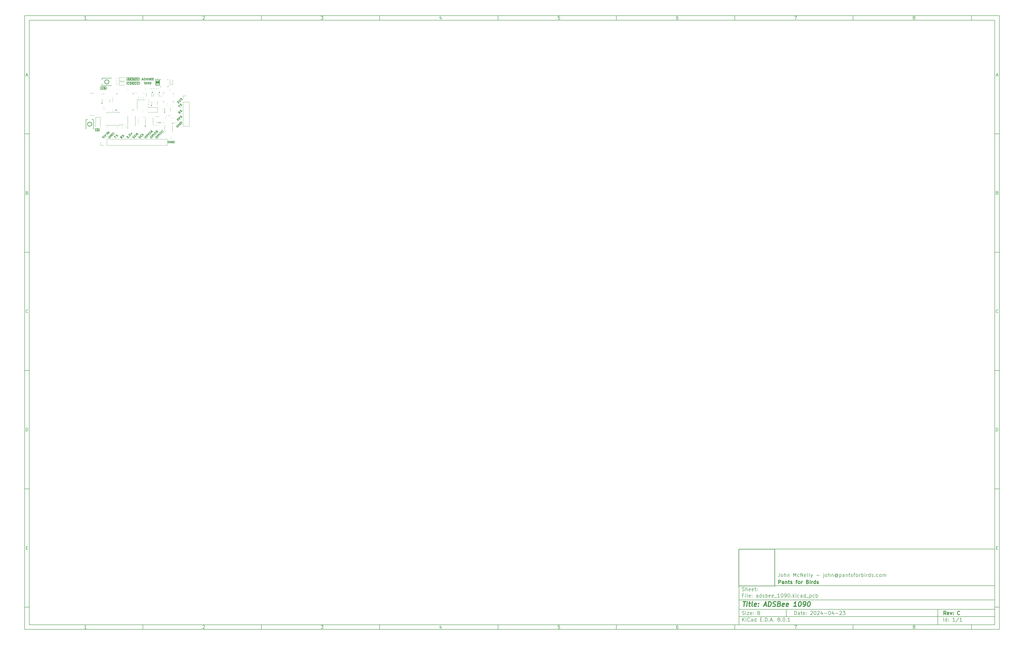
<source format=gbr>
G04 #@! TF.GenerationSoftware,KiCad,Pcbnew,8.0.1*
G04 #@! TF.CreationDate,2024-04-23T11:39:21-07:00*
G04 #@! TF.ProjectId,adsbee_1090,61647362-6565-45f3-9130-39302e6b6963,C*
G04 #@! TF.SameCoordinates,Original*
G04 #@! TF.FileFunction,Legend,Top*
G04 #@! TF.FilePolarity,Positive*
%FSLAX46Y46*%
G04 Gerber Fmt 4.6, Leading zero omitted, Abs format (unit mm)*
G04 Created by KiCad (PCBNEW 8.0.1) date 2024-04-23 11:39:21*
%MOMM*%
%LPD*%
G01*
G04 APERTURE LIST*
%ADD10C,0.100000*%
%ADD11C,0.150000*%
%ADD12C,0.300000*%
%ADD13C,0.400000*%
%ADD14C,0.200000*%
%ADD15C,0.120000*%
%ADD16C,0.250000*%
G04 APERTURE END LIST*
D10*
X311457819Y-235654619D02*
X311457819Y-251240982D01*
X327044182Y-251240982D01*
X327044182Y-235654619D01*
X311457819Y-235654619D01*
D11*
X311800000Y-235400000D02*
X419800000Y-235400000D01*
X419800000Y-267400000D01*
X311800000Y-267400000D01*
X311800000Y-235400000D01*
D10*
D11*
X10000000Y-10000000D02*
X421800000Y-10000000D01*
X421800000Y-269400000D01*
X10000000Y-269400000D01*
X10000000Y-10000000D01*
D10*
D11*
X12000000Y-12000000D02*
X419800000Y-12000000D01*
X419800000Y-267400000D01*
X12000000Y-267400000D01*
X12000000Y-12000000D01*
D10*
D11*
X60000000Y-12000000D02*
X60000000Y-10000000D01*
D10*
D11*
X110000000Y-12000000D02*
X110000000Y-10000000D01*
D10*
D11*
X160000000Y-12000000D02*
X160000000Y-10000000D01*
D10*
D11*
X210000000Y-12000000D02*
X210000000Y-10000000D01*
D10*
D11*
X260000000Y-12000000D02*
X260000000Y-10000000D01*
D10*
D11*
X310000000Y-12000000D02*
X310000000Y-10000000D01*
D10*
D11*
X360000000Y-12000000D02*
X360000000Y-10000000D01*
D10*
D11*
X410000000Y-12000000D02*
X410000000Y-10000000D01*
D10*
D11*
X36089160Y-11593604D02*
X35346303Y-11593604D01*
X35717731Y-11593604D02*
X35717731Y-10293604D01*
X35717731Y-10293604D02*
X35593922Y-10479319D01*
X35593922Y-10479319D02*
X35470112Y-10603128D01*
X35470112Y-10603128D02*
X35346303Y-10665033D01*
D10*
D11*
X85346303Y-10417414D02*
X85408207Y-10355509D01*
X85408207Y-10355509D02*
X85532017Y-10293604D01*
X85532017Y-10293604D02*
X85841541Y-10293604D01*
X85841541Y-10293604D02*
X85965350Y-10355509D01*
X85965350Y-10355509D02*
X86027255Y-10417414D01*
X86027255Y-10417414D02*
X86089160Y-10541223D01*
X86089160Y-10541223D02*
X86089160Y-10665033D01*
X86089160Y-10665033D02*
X86027255Y-10850747D01*
X86027255Y-10850747D02*
X85284398Y-11593604D01*
X85284398Y-11593604D02*
X86089160Y-11593604D01*
D10*
D11*
X135284398Y-10293604D02*
X136089160Y-10293604D01*
X136089160Y-10293604D02*
X135655826Y-10788842D01*
X135655826Y-10788842D02*
X135841541Y-10788842D01*
X135841541Y-10788842D02*
X135965350Y-10850747D01*
X135965350Y-10850747D02*
X136027255Y-10912652D01*
X136027255Y-10912652D02*
X136089160Y-11036461D01*
X136089160Y-11036461D02*
X136089160Y-11345985D01*
X136089160Y-11345985D02*
X136027255Y-11469795D01*
X136027255Y-11469795D02*
X135965350Y-11531700D01*
X135965350Y-11531700D02*
X135841541Y-11593604D01*
X135841541Y-11593604D02*
X135470112Y-11593604D01*
X135470112Y-11593604D02*
X135346303Y-11531700D01*
X135346303Y-11531700D02*
X135284398Y-11469795D01*
D10*
D11*
X185965350Y-10726938D02*
X185965350Y-11593604D01*
X185655826Y-10231700D02*
X185346303Y-11160271D01*
X185346303Y-11160271D02*
X186151064Y-11160271D01*
D10*
D11*
X236027255Y-10293604D02*
X235408207Y-10293604D01*
X235408207Y-10293604D02*
X235346303Y-10912652D01*
X235346303Y-10912652D02*
X235408207Y-10850747D01*
X235408207Y-10850747D02*
X235532017Y-10788842D01*
X235532017Y-10788842D02*
X235841541Y-10788842D01*
X235841541Y-10788842D02*
X235965350Y-10850747D01*
X235965350Y-10850747D02*
X236027255Y-10912652D01*
X236027255Y-10912652D02*
X236089160Y-11036461D01*
X236089160Y-11036461D02*
X236089160Y-11345985D01*
X236089160Y-11345985D02*
X236027255Y-11469795D01*
X236027255Y-11469795D02*
X235965350Y-11531700D01*
X235965350Y-11531700D02*
X235841541Y-11593604D01*
X235841541Y-11593604D02*
X235532017Y-11593604D01*
X235532017Y-11593604D02*
X235408207Y-11531700D01*
X235408207Y-11531700D02*
X235346303Y-11469795D01*
D10*
D11*
X285965350Y-10293604D02*
X285717731Y-10293604D01*
X285717731Y-10293604D02*
X285593922Y-10355509D01*
X285593922Y-10355509D02*
X285532017Y-10417414D01*
X285532017Y-10417414D02*
X285408207Y-10603128D01*
X285408207Y-10603128D02*
X285346303Y-10850747D01*
X285346303Y-10850747D02*
X285346303Y-11345985D01*
X285346303Y-11345985D02*
X285408207Y-11469795D01*
X285408207Y-11469795D02*
X285470112Y-11531700D01*
X285470112Y-11531700D02*
X285593922Y-11593604D01*
X285593922Y-11593604D02*
X285841541Y-11593604D01*
X285841541Y-11593604D02*
X285965350Y-11531700D01*
X285965350Y-11531700D02*
X286027255Y-11469795D01*
X286027255Y-11469795D02*
X286089160Y-11345985D01*
X286089160Y-11345985D02*
X286089160Y-11036461D01*
X286089160Y-11036461D02*
X286027255Y-10912652D01*
X286027255Y-10912652D02*
X285965350Y-10850747D01*
X285965350Y-10850747D02*
X285841541Y-10788842D01*
X285841541Y-10788842D02*
X285593922Y-10788842D01*
X285593922Y-10788842D02*
X285470112Y-10850747D01*
X285470112Y-10850747D02*
X285408207Y-10912652D01*
X285408207Y-10912652D02*
X285346303Y-11036461D01*
D10*
D11*
X335284398Y-10293604D02*
X336151064Y-10293604D01*
X336151064Y-10293604D02*
X335593922Y-11593604D01*
D10*
D11*
X385593922Y-10850747D02*
X385470112Y-10788842D01*
X385470112Y-10788842D02*
X385408207Y-10726938D01*
X385408207Y-10726938D02*
X385346303Y-10603128D01*
X385346303Y-10603128D02*
X385346303Y-10541223D01*
X385346303Y-10541223D02*
X385408207Y-10417414D01*
X385408207Y-10417414D02*
X385470112Y-10355509D01*
X385470112Y-10355509D02*
X385593922Y-10293604D01*
X385593922Y-10293604D02*
X385841541Y-10293604D01*
X385841541Y-10293604D02*
X385965350Y-10355509D01*
X385965350Y-10355509D02*
X386027255Y-10417414D01*
X386027255Y-10417414D02*
X386089160Y-10541223D01*
X386089160Y-10541223D02*
X386089160Y-10603128D01*
X386089160Y-10603128D02*
X386027255Y-10726938D01*
X386027255Y-10726938D02*
X385965350Y-10788842D01*
X385965350Y-10788842D02*
X385841541Y-10850747D01*
X385841541Y-10850747D02*
X385593922Y-10850747D01*
X385593922Y-10850747D02*
X385470112Y-10912652D01*
X385470112Y-10912652D02*
X385408207Y-10974557D01*
X385408207Y-10974557D02*
X385346303Y-11098366D01*
X385346303Y-11098366D02*
X385346303Y-11345985D01*
X385346303Y-11345985D02*
X385408207Y-11469795D01*
X385408207Y-11469795D02*
X385470112Y-11531700D01*
X385470112Y-11531700D02*
X385593922Y-11593604D01*
X385593922Y-11593604D02*
X385841541Y-11593604D01*
X385841541Y-11593604D02*
X385965350Y-11531700D01*
X385965350Y-11531700D02*
X386027255Y-11469795D01*
X386027255Y-11469795D02*
X386089160Y-11345985D01*
X386089160Y-11345985D02*
X386089160Y-11098366D01*
X386089160Y-11098366D02*
X386027255Y-10974557D01*
X386027255Y-10974557D02*
X385965350Y-10912652D01*
X385965350Y-10912652D02*
X385841541Y-10850747D01*
D10*
D11*
X60000000Y-267400000D02*
X60000000Y-269400000D01*
D10*
D11*
X110000000Y-267400000D02*
X110000000Y-269400000D01*
D10*
D11*
X160000000Y-267400000D02*
X160000000Y-269400000D01*
D10*
D11*
X210000000Y-267400000D02*
X210000000Y-269400000D01*
D10*
D11*
X260000000Y-267400000D02*
X260000000Y-269400000D01*
D10*
D11*
X310000000Y-267400000D02*
X310000000Y-269400000D01*
D10*
D11*
X360000000Y-267400000D02*
X360000000Y-269400000D01*
D10*
D11*
X410000000Y-267400000D02*
X410000000Y-269400000D01*
D10*
D11*
X36089160Y-268993604D02*
X35346303Y-268993604D01*
X35717731Y-268993604D02*
X35717731Y-267693604D01*
X35717731Y-267693604D02*
X35593922Y-267879319D01*
X35593922Y-267879319D02*
X35470112Y-268003128D01*
X35470112Y-268003128D02*
X35346303Y-268065033D01*
D10*
D11*
X85346303Y-267817414D02*
X85408207Y-267755509D01*
X85408207Y-267755509D02*
X85532017Y-267693604D01*
X85532017Y-267693604D02*
X85841541Y-267693604D01*
X85841541Y-267693604D02*
X85965350Y-267755509D01*
X85965350Y-267755509D02*
X86027255Y-267817414D01*
X86027255Y-267817414D02*
X86089160Y-267941223D01*
X86089160Y-267941223D02*
X86089160Y-268065033D01*
X86089160Y-268065033D02*
X86027255Y-268250747D01*
X86027255Y-268250747D02*
X85284398Y-268993604D01*
X85284398Y-268993604D02*
X86089160Y-268993604D01*
D10*
D11*
X135284398Y-267693604D02*
X136089160Y-267693604D01*
X136089160Y-267693604D02*
X135655826Y-268188842D01*
X135655826Y-268188842D02*
X135841541Y-268188842D01*
X135841541Y-268188842D02*
X135965350Y-268250747D01*
X135965350Y-268250747D02*
X136027255Y-268312652D01*
X136027255Y-268312652D02*
X136089160Y-268436461D01*
X136089160Y-268436461D02*
X136089160Y-268745985D01*
X136089160Y-268745985D02*
X136027255Y-268869795D01*
X136027255Y-268869795D02*
X135965350Y-268931700D01*
X135965350Y-268931700D02*
X135841541Y-268993604D01*
X135841541Y-268993604D02*
X135470112Y-268993604D01*
X135470112Y-268993604D02*
X135346303Y-268931700D01*
X135346303Y-268931700D02*
X135284398Y-268869795D01*
D10*
D11*
X185965350Y-268126938D02*
X185965350Y-268993604D01*
X185655826Y-267631700D02*
X185346303Y-268560271D01*
X185346303Y-268560271D02*
X186151064Y-268560271D01*
D10*
D11*
X236027255Y-267693604D02*
X235408207Y-267693604D01*
X235408207Y-267693604D02*
X235346303Y-268312652D01*
X235346303Y-268312652D02*
X235408207Y-268250747D01*
X235408207Y-268250747D02*
X235532017Y-268188842D01*
X235532017Y-268188842D02*
X235841541Y-268188842D01*
X235841541Y-268188842D02*
X235965350Y-268250747D01*
X235965350Y-268250747D02*
X236027255Y-268312652D01*
X236027255Y-268312652D02*
X236089160Y-268436461D01*
X236089160Y-268436461D02*
X236089160Y-268745985D01*
X236089160Y-268745985D02*
X236027255Y-268869795D01*
X236027255Y-268869795D02*
X235965350Y-268931700D01*
X235965350Y-268931700D02*
X235841541Y-268993604D01*
X235841541Y-268993604D02*
X235532017Y-268993604D01*
X235532017Y-268993604D02*
X235408207Y-268931700D01*
X235408207Y-268931700D02*
X235346303Y-268869795D01*
D10*
D11*
X285965350Y-267693604D02*
X285717731Y-267693604D01*
X285717731Y-267693604D02*
X285593922Y-267755509D01*
X285593922Y-267755509D02*
X285532017Y-267817414D01*
X285532017Y-267817414D02*
X285408207Y-268003128D01*
X285408207Y-268003128D02*
X285346303Y-268250747D01*
X285346303Y-268250747D02*
X285346303Y-268745985D01*
X285346303Y-268745985D02*
X285408207Y-268869795D01*
X285408207Y-268869795D02*
X285470112Y-268931700D01*
X285470112Y-268931700D02*
X285593922Y-268993604D01*
X285593922Y-268993604D02*
X285841541Y-268993604D01*
X285841541Y-268993604D02*
X285965350Y-268931700D01*
X285965350Y-268931700D02*
X286027255Y-268869795D01*
X286027255Y-268869795D02*
X286089160Y-268745985D01*
X286089160Y-268745985D02*
X286089160Y-268436461D01*
X286089160Y-268436461D02*
X286027255Y-268312652D01*
X286027255Y-268312652D02*
X285965350Y-268250747D01*
X285965350Y-268250747D02*
X285841541Y-268188842D01*
X285841541Y-268188842D02*
X285593922Y-268188842D01*
X285593922Y-268188842D02*
X285470112Y-268250747D01*
X285470112Y-268250747D02*
X285408207Y-268312652D01*
X285408207Y-268312652D02*
X285346303Y-268436461D01*
D10*
D11*
X335284398Y-267693604D02*
X336151064Y-267693604D01*
X336151064Y-267693604D02*
X335593922Y-268993604D01*
D10*
D11*
X385593922Y-268250747D02*
X385470112Y-268188842D01*
X385470112Y-268188842D02*
X385408207Y-268126938D01*
X385408207Y-268126938D02*
X385346303Y-268003128D01*
X385346303Y-268003128D02*
X385346303Y-267941223D01*
X385346303Y-267941223D02*
X385408207Y-267817414D01*
X385408207Y-267817414D02*
X385470112Y-267755509D01*
X385470112Y-267755509D02*
X385593922Y-267693604D01*
X385593922Y-267693604D02*
X385841541Y-267693604D01*
X385841541Y-267693604D02*
X385965350Y-267755509D01*
X385965350Y-267755509D02*
X386027255Y-267817414D01*
X386027255Y-267817414D02*
X386089160Y-267941223D01*
X386089160Y-267941223D02*
X386089160Y-268003128D01*
X386089160Y-268003128D02*
X386027255Y-268126938D01*
X386027255Y-268126938D02*
X385965350Y-268188842D01*
X385965350Y-268188842D02*
X385841541Y-268250747D01*
X385841541Y-268250747D02*
X385593922Y-268250747D01*
X385593922Y-268250747D02*
X385470112Y-268312652D01*
X385470112Y-268312652D02*
X385408207Y-268374557D01*
X385408207Y-268374557D02*
X385346303Y-268498366D01*
X385346303Y-268498366D02*
X385346303Y-268745985D01*
X385346303Y-268745985D02*
X385408207Y-268869795D01*
X385408207Y-268869795D02*
X385470112Y-268931700D01*
X385470112Y-268931700D02*
X385593922Y-268993604D01*
X385593922Y-268993604D02*
X385841541Y-268993604D01*
X385841541Y-268993604D02*
X385965350Y-268931700D01*
X385965350Y-268931700D02*
X386027255Y-268869795D01*
X386027255Y-268869795D02*
X386089160Y-268745985D01*
X386089160Y-268745985D02*
X386089160Y-268498366D01*
X386089160Y-268498366D02*
X386027255Y-268374557D01*
X386027255Y-268374557D02*
X385965350Y-268312652D01*
X385965350Y-268312652D02*
X385841541Y-268250747D01*
D10*
D11*
X10000000Y-60000000D02*
X12000000Y-60000000D01*
D10*
D11*
X10000000Y-110000000D02*
X12000000Y-110000000D01*
D10*
D11*
X10000000Y-160000000D02*
X12000000Y-160000000D01*
D10*
D11*
X10000000Y-210000000D02*
X12000000Y-210000000D01*
D10*
D11*
X10000000Y-260000000D02*
X12000000Y-260000000D01*
D10*
D11*
X10690476Y-35222176D02*
X11309523Y-35222176D01*
X10566666Y-35593604D02*
X10999999Y-34293604D01*
X10999999Y-34293604D02*
X11433333Y-35593604D01*
D10*
D11*
X11092857Y-84912652D02*
X11278571Y-84974557D01*
X11278571Y-84974557D02*
X11340476Y-85036461D01*
X11340476Y-85036461D02*
X11402380Y-85160271D01*
X11402380Y-85160271D02*
X11402380Y-85345985D01*
X11402380Y-85345985D02*
X11340476Y-85469795D01*
X11340476Y-85469795D02*
X11278571Y-85531700D01*
X11278571Y-85531700D02*
X11154761Y-85593604D01*
X11154761Y-85593604D02*
X10659523Y-85593604D01*
X10659523Y-85593604D02*
X10659523Y-84293604D01*
X10659523Y-84293604D02*
X11092857Y-84293604D01*
X11092857Y-84293604D02*
X11216666Y-84355509D01*
X11216666Y-84355509D02*
X11278571Y-84417414D01*
X11278571Y-84417414D02*
X11340476Y-84541223D01*
X11340476Y-84541223D02*
X11340476Y-84665033D01*
X11340476Y-84665033D02*
X11278571Y-84788842D01*
X11278571Y-84788842D02*
X11216666Y-84850747D01*
X11216666Y-84850747D02*
X11092857Y-84912652D01*
X11092857Y-84912652D02*
X10659523Y-84912652D01*
D10*
D11*
X11402380Y-135469795D02*
X11340476Y-135531700D01*
X11340476Y-135531700D02*
X11154761Y-135593604D01*
X11154761Y-135593604D02*
X11030952Y-135593604D01*
X11030952Y-135593604D02*
X10845238Y-135531700D01*
X10845238Y-135531700D02*
X10721428Y-135407890D01*
X10721428Y-135407890D02*
X10659523Y-135284080D01*
X10659523Y-135284080D02*
X10597619Y-135036461D01*
X10597619Y-135036461D02*
X10597619Y-134850747D01*
X10597619Y-134850747D02*
X10659523Y-134603128D01*
X10659523Y-134603128D02*
X10721428Y-134479319D01*
X10721428Y-134479319D02*
X10845238Y-134355509D01*
X10845238Y-134355509D02*
X11030952Y-134293604D01*
X11030952Y-134293604D02*
X11154761Y-134293604D01*
X11154761Y-134293604D02*
X11340476Y-134355509D01*
X11340476Y-134355509D02*
X11402380Y-134417414D01*
D10*
D11*
X10659523Y-185593604D02*
X10659523Y-184293604D01*
X10659523Y-184293604D02*
X10969047Y-184293604D01*
X10969047Y-184293604D02*
X11154761Y-184355509D01*
X11154761Y-184355509D02*
X11278571Y-184479319D01*
X11278571Y-184479319D02*
X11340476Y-184603128D01*
X11340476Y-184603128D02*
X11402380Y-184850747D01*
X11402380Y-184850747D02*
X11402380Y-185036461D01*
X11402380Y-185036461D02*
X11340476Y-185284080D01*
X11340476Y-185284080D02*
X11278571Y-185407890D01*
X11278571Y-185407890D02*
X11154761Y-185531700D01*
X11154761Y-185531700D02*
X10969047Y-185593604D01*
X10969047Y-185593604D02*
X10659523Y-185593604D01*
D10*
D11*
X10721428Y-234912652D02*
X11154762Y-234912652D01*
X11340476Y-235593604D02*
X10721428Y-235593604D01*
X10721428Y-235593604D02*
X10721428Y-234293604D01*
X10721428Y-234293604D02*
X11340476Y-234293604D01*
D10*
D11*
X421800000Y-60000000D02*
X419800000Y-60000000D01*
D10*
D11*
X421800000Y-110000000D02*
X419800000Y-110000000D01*
D10*
D11*
X421800000Y-160000000D02*
X419800000Y-160000000D01*
D10*
D11*
X421800000Y-210000000D02*
X419800000Y-210000000D01*
D10*
D11*
X421800000Y-260000000D02*
X419800000Y-260000000D01*
D10*
D11*
X420490476Y-35222176D02*
X421109523Y-35222176D01*
X420366666Y-35593604D02*
X420799999Y-34293604D01*
X420799999Y-34293604D02*
X421233333Y-35593604D01*
D10*
D11*
X420892857Y-84912652D02*
X421078571Y-84974557D01*
X421078571Y-84974557D02*
X421140476Y-85036461D01*
X421140476Y-85036461D02*
X421202380Y-85160271D01*
X421202380Y-85160271D02*
X421202380Y-85345985D01*
X421202380Y-85345985D02*
X421140476Y-85469795D01*
X421140476Y-85469795D02*
X421078571Y-85531700D01*
X421078571Y-85531700D02*
X420954761Y-85593604D01*
X420954761Y-85593604D02*
X420459523Y-85593604D01*
X420459523Y-85593604D02*
X420459523Y-84293604D01*
X420459523Y-84293604D02*
X420892857Y-84293604D01*
X420892857Y-84293604D02*
X421016666Y-84355509D01*
X421016666Y-84355509D02*
X421078571Y-84417414D01*
X421078571Y-84417414D02*
X421140476Y-84541223D01*
X421140476Y-84541223D02*
X421140476Y-84665033D01*
X421140476Y-84665033D02*
X421078571Y-84788842D01*
X421078571Y-84788842D02*
X421016666Y-84850747D01*
X421016666Y-84850747D02*
X420892857Y-84912652D01*
X420892857Y-84912652D02*
X420459523Y-84912652D01*
D10*
D11*
X421202380Y-135469795D02*
X421140476Y-135531700D01*
X421140476Y-135531700D02*
X420954761Y-135593604D01*
X420954761Y-135593604D02*
X420830952Y-135593604D01*
X420830952Y-135593604D02*
X420645238Y-135531700D01*
X420645238Y-135531700D02*
X420521428Y-135407890D01*
X420521428Y-135407890D02*
X420459523Y-135284080D01*
X420459523Y-135284080D02*
X420397619Y-135036461D01*
X420397619Y-135036461D02*
X420397619Y-134850747D01*
X420397619Y-134850747D02*
X420459523Y-134603128D01*
X420459523Y-134603128D02*
X420521428Y-134479319D01*
X420521428Y-134479319D02*
X420645238Y-134355509D01*
X420645238Y-134355509D02*
X420830952Y-134293604D01*
X420830952Y-134293604D02*
X420954761Y-134293604D01*
X420954761Y-134293604D02*
X421140476Y-134355509D01*
X421140476Y-134355509D02*
X421202380Y-134417414D01*
D10*
D11*
X420459523Y-185593604D02*
X420459523Y-184293604D01*
X420459523Y-184293604D02*
X420769047Y-184293604D01*
X420769047Y-184293604D02*
X420954761Y-184355509D01*
X420954761Y-184355509D02*
X421078571Y-184479319D01*
X421078571Y-184479319D02*
X421140476Y-184603128D01*
X421140476Y-184603128D02*
X421202380Y-184850747D01*
X421202380Y-184850747D02*
X421202380Y-185036461D01*
X421202380Y-185036461D02*
X421140476Y-185284080D01*
X421140476Y-185284080D02*
X421078571Y-185407890D01*
X421078571Y-185407890D02*
X420954761Y-185531700D01*
X420954761Y-185531700D02*
X420769047Y-185593604D01*
X420769047Y-185593604D02*
X420459523Y-185593604D01*
D10*
D11*
X420521428Y-234912652D02*
X420954762Y-234912652D01*
X421140476Y-235593604D02*
X420521428Y-235593604D01*
X420521428Y-235593604D02*
X420521428Y-234293604D01*
X420521428Y-234293604D02*
X421140476Y-234293604D01*
D10*
D11*
X335255826Y-263186128D02*
X335255826Y-261686128D01*
X335255826Y-261686128D02*
X335612969Y-261686128D01*
X335612969Y-261686128D02*
X335827255Y-261757557D01*
X335827255Y-261757557D02*
X335970112Y-261900414D01*
X335970112Y-261900414D02*
X336041541Y-262043271D01*
X336041541Y-262043271D02*
X336112969Y-262328985D01*
X336112969Y-262328985D02*
X336112969Y-262543271D01*
X336112969Y-262543271D02*
X336041541Y-262828985D01*
X336041541Y-262828985D02*
X335970112Y-262971842D01*
X335970112Y-262971842D02*
X335827255Y-263114700D01*
X335827255Y-263114700D02*
X335612969Y-263186128D01*
X335612969Y-263186128D02*
X335255826Y-263186128D01*
X337398684Y-263186128D02*
X337398684Y-262400414D01*
X337398684Y-262400414D02*
X337327255Y-262257557D01*
X337327255Y-262257557D02*
X337184398Y-262186128D01*
X337184398Y-262186128D02*
X336898684Y-262186128D01*
X336898684Y-262186128D02*
X336755826Y-262257557D01*
X337398684Y-263114700D02*
X337255826Y-263186128D01*
X337255826Y-263186128D02*
X336898684Y-263186128D01*
X336898684Y-263186128D02*
X336755826Y-263114700D01*
X336755826Y-263114700D02*
X336684398Y-262971842D01*
X336684398Y-262971842D02*
X336684398Y-262828985D01*
X336684398Y-262828985D02*
X336755826Y-262686128D01*
X336755826Y-262686128D02*
X336898684Y-262614700D01*
X336898684Y-262614700D02*
X337255826Y-262614700D01*
X337255826Y-262614700D02*
X337398684Y-262543271D01*
X337898684Y-262186128D02*
X338470112Y-262186128D01*
X338112969Y-261686128D02*
X338112969Y-262971842D01*
X338112969Y-262971842D02*
X338184398Y-263114700D01*
X338184398Y-263114700D02*
X338327255Y-263186128D01*
X338327255Y-263186128D02*
X338470112Y-263186128D01*
X339541541Y-263114700D02*
X339398684Y-263186128D01*
X339398684Y-263186128D02*
X339112970Y-263186128D01*
X339112970Y-263186128D02*
X338970112Y-263114700D01*
X338970112Y-263114700D02*
X338898684Y-262971842D01*
X338898684Y-262971842D02*
X338898684Y-262400414D01*
X338898684Y-262400414D02*
X338970112Y-262257557D01*
X338970112Y-262257557D02*
X339112970Y-262186128D01*
X339112970Y-262186128D02*
X339398684Y-262186128D01*
X339398684Y-262186128D02*
X339541541Y-262257557D01*
X339541541Y-262257557D02*
X339612970Y-262400414D01*
X339612970Y-262400414D02*
X339612970Y-262543271D01*
X339612970Y-262543271D02*
X338898684Y-262686128D01*
X340255826Y-263043271D02*
X340327255Y-263114700D01*
X340327255Y-263114700D02*
X340255826Y-263186128D01*
X340255826Y-263186128D02*
X340184398Y-263114700D01*
X340184398Y-263114700D02*
X340255826Y-263043271D01*
X340255826Y-263043271D02*
X340255826Y-263186128D01*
X340255826Y-262257557D02*
X340327255Y-262328985D01*
X340327255Y-262328985D02*
X340255826Y-262400414D01*
X340255826Y-262400414D02*
X340184398Y-262328985D01*
X340184398Y-262328985D02*
X340255826Y-262257557D01*
X340255826Y-262257557D02*
X340255826Y-262400414D01*
X342041541Y-261828985D02*
X342112969Y-261757557D01*
X342112969Y-261757557D02*
X342255827Y-261686128D01*
X342255827Y-261686128D02*
X342612969Y-261686128D01*
X342612969Y-261686128D02*
X342755827Y-261757557D01*
X342755827Y-261757557D02*
X342827255Y-261828985D01*
X342827255Y-261828985D02*
X342898684Y-261971842D01*
X342898684Y-261971842D02*
X342898684Y-262114700D01*
X342898684Y-262114700D02*
X342827255Y-262328985D01*
X342827255Y-262328985D02*
X341970112Y-263186128D01*
X341970112Y-263186128D02*
X342898684Y-263186128D01*
X343827255Y-261686128D02*
X343970112Y-261686128D01*
X343970112Y-261686128D02*
X344112969Y-261757557D01*
X344112969Y-261757557D02*
X344184398Y-261828985D01*
X344184398Y-261828985D02*
X344255826Y-261971842D01*
X344255826Y-261971842D02*
X344327255Y-262257557D01*
X344327255Y-262257557D02*
X344327255Y-262614700D01*
X344327255Y-262614700D02*
X344255826Y-262900414D01*
X344255826Y-262900414D02*
X344184398Y-263043271D01*
X344184398Y-263043271D02*
X344112969Y-263114700D01*
X344112969Y-263114700D02*
X343970112Y-263186128D01*
X343970112Y-263186128D02*
X343827255Y-263186128D01*
X343827255Y-263186128D02*
X343684398Y-263114700D01*
X343684398Y-263114700D02*
X343612969Y-263043271D01*
X343612969Y-263043271D02*
X343541540Y-262900414D01*
X343541540Y-262900414D02*
X343470112Y-262614700D01*
X343470112Y-262614700D02*
X343470112Y-262257557D01*
X343470112Y-262257557D02*
X343541540Y-261971842D01*
X343541540Y-261971842D02*
X343612969Y-261828985D01*
X343612969Y-261828985D02*
X343684398Y-261757557D01*
X343684398Y-261757557D02*
X343827255Y-261686128D01*
X344898683Y-261828985D02*
X344970111Y-261757557D01*
X344970111Y-261757557D02*
X345112969Y-261686128D01*
X345112969Y-261686128D02*
X345470111Y-261686128D01*
X345470111Y-261686128D02*
X345612969Y-261757557D01*
X345612969Y-261757557D02*
X345684397Y-261828985D01*
X345684397Y-261828985D02*
X345755826Y-261971842D01*
X345755826Y-261971842D02*
X345755826Y-262114700D01*
X345755826Y-262114700D02*
X345684397Y-262328985D01*
X345684397Y-262328985D02*
X344827254Y-263186128D01*
X344827254Y-263186128D02*
X345755826Y-263186128D01*
X347041540Y-262186128D02*
X347041540Y-263186128D01*
X346684397Y-261614700D02*
X346327254Y-262686128D01*
X346327254Y-262686128D02*
X347255825Y-262686128D01*
X347827253Y-262614700D02*
X348970111Y-262614700D01*
X349970111Y-261686128D02*
X350112968Y-261686128D01*
X350112968Y-261686128D02*
X350255825Y-261757557D01*
X350255825Y-261757557D02*
X350327254Y-261828985D01*
X350327254Y-261828985D02*
X350398682Y-261971842D01*
X350398682Y-261971842D02*
X350470111Y-262257557D01*
X350470111Y-262257557D02*
X350470111Y-262614700D01*
X350470111Y-262614700D02*
X350398682Y-262900414D01*
X350398682Y-262900414D02*
X350327254Y-263043271D01*
X350327254Y-263043271D02*
X350255825Y-263114700D01*
X350255825Y-263114700D02*
X350112968Y-263186128D01*
X350112968Y-263186128D02*
X349970111Y-263186128D01*
X349970111Y-263186128D02*
X349827254Y-263114700D01*
X349827254Y-263114700D02*
X349755825Y-263043271D01*
X349755825Y-263043271D02*
X349684396Y-262900414D01*
X349684396Y-262900414D02*
X349612968Y-262614700D01*
X349612968Y-262614700D02*
X349612968Y-262257557D01*
X349612968Y-262257557D02*
X349684396Y-261971842D01*
X349684396Y-261971842D02*
X349755825Y-261828985D01*
X349755825Y-261828985D02*
X349827254Y-261757557D01*
X349827254Y-261757557D02*
X349970111Y-261686128D01*
X351755825Y-262186128D02*
X351755825Y-263186128D01*
X351398682Y-261614700D02*
X351041539Y-262686128D01*
X351041539Y-262686128D02*
X351970110Y-262686128D01*
X352541538Y-262614700D02*
X353684396Y-262614700D01*
X354327253Y-261828985D02*
X354398681Y-261757557D01*
X354398681Y-261757557D02*
X354541539Y-261686128D01*
X354541539Y-261686128D02*
X354898681Y-261686128D01*
X354898681Y-261686128D02*
X355041539Y-261757557D01*
X355041539Y-261757557D02*
X355112967Y-261828985D01*
X355112967Y-261828985D02*
X355184396Y-261971842D01*
X355184396Y-261971842D02*
X355184396Y-262114700D01*
X355184396Y-262114700D02*
X355112967Y-262328985D01*
X355112967Y-262328985D02*
X354255824Y-263186128D01*
X354255824Y-263186128D02*
X355184396Y-263186128D01*
X355684395Y-261686128D02*
X356612967Y-261686128D01*
X356612967Y-261686128D02*
X356112967Y-262257557D01*
X356112967Y-262257557D02*
X356327252Y-262257557D01*
X356327252Y-262257557D02*
X356470110Y-262328985D01*
X356470110Y-262328985D02*
X356541538Y-262400414D01*
X356541538Y-262400414D02*
X356612967Y-262543271D01*
X356612967Y-262543271D02*
X356612967Y-262900414D01*
X356612967Y-262900414D02*
X356541538Y-263043271D01*
X356541538Y-263043271D02*
X356470110Y-263114700D01*
X356470110Y-263114700D02*
X356327252Y-263186128D01*
X356327252Y-263186128D02*
X355898681Y-263186128D01*
X355898681Y-263186128D02*
X355755824Y-263114700D01*
X355755824Y-263114700D02*
X355684395Y-263043271D01*
D10*
D11*
X311800000Y-263900000D02*
X419800000Y-263900000D01*
D10*
D11*
X313255826Y-265986128D02*
X313255826Y-264486128D01*
X314112969Y-265986128D02*
X313470112Y-265128985D01*
X314112969Y-264486128D02*
X313255826Y-265343271D01*
X314755826Y-265986128D02*
X314755826Y-264986128D01*
X314755826Y-264486128D02*
X314684398Y-264557557D01*
X314684398Y-264557557D02*
X314755826Y-264628985D01*
X314755826Y-264628985D02*
X314827255Y-264557557D01*
X314827255Y-264557557D02*
X314755826Y-264486128D01*
X314755826Y-264486128D02*
X314755826Y-264628985D01*
X316327255Y-265843271D02*
X316255827Y-265914700D01*
X316255827Y-265914700D02*
X316041541Y-265986128D01*
X316041541Y-265986128D02*
X315898684Y-265986128D01*
X315898684Y-265986128D02*
X315684398Y-265914700D01*
X315684398Y-265914700D02*
X315541541Y-265771842D01*
X315541541Y-265771842D02*
X315470112Y-265628985D01*
X315470112Y-265628985D02*
X315398684Y-265343271D01*
X315398684Y-265343271D02*
X315398684Y-265128985D01*
X315398684Y-265128985D02*
X315470112Y-264843271D01*
X315470112Y-264843271D02*
X315541541Y-264700414D01*
X315541541Y-264700414D02*
X315684398Y-264557557D01*
X315684398Y-264557557D02*
X315898684Y-264486128D01*
X315898684Y-264486128D02*
X316041541Y-264486128D01*
X316041541Y-264486128D02*
X316255827Y-264557557D01*
X316255827Y-264557557D02*
X316327255Y-264628985D01*
X317612970Y-265986128D02*
X317612970Y-265200414D01*
X317612970Y-265200414D02*
X317541541Y-265057557D01*
X317541541Y-265057557D02*
X317398684Y-264986128D01*
X317398684Y-264986128D02*
X317112970Y-264986128D01*
X317112970Y-264986128D02*
X316970112Y-265057557D01*
X317612970Y-265914700D02*
X317470112Y-265986128D01*
X317470112Y-265986128D02*
X317112970Y-265986128D01*
X317112970Y-265986128D02*
X316970112Y-265914700D01*
X316970112Y-265914700D02*
X316898684Y-265771842D01*
X316898684Y-265771842D02*
X316898684Y-265628985D01*
X316898684Y-265628985D02*
X316970112Y-265486128D01*
X316970112Y-265486128D02*
X317112970Y-265414700D01*
X317112970Y-265414700D02*
X317470112Y-265414700D01*
X317470112Y-265414700D02*
X317612970Y-265343271D01*
X318970113Y-265986128D02*
X318970113Y-264486128D01*
X318970113Y-265914700D02*
X318827255Y-265986128D01*
X318827255Y-265986128D02*
X318541541Y-265986128D01*
X318541541Y-265986128D02*
X318398684Y-265914700D01*
X318398684Y-265914700D02*
X318327255Y-265843271D01*
X318327255Y-265843271D02*
X318255827Y-265700414D01*
X318255827Y-265700414D02*
X318255827Y-265271842D01*
X318255827Y-265271842D02*
X318327255Y-265128985D01*
X318327255Y-265128985D02*
X318398684Y-265057557D01*
X318398684Y-265057557D02*
X318541541Y-264986128D01*
X318541541Y-264986128D02*
X318827255Y-264986128D01*
X318827255Y-264986128D02*
X318970113Y-265057557D01*
X320827255Y-265200414D02*
X321327255Y-265200414D01*
X321541541Y-265986128D02*
X320827255Y-265986128D01*
X320827255Y-265986128D02*
X320827255Y-264486128D01*
X320827255Y-264486128D02*
X321541541Y-264486128D01*
X322184398Y-265843271D02*
X322255827Y-265914700D01*
X322255827Y-265914700D02*
X322184398Y-265986128D01*
X322184398Y-265986128D02*
X322112970Y-265914700D01*
X322112970Y-265914700D02*
X322184398Y-265843271D01*
X322184398Y-265843271D02*
X322184398Y-265986128D01*
X322898684Y-265986128D02*
X322898684Y-264486128D01*
X322898684Y-264486128D02*
X323255827Y-264486128D01*
X323255827Y-264486128D02*
X323470113Y-264557557D01*
X323470113Y-264557557D02*
X323612970Y-264700414D01*
X323612970Y-264700414D02*
X323684399Y-264843271D01*
X323684399Y-264843271D02*
X323755827Y-265128985D01*
X323755827Y-265128985D02*
X323755827Y-265343271D01*
X323755827Y-265343271D02*
X323684399Y-265628985D01*
X323684399Y-265628985D02*
X323612970Y-265771842D01*
X323612970Y-265771842D02*
X323470113Y-265914700D01*
X323470113Y-265914700D02*
X323255827Y-265986128D01*
X323255827Y-265986128D02*
X322898684Y-265986128D01*
X324398684Y-265843271D02*
X324470113Y-265914700D01*
X324470113Y-265914700D02*
X324398684Y-265986128D01*
X324398684Y-265986128D02*
X324327256Y-265914700D01*
X324327256Y-265914700D02*
X324398684Y-265843271D01*
X324398684Y-265843271D02*
X324398684Y-265986128D01*
X325041542Y-265557557D02*
X325755828Y-265557557D01*
X324898685Y-265986128D02*
X325398685Y-264486128D01*
X325398685Y-264486128D02*
X325898685Y-265986128D01*
X326398684Y-265843271D02*
X326470113Y-265914700D01*
X326470113Y-265914700D02*
X326398684Y-265986128D01*
X326398684Y-265986128D02*
X326327256Y-265914700D01*
X326327256Y-265914700D02*
X326398684Y-265843271D01*
X326398684Y-265843271D02*
X326398684Y-265986128D01*
X328470113Y-265128985D02*
X328327256Y-265057557D01*
X328327256Y-265057557D02*
X328255827Y-264986128D01*
X328255827Y-264986128D02*
X328184399Y-264843271D01*
X328184399Y-264843271D02*
X328184399Y-264771842D01*
X328184399Y-264771842D02*
X328255827Y-264628985D01*
X328255827Y-264628985D02*
X328327256Y-264557557D01*
X328327256Y-264557557D02*
X328470113Y-264486128D01*
X328470113Y-264486128D02*
X328755827Y-264486128D01*
X328755827Y-264486128D02*
X328898685Y-264557557D01*
X328898685Y-264557557D02*
X328970113Y-264628985D01*
X328970113Y-264628985D02*
X329041542Y-264771842D01*
X329041542Y-264771842D02*
X329041542Y-264843271D01*
X329041542Y-264843271D02*
X328970113Y-264986128D01*
X328970113Y-264986128D02*
X328898685Y-265057557D01*
X328898685Y-265057557D02*
X328755827Y-265128985D01*
X328755827Y-265128985D02*
X328470113Y-265128985D01*
X328470113Y-265128985D02*
X328327256Y-265200414D01*
X328327256Y-265200414D02*
X328255827Y-265271842D01*
X328255827Y-265271842D02*
X328184399Y-265414700D01*
X328184399Y-265414700D02*
X328184399Y-265700414D01*
X328184399Y-265700414D02*
X328255827Y-265843271D01*
X328255827Y-265843271D02*
X328327256Y-265914700D01*
X328327256Y-265914700D02*
X328470113Y-265986128D01*
X328470113Y-265986128D02*
X328755827Y-265986128D01*
X328755827Y-265986128D02*
X328898685Y-265914700D01*
X328898685Y-265914700D02*
X328970113Y-265843271D01*
X328970113Y-265843271D02*
X329041542Y-265700414D01*
X329041542Y-265700414D02*
X329041542Y-265414700D01*
X329041542Y-265414700D02*
X328970113Y-265271842D01*
X328970113Y-265271842D02*
X328898685Y-265200414D01*
X328898685Y-265200414D02*
X328755827Y-265128985D01*
X329684398Y-265843271D02*
X329755827Y-265914700D01*
X329755827Y-265914700D02*
X329684398Y-265986128D01*
X329684398Y-265986128D02*
X329612970Y-265914700D01*
X329612970Y-265914700D02*
X329684398Y-265843271D01*
X329684398Y-265843271D02*
X329684398Y-265986128D01*
X330684399Y-264486128D02*
X330827256Y-264486128D01*
X330827256Y-264486128D02*
X330970113Y-264557557D01*
X330970113Y-264557557D02*
X331041542Y-264628985D01*
X331041542Y-264628985D02*
X331112970Y-264771842D01*
X331112970Y-264771842D02*
X331184399Y-265057557D01*
X331184399Y-265057557D02*
X331184399Y-265414700D01*
X331184399Y-265414700D02*
X331112970Y-265700414D01*
X331112970Y-265700414D02*
X331041542Y-265843271D01*
X331041542Y-265843271D02*
X330970113Y-265914700D01*
X330970113Y-265914700D02*
X330827256Y-265986128D01*
X330827256Y-265986128D02*
X330684399Y-265986128D01*
X330684399Y-265986128D02*
X330541542Y-265914700D01*
X330541542Y-265914700D02*
X330470113Y-265843271D01*
X330470113Y-265843271D02*
X330398684Y-265700414D01*
X330398684Y-265700414D02*
X330327256Y-265414700D01*
X330327256Y-265414700D02*
X330327256Y-265057557D01*
X330327256Y-265057557D02*
X330398684Y-264771842D01*
X330398684Y-264771842D02*
X330470113Y-264628985D01*
X330470113Y-264628985D02*
X330541542Y-264557557D01*
X330541542Y-264557557D02*
X330684399Y-264486128D01*
X331827255Y-265843271D02*
X331898684Y-265914700D01*
X331898684Y-265914700D02*
X331827255Y-265986128D01*
X331827255Y-265986128D02*
X331755827Y-265914700D01*
X331755827Y-265914700D02*
X331827255Y-265843271D01*
X331827255Y-265843271D02*
X331827255Y-265986128D01*
X333327256Y-265986128D02*
X332470113Y-265986128D01*
X332898684Y-265986128D02*
X332898684Y-264486128D01*
X332898684Y-264486128D02*
X332755827Y-264700414D01*
X332755827Y-264700414D02*
X332612970Y-264843271D01*
X332612970Y-264843271D02*
X332470113Y-264914700D01*
D10*
D11*
X311800000Y-260900000D02*
X419800000Y-260900000D01*
D10*
D12*
X399211653Y-263178328D02*
X398711653Y-262464042D01*
X398354510Y-263178328D02*
X398354510Y-261678328D01*
X398354510Y-261678328D02*
X398925939Y-261678328D01*
X398925939Y-261678328D02*
X399068796Y-261749757D01*
X399068796Y-261749757D02*
X399140225Y-261821185D01*
X399140225Y-261821185D02*
X399211653Y-261964042D01*
X399211653Y-261964042D02*
X399211653Y-262178328D01*
X399211653Y-262178328D02*
X399140225Y-262321185D01*
X399140225Y-262321185D02*
X399068796Y-262392614D01*
X399068796Y-262392614D02*
X398925939Y-262464042D01*
X398925939Y-262464042D02*
X398354510Y-262464042D01*
X400425939Y-263106900D02*
X400283082Y-263178328D01*
X400283082Y-263178328D02*
X399997368Y-263178328D01*
X399997368Y-263178328D02*
X399854510Y-263106900D01*
X399854510Y-263106900D02*
X399783082Y-262964042D01*
X399783082Y-262964042D02*
X399783082Y-262392614D01*
X399783082Y-262392614D02*
X399854510Y-262249757D01*
X399854510Y-262249757D02*
X399997368Y-262178328D01*
X399997368Y-262178328D02*
X400283082Y-262178328D01*
X400283082Y-262178328D02*
X400425939Y-262249757D01*
X400425939Y-262249757D02*
X400497368Y-262392614D01*
X400497368Y-262392614D02*
X400497368Y-262535471D01*
X400497368Y-262535471D02*
X399783082Y-262678328D01*
X400997367Y-262178328D02*
X401354510Y-263178328D01*
X401354510Y-263178328D02*
X401711653Y-262178328D01*
X402283081Y-263035471D02*
X402354510Y-263106900D01*
X402354510Y-263106900D02*
X402283081Y-263178328D01*
X402283081Y-263178328D02*
X402211653Y-263106900D01*
X402211653Y-263106900D02*
X402283081Y-263035471D01*
X402283081Y-263035471D02*
X402283081Y-263178328D01*
X402283081Y-262249757D02*
X402354510Y-262321185D01*
X402354510Y-262321185D02*
X402283081Y-262392614D01*
X402283081Y-262392614D02*
X402211653Y-262321185D01*
X402211653Y-262321185D02*
X402283081Y-262249757D01*
X402283081Y-262249757D02*
X402283081Y-262392614D01*
X404997367Y-263035471D02*
X404925939Y-263106900D01*
X404925939Y-263106900D02*
X404711653Y-263178328D01*
X404711653Y-263178328D02*
X404568796Y-263178328D01*
X404568796Y-263178328D02*
X404354510Y-263106900D01*
X404354510Y-263106900D02*
X404211653Y-262964042D01*
X404211653Y-262964042D02*
X404140224Y-262821185D01*
X404140224Y-262821185D02*
X404068796Y-262535471D01*
X404068796Y-262535471D02*
X404068796Y-262321185D01*
X404068796Y-262321185D02*
X404140224Y-262035471D01*
X404140224Y-262035471D02*
X404211653Y-261892614D01*
X404211653Y-261892614D02*
X404354510Y-261749757D01*
X404354510Y-261749757D02*
X404568796Y-261678328D01*
X404568796Y-261678328D02*
X404711653Y-261678328D01*
X404711653Y-261678328D02*
X404925939Y-261749757D01*
X404925939Y-261749757D02*
X404997367Y-261821185D01*
D10*
D11*
X313184398Y-263114700D02*
X313398684Y-263186128D01*
X313398684Y-263186128D02*
X313755826Y-263186128D01*
X313755826Y-263186128D02*
X313898684Y-263114700D01*
X313898684Y-263114700D02*
X313970112Y-263043271D01*
X313970112Y-263043271D02*
X314041541Y-262900414D01*
X314041541Y-262900414D02*
X314041541Y-262757557D01*
X314041541Y-262757557D02*
X313970112Y-262614700D01*
X313970112Y-262614700D02*
X313898684Y-262543271D01*
X313898684Y-262543271D02*
X313755826Y-262471842D01*
X313755826Y-262471842D02*
X313470112Y-262400414D01*
X313470112Y-262400414D02*
X313327255Y-262328985D01*
X313327255Y-262328985D02*
X313255826Y-262257557D01*
X313255826Y-262257557D02*
X313184398Y-262114700D01*
X313184398Y-262114700D02*
X313184398Y-261971842D01*
X313184398Y-261971842D02*
X313255826Y-261828985D01*
X313255826Y-261828985D02*
X313327255Y-261757557D01*
X313327255Y-261757557D02*
X313470112Y-261686128D01*
X313470112Y-261686128D02*
X313827255Y-261686128D01*
X313827255Y-261686128D02*
X314041541Y-261757557D01*
X314684397Y-263186128D02*
X314684397Y-262186128D01*
X314684397Y-261686128D02*
X314612969Y-261757557D01*
X314612969Y-261757557D02*
X314684397Y-261828985D01*
X314684397Y-261828985D02*
X314755826Y-261757557D01*
X314755826Y-261757557D02*
X314684397Y-261686128D01*
X314684397Y-261686128D02*
X314684397Y-261828985D01*
X315255826Y-262186128D02*
X316041541Y-262186128D01*
X316041541Y-262186128D02*
X315255826Y-263186128D01*
X315255826Y-263186128D02*
X316041541Y-263186128D01*
X317184398Y-263114700D02*
X317041541Y-263186128D01*
X317041541Y-263186128D02*
X316755827Y-263186128D01*
X316755827Y-263186128D02*
X316612969Y-263114700D01*
X316612969Y-263114700D02*
X316541541Y-262971842D01*
X316541541Y-262971842D02*
X316541541Y-262400414D01*
X316541541Y-262400414D02*
X316612969Y-262257557D01*
X316612969Y-262257557D02*
X316755827Y-262186128D01*
X316755827Y-262186128D02*
X317041541Y-262186128D01*
X317041541Y-262186128D02*
X317184398Y-262257557D01*
X317184398Y-262257557D02*
X317255827Y-262400414D01*
X317255827Y-262400414D02*
X317255827Y-262543271D01*
X317255827Y-262543271D02*
X316541541Y-262686128D01*
X317898683Y-263043271D02*
X317970112Y-263114700D01*
X317970112Y-263114700D02*
X317898683Y-263186128D01*
X317898683Y-263186128D02*
X317827255Y-263114700D01*
X317827255Y-263114700D02*
X317898683Y-263043271D01*
X317898683Y-263043271D02*
X317898683Y-263186128D01*
X317898683Y-262257557D02*
X317970112Y-262328985D01*
X317970112Y-262328985D02*
X317898683Y-262400414D01*
X317898683Y-262400414D02*
X317827255Y-262328985D01*
X317827255Y-262328985D02*
X317898683Y-262257557D01*
X317898683Y-262257557D02*
X317898683Y-262400414D01*
X320255826Y-262400414D02*
X320470112Y-262471842D01*
X320470112Y-262471842D02*
X320541541Y-262543271D01*
X320541541Y-262543271D02*
X320612969Y-262686128D01*
X320612969Y-262686128D02*
X320612969Y-262900414D01*
X320612969Y-262900414D02*
X320541541Y-263043271D01*
X320541541Y-263043271D02*
X320470112Y-263114700D01*
X320470112Y-263114700D02*
X320327255Y-263186128D01*
X320327255Y-263186128D02*
X319755826Y-263186128D01*
X319755826Y-263186128D02*
X319755826Y-261686128D01*
X319755826Y-261686128D02*
X320255826Y-261686128D01*
X320255826Y-261686128D02*
X320398684Y-261757557D01*
X320398684Y-261757557D02*
X320470112Y-261828985D01*
X320470112Y-261828985D02*
X320541541Y-261971842D01*
X320541541Y-261971842D02*
X320541541Y-262114700D01*
X320541541Y-262114700D02*
X320470112Y-262257557D01*
X320470112Y-262257557D02*
X320398684Y-262328985D01*
X320398684Y-262328985D02*
X320255826Y-262400414D01*
X320255826Y-262400414D02*
X319755826Y-262400414D01*
D10*
D11*
X398255826Y-265986128D02*
X398255826Y-264486128D01*
X399612970Y-265986128D02*
X399612970Y-264486128D01*
X399612970Y-265914700D02*
X399470112Y-265986128D01*
X399470112Y-265986128D02*
X399184398Y-265986128D01*
X399184398Y-265986128D02*
X399041541Y-265914700D01*
X399041541Y-265914700D02*
X398970112Y-265843271D01*
X398970112Y-265843271D02*
X398898684Y-265700414D01*
X398898684Y-265700414D02*
X398898684Y-265271842D01*
X398898684Y-265271842D02*
X398970112Y-265128985D01*
X398970112Y-265128985D02*
X399041541Y-265057557D01*
X399041541Y-265057557D02*
X399184398Y-264986128D01*
X399184398Y-264986128D02*
X399470112Y-264986128D01*
X399470112Y-264986128D02*
X399612970Y-265057557D01*
X400327255Y-265843271D02*
X400398684Y-265914700D01*
X400398684Y-265914700D02*
X400327255Y-265986128D01*
X400327255Y-265986128D02*
X400255827Y-265914700D01*
X400255827Y-265914700D02*
X400327255Y-265843271D01*
X400327255Y-265843271D02*
X400327255Y-265986128D01*
X400327255Y-265057557D02*
X400398684Y-265128985D01*
X400398684Y-265128985D02*
X400327255Y-265200414D01*
X400327255Y-265200414D02*
X400255827Y-265128985D01*
X400255827Y-265128985D02*
X400327255Y-265057557D01*
X400327255Y-265057557D02*
X400327255Y-265200414D01*
X402970113Y-265986128D02*
X402112970Y-265986128D01*
X402541541Y-265986128D02*
X402541541Y-264486128D01*
X402541541Y-264486128D02*
X402398684Y-264700414D01*
X402398684Y-264700414D02*
X402255827Y-264843271D01*
X402255827Y-264843271D02*
X402112970Y-264914700D01*
X404684398Y-264414700D02*
X403398684Y-266343271D01*
X405970113Y-265986128D02*
X405112970Y-265986128D01*
X405541541Y-265986128D02*
X405541541Y-264486128D01*
X405541541Y-264486128D02*
X405398684Y-264700414D01*
X405398684Y-264700414D02*
X405255827Y-264843271D01*
X405255827Y-264843271D02*
X405112970Y-264914700D01*
D10*
D11*
X311800000Y-256900000D02*
X419800000Y-256900000D01*
D10*
D13*
X313491728Y-257604438D02*
X314634585Y-257604438D01*
X313813157Y-259604438D02*
X314063157Y-257604438D01*
X315051252Y-259604438D02*
X315217919Y-258271104D01*
X315301252Y-257604438D02*
X315194109Y-257699676D01*
X315194109Y-257699676D02*
X315277443Y-257794914D01*
X315277443Y-257794914D02*
X315384586Y-257699676D01*
X315384586Y-257699676D02*
X315301252Y-257604438D01*
X315301252Y-257604438D02*
X315277443Y-257794914D01*
X315884586Y-258271104D02*
X316646490Y-258271104D01*
X316253633Y-257604438D02*
X316039348Y-259318723D01*
X316039348Y-259318723D02*
X316110776Y-259509200D01*
X316110776Y-259509200D02*
X316289348Y-259604438D01*
X316289348Y-259604438D02*
X316479824Y-259604438D01*
X317432205Y-259604438D02*
X317253633Y-259509200D01*
X317253633Y-259509200D02*
X317182205Y-259318723D01*
X317182205Y-259318723D02*
X317396490Y-257604438D01*
X318967919Y-259509200D02*
X318765538Y-259604438D01*
X318765538Y-259604438D02*
X318384585Y-259604438D01*
X318384585Y-259604438D02*
X318206014Y-259509200D01*
X318206014Y-259509200D02*
X318134585Y-259318723D01*
X318134585Y-259318723D02*
X318229824Y-258556819D01*
X318229824Y-258556819D02*
X318348871Y-258366342D01*
X318348871Y-258366342D02*
X318551252Y-258271104D01*
X318551252Y-258271104D02*
X318932204Y-258271104D01*
X318932204Y-258271104D02*
X319110776Y-258366342D01*
X319110776Y-258366342D02*
X319182204Y-258556819D01*
X319182204Y-258556819D02*
X319158395Y-258747295D01*
X319158395Y-258747295D02*
X318182204Y-258937771D01*
X319932205Y-259413961D02*
X320015538Y-259509200D01*
X320015538Y-259509200D02*
X319908395Y-259604438D01*
X319908395Y-259604438D02*
X319825062Y-259509200D01*
X319825062Y-259509200D02*
X319932205Y-259413961D01*
X319932205Y-259413961D02*
X319908395Y-259604438D01*
X320063157Y-258366342D02*
X320146490Y-258461580D01*
X320146490Y-258461580D02*
X320039348Y-258556819D01*
X320039348Y-258556819D02*
X319956014Y-258461580D01*
X319956014Y-258461580D02*
X320063157Y-258366342D01*
X320063157Y-258366342D02*
X320039348Y-258556819D01*
X322360777Y-259033009D02*
X323313158Y-259033009D01*
X322098872Y-259604438D02*
X323015539Y-257604438D01*
X323015539Y-257604438D02*
X323432205Y-259604438D01*
X324098872Y-259604438D02*
X324348872Y-257604438D01*
X324348872Y-257604438D02*
X324825063Y-257604438D01*
X324825063Y-257604438D02*
X325098872Y-257699676D01*
X325098872Y-257699676D02*
X325265539Y-257890152D01*
X325265539Y-257890152D02*
X325336967Y-258080628D01*
X325336967Y-258080628D02*
X325384587Y-258461580D01*
X325384587Y-258461580D02*
X325348872Y-258747295D01*
X325348872Y-258747295D02*
X325206015Y-259128247D01*
X325206015Y-259128247D02*
X325086967Y-259318723D01*
X325086967Y-259318723D02*
X324872682Y-259509200D01*
X324872682Y-259509200D02*
X324575063Y-259604438D01*
X324575063Y-259604438D02*
X324098872Y-259604438D01*
X326015539Y-259509200D02*
X326289348Y-259604438D01*
X326289348Y-259604438D02*
X326765539Y-259604438D01*
X326765539Y-259604438D02*
X326967920Y-259509200D01*
X326967920Y-259509200D02*
X327075063Y-259413961D01*
X327075063Y-259413961D02*
X327194110Y-259223485D01*
X327194110Y-259223485D02*
X327217920Y-259033009D01*
X327217920Y-259033009D02*
X327146491Y-258842533D01*
X327146491Y-258842533D02*
X327063158Y-258747295D01*
X327063158Y-258747295D02*
X326884587Y-258652057D01*
X326884587Y-258652057D02*
X326515539Y-258556819D01*
X326515539Y-258556819D02*
X326336967Y-258461580D01*
X326336967Y-258461580D02*
X326253634Y-258366342D01*
X326253634Y-258366342D02*
X326182206Y-258175866D01*
X326182206Y-258175866D02*
X326206015Y-257985390D01*
X326206015Y-257985390D02*
X326325063Y-257794914D01*
X326325063Y-257794914D02*
X326432206Y-257699676D01*
X326432206Y-257699676D02*
X326634587Y-257604438D01*
X326634587Y-257604438D02*
X327110777Y-257604438D01*
X327110777Y-257604438D02*
X327384587Y-257699676D01*
X328801253Y-258556819D02*
X329075063Y-258652057D01*
X329075063Y-258652057D02*
X329158396Y-258747295D01*
X329158396Y-258747295D02*
X329229825Y-258937771D01*
X329229825Y-258937771D02*
X329194110Y-259223485D01*
X329194110Y-259223485D02*
X329075063Y-259413961D01*
X329075063Y-259413961D02*
X328967920Y-259509200D01*
X328967920Y-259509200D02*
X328765539Y-259604438D01*
X328765539Y-259604438D02*
X328003634Y-259604438D01*
X328003634Y-259604438D02*
X328253634Y-257604438D01*
X328253634Y-257604438D02*
X328920301Y-257604438D01*
X328920301Y-257604438D02*
X329098872Y-257699676D01*
X329098872Y-257699676D02*
X329182206Y-257794914D01*
X329182206Y-257794914D02*
X329253634Y-257985390D01*
X329253634Y-257985390D02*
X329229825Y-258175866D01*
X329229825Y-258175866D02*
X329110777Y-258366342D01*
X329110777Y-258366342D02*
X329003634Y-258461580D01*
X329003634Y-258461580D02*
X328801253Y-258556819D01*
X328801253Y-258556819D02*
X328134587Y-258556819D01*
X330777444Y-259509200D02*
X330575063Y-259604438D01*
X330575063Y-259604438D02*
X330194110Y-259604438D01*
X330194110Y-259604438D02*
X330015539Y-259509200D01*
X330015539Y-259509200D02*
X329944110Y-259318723D01*
X329944110Y-259318723D02*
X330039349Y-258556819D01*
X330039349Y-258556819D02*
X330158396Y-258366342D01*
X330158396Y-258366342D02*
X330360777Y-258271104D01*
X330360777Y-258271104D02*
X330741729Y-258271104D01*
X330741729Y-258271104D02*
X330920301Y-258366342D01*
X330920301Y-258366342D02*
X330991729Y-258556819D01*
X330991729Y-258556819D02*
X330967920Y-258747295D01*
X330967920Y-258747295D02*
X329991729Y-258937771D01*
X332491730Y-259509200D02*
X332289349Y-259604438D01*
X332289349Y-259604438D02*
X331908396Y-259604438D01*
X331908396Y-259604438D02*
X331729825Y-259509200D01*
X331729825Y-259509200D02*
X331658396Y-259318723D01*
X331658396Y-259318723D02*
X331753635Y-258556819D01*
X331753635Y-258556819D02*
X331872682Y-258366342D01*
X331872682Y-258366342D02*
X332075063Y-258271104D01*
X332075063Y-258271104D02*
X332456015Y-258271104D01*
X332456015Y-258271104D02*
X332634587Y-258366342D01*
X332634587Y-258366342D02*
X332706015Y-258556819D01*
X332706015Y-258556819D02*
X332682206Y-258747295D01*
X332682206Y-258747295D02*
X331706015Y-258937771D01*
X336003635Y-259604438D02*
X334860778Y-259604438D01*
X335432207Y-259604438D02*
X335682207Y-257604438D01*
X335682207Y-257604438D02*
X335456016Y-257890152D01*
X335456016Y-257890152D02*
X335241731Y-258080628D01*
X335241731Y-258080628D02*
X335039350Y-258175866D01*
X337491731Y-257604438D02*
X337682207Y-257604438D01*
X337682207Y-257604438D02*
X337860778Y-257699676D01*
X337860778Y-257699676D02*
X337944112Y-257794914D01*
X337944112Y-257794914D02*
X338015540Y-257985390D01*
X338015540Y-257985390D02*
X338063159Y-258366342D01*
X338063159Y-258366342D02*
X338003635Y-258842533D01*
X338003635Y-258842533D02*
X337860778Y-259223485D01*
X337860778Y-259223485D02*
X337741731Y-259413961D01*
X337741731Y-259413961D02*
X337634588Y-259509200D01*
X337634588Y-259509200D02*
X337432207Y-259604438D01*
X337432207Y-259604438D02*
X337241731Y-259604438D01*
X337241731Y-259604438D02*
X337063159Y-259509200D01*
X337063159Y-259509200D02*
X336979826Y-259413961D01*
X336979826Y-259413961D02*
X336908397Y-259223485D01*
X336908397Y-259223485D02*
X336860778Y-258842533D01*
X336860778Y-258842533D02*
X336920302Y-258366342D01*
X336920302Y-258366342D02*
X337063159Y-257985390D01*
X337063159Y-257985390D02*
X337182207Y-257794914D01*
X337182207Y-257794914D02*
X337289350Y-257699676D01*
X337289350Y-257699676D02*
X337491731Y-257604438D01*
X338860778Y-259604438D02*
X339241731Y-259604438D01*
X339241731Y-259604438D02*
X339444112Y-259509200D01*
X339444112Y-259509200D02*
X339551255Y-259413961D01*
X339551255Y-259413961D02*
X339777445Y-259128247D01*
X339777445Y-259128247D02*
X339920302Y-258747295D01*
X339920302Y-258747295D02*
X340015540Y-257985390D01*
X340015540Y-257985390D02*
X339944112Y-257794914D01*
X339944112Y-257794914D02*
X339860778Y-257699676D01*
X339860778Y-257699676D02*
X339682207Y-257604438D01*
X339682207Y-257604438D02*
X339301255Y-257604438D01*
X339301255Y-257604438D02*
X339098874Y-257699676D01*
X339098874Y-257699676D02*
X338991731Y-257794914D01*
X338991731Y-257794914D02*
X338872683Y-257985390D01*
X338872683Y-257985390D02*
X338813159Y-258461580D01*
X338813159Y-258461580D02*
X338884588Y-258652057D01*
X338884588Y-258652057D02*
X338967921Y-258747295D01*
X338967921Y-258747295D02*
X339146493Y-258842533D01*
X339146493Y-258842533D02*
X339527445Y-258842533D01*
X339527445Y-258842533D02*
X339729826Y-258747295D01*
X339729826Y-258747295D02*
X339836969Y-258652057D01*
X339836969Y-258652057D02*
X339956016Y-258461580D01*
X341301255Y-257604438D02*
X341491731Y-257604438D01*
X341491731Y-257604438D02*
X341670302Y-257699676D01*
X341670302Y-257699676D02*
X341753636Y-257794914D01*
X341753636Y-257794914D02*
X341825064Y-257985390D01*
X341825064Y-257985390D02*
X341872683Y-258366342D01*
X341872683Y-258366342D02*
X341813159Y-258842533D01*
X341813159Y-258842533D02*
X341670302Y-259223485D01*
X341670302Y-259223485D02*
X341551255Y-259413961D01*
X341551255Y-259413961D02*
X341444112Y-259509200D01*
X341444112Y-259509200D02*
X341241731Y-259604438D01*
X341241731Y-259604438D02*
X341051255Y-259604438D01*
X341051255Y-259604438D02*
X340872683Y-259509200D01*
X340872683Y-259509200D02*
X340789350Y-259413961D01*
X340789350Y-259413961D02*
X340717921Y-259223485D01*
X340717921Y-259223485D02*
X340670302Y-258842533D01*
X340670302Y-258842533D02*
X340729826Y-258366342D01*
X340729826Y-258366342D02*
X340872683Y-257985390D01*
X340872683Y-257985390D02*
X340991731Y-257794914D01*
X340991731Y-257794914D02*
X341098874Y-257699676D01*
X341098874Y-257699676D02*
X341301255Y-257604438D01*
D10*
D11*
X313755826Y-255000414D02*
X313255826Y-255000414D01*
X313255826Y-255786128D02*
X313255826Y-254286128D01*
X313255826Y-254286128D02*
X313970112Y-254286128D01*
X314541540Y-255786128D02*
X314541540Y-254786128D01*
X314541540Y-254286128D02*
X314470112Y-254357557D01*
X314470112Y-254357557D02*
X314541540Y-254428985D01*
X314541540Y-254428985D02*
X314612969Y-254357557D01*
X314612969Y-254357557D02*
X314541540Y-254286128D01*
X314541540Y-254286128D02*
X314541540Y-254428985D01*
X315470112Y-255786128D02*
X315327255Y-255714700D01*
X315327255Y-255714700D02*
X315255826Y-255571842D01*
X315255826Y-255571842D02*
X315255826Y-254286128D01*
X316612969Y-255714700D02*
X316470112Y-255786128D01*
X316470112Y-255786128D02*
X316184398Y-255786128D01*
X316184398Y-255786128D02*
X316041540Y-255714700D01*
X316041540Y-255714700D02*
X315970112Y-255571842D01*
X315970112Y-255571842D02*
X315970112Y-255000414D01*
X315970112Y-255000414D02*
X316041540Y-254857557D01*
X316041540Y-254857557D02*
X316184398Y-254786128D01*
X316184398Y-254786128D02*
X316470112Y-254786128D01*
X316470112Y-254786128D02*
X316612969Y-254857557D01*
X316612969Y-254857557D02*
X316684398Y-255000414D01*
X316684398Y-255000414D02*
X316684398Y-255143271D01*
X316684398Y-255143271D02*
X315970112Y-255286128D01*
X317327254Y-255643271D02*
X317398683Y-255714700D01*
X317398683Y-255714700D02*
X317327254Y-255786128D01*
X317327254Y-255786128D02*
X317255826Y-255714700D01*
X317255826Y-255714700D02*
X317327254Y-255643271D01*
X317327254Y-255643271D02*
X317327254Y-255786128D01*
X317327254Y-254857557D02*
X317398683Y-254928985D01*
X317398683Y-254928985D02*
X317327254Y-255000414D01*
X317327254Y-255000414D02*
X317255826Y-254928985D01*
X317255826Y-254928985D02*
X317327254Y-254857557D01*
X317327254Y-254857557D02*
X317327254Y-255000414D01*
X319827255Y-255786128D02*
X319827255Y-255000414D01*
X319827255Y-255000414D02*
X319755826Y-254857557D01*
X319755826Y-254857557D02*
X319612969Y-254786128D01*
X319612969Y-254786128D02*
X319327255Y-254786128D01*
X319327255Y-254786128D02*
X319184397Y-254857557D01*
X319827255Y-255714700D02*
X319684397Y-255786128D01*
X319684397Y-255786128D02*
X319327255Y-255786128D01*
X319327255Y-255786128D02*
X319184397Y-255714700D01*
X319184397Y-255714700D02*
X319112969Y-255571842D01*
X319112969Y-255571842D02*
X319112969Y-255428985D01*
X319112969Y-255428985D02*
X319184397Y-255286128D01*
X319184397Y-255286128D02*
X319327255Y-255214700D01*
X319327255Y-255214700D02*
X319684397Y-255214700D01*
X319684397Y-255214700D02*
X319827255Y-255143271D01*
X321184398Y-255786128D02*
X321184398Y-254286128D01*
X321184398Y-255714700D02*
X321041540Y-255786128D01*
X321041540Y-255786128D02*
X320755826Y-255786128D01*
X320755826Y-255786128D02*
X320612969Y-255714700D01*
X320612969Y-255714700D02*
X320541540Y-255643271D01*
X320541540Y-255643271D02*
X320470112Y-255500414D01*
X320470112Y-255500414D02*
X320470112Y-255071842D01*
X320470112Y-255071842D02*
X320541540Y-254928985D01*
X320541540Y-254928985D02*
X320612969Y-254857557D01*
X320612969Y-254857557D02*
X320755826Y-254786128D01*
X320755826Y-254786128D02*
X321041540Y-254786128D01*
X321041540Y-254786128D02*
X321184398Y-254857557D01*
X321827255Y-255714700D02*
X321970112Y-255786128D01*
X321970112Y-255786128D02*
X322255826Y-255786128D01*
X322255826Y-255786128D02*
X322398683Y-255714700D01*
X322398683Y-255714700D02*
X322470112Y-255571842D01*
X322470112Y-255571842D02*
X322470112Y-255500414D01*
X322470112Y-255500414D02*
X322398683Y-255357557D01*
X322398683Y-255357557D02*
X322255826Y-255286128D01*
X322255826Y-255286128D02*
X322041541Y-255286128D01*
X322041541Y-255286128D02*
X321898683Y-255214700D01*
X321898683Y-255214700D02*
X321827255Y-255071842D01*
X321827255Y-255071842D02*
X321827255Y-255000414D01*
X321827255Y-255000414D02*
X321898683Y-254857557D01*
X321898683Y-254857557D02*
X322041541Y-254786128D01*
X322041541Y-254786128D02*
X322255826Y-254786128D01*
X322255826Y-254786128D02*
X322398683Y-254857557D01*
X323112969Y-255786128D02*
X323112969Y-254286128D01*
X323112969Y-254857557D02*
X323255827Y-254786128D01*
X323255827Y-254786128D02*
X323541541Y-254786128D01*
X323541541Y-254786128D02*
X323684398Y-254857557D01*
X323684398Y-254857557D02*
X323755827Y-254928985D01*
X323755827Y-254928985D02*
X323827255Y-255071842D01*
X323827255Y-255071842D02*
X323827255Y-255500414D01*
X323827255Y-255500414D02*
X323755827Y-255643271D01*
X323755827Y-255643271D02*
X323684398Y-255714700D01*
X323684398Y-255714700D02*
X323541541Y-255786128D01*
X323541541Y-255786128D02*
X323255827Y-255786128D01*
X323255827Y-255786128D02*
X323112969Y-255714700D01*
X325041541Y-255714700D02*
X324898684Y-255786128D01*
X324898684Y-255786128D02*
X324612970Y-255786128D01*
X324612970Y-255786128D02*
X324470112Y-255714700D01*
X324470112Y-255714700D02*
X324398684Y-255571842D01*
X324398684Y-255571842D02*
X324398684Y-255000414D01*
X324398684Y-255000414D02*
X324470112Y-254857557D01*
X324470112Y-254857557D02*
X324612970Y-254786128D01*
X324612970Y-254786128D02*
X324898684Y-254786128D01*
X324898684Y-254786128D02*
X325041541Y-254857557D01*
X325041541Y-254857557D02*
X325112970Y-255000414D01*
X325112970Y-255000414D02*
X325112970Y-255143271D01*
X325112970Y-255143271D02*
X324398684Y-255286128D01*
X326327255Y-255714700D02*
X326184398Y-255786128D01*
X326184398Y-255786128D02*
X325898684Y-255786128D01*
X325898684Y-255786128D02*
X325755826Y-255714700D01*
X325755826Y-255714700D02*
X325684398Y-255571842D01*
X325684398Y-255571842D02*
X325684398Y-255000414D01*
X325684398Y-255000414D02*
X325755826Y-254857557D01*
X325755826Y-254857557D02*
X325898684Y-254786128D01*
X325898684Y-254786128D02*
X326184398Y-254786128D01*
X326184398Y-254786128D02*
X326327255Y-254857557D01*
X326327255Y-254857557D02*
X326398684Y-255000414D01*
X326398684Y-255000414D02*
X326398684Y-255143271D01*
X326398684Y-255143271D02*
X325684398Y-255286128D01*
X326684398Y-255928985D02*
X327827255Y-255928985D01*
X328970112Y-255786128D02*
X328112969Y-255786128D01*
X328541540Y-255786128D02*
X328541540Y-254286128D01*
X328541540Y-254286128D02*
X328398683Y-254500414D01*
X328398683Y-254500414D02*
X328255826Y-254643271D01*
X328255826Y-254643271D02*
X328112969Y-254714700D01*
X329898683Y-254286128D02*
X330041540Y-254286128D01*
X330041540Y-254286128D02*
X330184397Y-254357557D01*
X330184397Y-254357557D02*
X330255826Y-254428985D01*
X330255826Y-254428985D02*
X330327254Y-254571842D01*
X330327254Y-254571842D02*
X330398683Y-254857557D01*
X330398683Y-254857557D02*
X330398683Y-255214700D01*
X330398683Y-255214700D02*
X330327254Y-255500414D01*
X330327254Y-255500414D02*
X330255826Y-255643271D01*
X330255826Y-255643271D02*
X330184397Y-255714700D01*
X330184397Y-255714700D02*
X330041540Y-255786128D01*
X330041540Y-255786128D02*
X329898683Y-255786128D01*
X329898683Y-255786128D02*
X329755826Y-255714700D01*
X329755826Y-255714700D02*
X329684397Y-255643271D01*
X329684397Y-255643271D02*
X329612968Y-255500414D01*
X329612968Y-255500414D02*
X329541540Y-255214700D01*
X329541540Y-255214700D02*
X329541540Y-254857557D01*
X329541540Y-254857557D02*
X329612968Y-254571842D01*
X329612968Y-254571842D02*
X329684397Y-254428985D01*
X329684397Y-254428985D02*
X329755826Y-254357557D01*
X329755826Y-254357557D02*
X329898683Y-254286128D01*
X331112968Y-255786128D02*
X331398682Y-255786128D01*
X331398682Y-255786128D02*
X331541539Y-255714700D01*
X331541539Y-255714700D02*
X331612968Y-255643271D01*
X331612968Y-255643271D02*
X331755825Y-255428985D01*
X331755825Y-255428985D02*
X331827254Y-255143271D01*
X331827254Y-255143271D02*
X331827254Y-254571842D01*
X331827254Y-254571842D02*
X331755825Y-254428985D01*
X331755825Y-254428985D02*
X331684397Y-254357557D01*
X331684397Y-254357557D02*
X331541539Y-254286128D01*
X331541539Y-254286128D02*
X331255825Y-254286128D01*
X331255825Y-254286128D02*
X331112968Y-254357557D01*
X331112968Y-254357557D02*
X331041539Y-254428985D01*
X331041539Y-254428985D02*
X330970111Y-254571842D01*
X330970111Y-254571842D02*
X330970111Y-254928985D01*
X330970111Y-254928985D02*
X331041539Y-255071842D01*
X331041539Y-255071842D02*
X331112968Y-255143271D01*
X331112968Y-255143271D02*
X331255825Y-255214700D01*
X331255825Y-255214700D02*
X331541539Y-255214700D01*
X331541539Y-255214700D02*
X331684397Y-255143271D01*
X331684397Y-255143271D02*
X331755825Y-255071842D01*
X331755825Y-255071842D02*
X331827254Y-254928985D01*
X332755825Y-254286128D02*
X332898682Y-254286128D01*
X332898682Y-254286128D02*
X333041539Y-254357557D01*
X333041539Y-254357557D02*
X333112968Y-254428985D01*
X333112968Y-254428985D02*
X333184396Y-254571842D01*
X333184396Y-254571842D02*
X333255825Y-254857557D01*
X333255825Y-254857557D02*
X333255825Y-255214700D01*
X333255825Y-255214700D02*
X333184396Y-255500414D01*
X333184396Y-255500414D02*
X333112968Y-255643271D01*
X333112968Y-255643271D02*
X333041539Y-255714700D01*
X333041539Y-255714700D02*
X332898682Y-255786128D01*
X332898682Y-255786128D02*
X332755825Y-255786128D01*
X332755825Y-255786128D02*
X332612968Y-255714700D01*
X332612968Y-255714700D02*
X332541539Y-255643271D01*
X332541539Y-255643271D02*
X332470110Y-255500414D01*
X332470110Y-255500414D02*
X332398682Y-255214700D01*
X332398682Y-255214700D02*
X332398682Y-254857557D01*
X332398682Y-254857557D02*
X332470110Y-254571842D01*
X332470110Y-254571842D02*
X332541539Y-254428985D01*
X332541539Y-254428985D02*
X332612968Y-254357557D01*
X332612968Y-254357557D02*
X332755825Y-254286128D01*
X333898681Y-255643271D02*
X333970110Y-255714700D01*
X333970110Y-255714700D02*
X333898681Y-255786128D01*
X333898681Y-255786128D02*
X333827253Y-255714700D01*
X333827253Y-255714700D02*
X333898681Y-255643271D01*
X333898681Y-255643271D02*
X333898681Y-255786128D01*
X334612967Y-255786128D02*
X334612967Y-254286128D01*
X334755825Y-255214700D02*
X335184396Y-255786128D01*
X335184396Y-254786128D02*
X334612967Y-255357557D01*
X335827253Y-255786128D02*
X335827253Y-254786128D01*
X335827253Y-254286128D02*
X335755825Y-254357557D01*
X335755825Y-254357557D02*
X335827253Y-254428985D01*
X335827253Y-254428985D02*
X335898682Y-254357557D01*
X335898682Y-254357557D02*
X335827253Y-254286128D01*
X335827253Y-254286128D02*
X335827253Y-254428985D01*
X337184397Y-255714700D02*
X337041539Y-255786128D01*
X337041539Y-255786128D02*
X336755825Y-255786128D01*
X336755825Y-255786128D02*
X336612968Y-255714700D01*
X336612968Y-255714700D02*
X336541539Y-255643271D01*
X336541539Y-255643271D02*
X336470111Y-255500414D01*
X336470111Y-255500414D02*
X336470111Y-255071842D01*
X336470111Y-255071842D02*
X336541539Y-254928985D01*
X336541539Y-254928985D02*
X336612968Y-254857557D01*
X336612968Y-254857557D02*
X336755825Y-254786128D01*
X336755825Y-254786128D02*
X337041539Y-254786128D01*
X337041539Y-254786128D02*
X337184397Y-254857557D01*
X338470111Y-255786128D02*
X338470111Y-255000414D01*
X338470111Y-255000414D02*
X338398682Y-254857557D01*
X338398682Y-254857557D02*
X338255825Y-254786128D01*
X338255825Y-254786128D02*
X337970111Y-254786128D01*
X337970111Y-254786128D02*
X337827253Y-254857557D01*
X338470111Y-255714700D02*
X338327253Y-255786128D01*
X338327253Y-255786128D02*
X337970111Y-255786128D01*
X337970111Y-255786128D02*
X337827253Y-255714700D01*
X337827253Y-255714700D02*
X337755825Y-255571842D01*
X337755825Y-255571842D02*
X337755825Y-255428985D01*
X337755825Y-255428985D02*
X337827253Y-255286128D01*
X337827253Y-255286128D02*
X337970111Y-255214700D01*
X337970111Y-255214700D02*
X338327253Y-255214700D01*
X338327253Y-255214700D02*
X338470111Y-255143271D01*
X339827254Y-255786128D02*
X339827254Y-254286128D01*
X339827254Y-255714700D02*
X339684396Y-255786128D01*
X339684396Y-255786128D02*
X339398682Y-255786128D01*
X339398682Y-255786128D02*
X339255825Y-255714700D01*
X339255825Y-255714700D02*
X339184396Y-255643271D01*
X339184396Y-255643271D02*
X339112968Y-255500414D01*
X339112968Y-255500414D02*
X339112968Y-255071842D01*
X339112968Y-255071842D02*
X339184396Y-254928985D01*
X339184396Y-254928985D02*
X339255825Y-254857557D01*
X339255825Y-254857557D02*
X339398682Y-254786128D01*
X339398682Y-254786128D02*
X339684396Y-254786128D01*
X339684396Y-254786128D02*
X339827254Y-254857557D01*
X340184397Y-255928985D02*
X341327254Y-255928985D01*
X341684396Y-254786128D02*
X341684396Y-256286128D01*
X341684396Y-254857557D02*
X341827254Y-254786128D01*
X341827254Y-254786128D02*
X342112968Y-254786128D01*
X342112968Y-254786128D02*
X342255825Y-254857557D01*
X342255825Y-254857557D02*
X342327254Y-254928985D01*
X342327254Y-254928985D02*
X342398682Y-255071842D01*
X342398682Y-255071842D02*
X342398682Y-255500414D01*
X342398682Y-255500414D02*
X342327254Y-255643271D01*
X342327254Y-255643271D02*
X342255825Y-255714700D01*
X342255825Y-255714700D02*
X342112968Y-255786128D01*
X342112968Y-255786128D02*
X341827254Y-255786128D01*
X341827254Y-255786128D02*
X341684396Y-255714700D01*
X343684397Y-255714700D02*
X343541539Y-255786128D01*
X343541539Y-255786128D02*
X343255825Y-255786128D01*
X343255825Y-255786128D02*
X343112968Y-255714700D01*
X343112968Y-255714700D02*
X343041539Y-255643271D01*
X343041539Y-255643271D02*
X342970111Y-255500414D01*
X342970111Y-255500414D02*
X342970111Y-255071842D01*
X342970111Y-255071842D02*
X343041539Y-254928985D01*
X343041539Y-254928985D02*
X343112968Y-254857557D01*
X343112968Y-254857557D02*
X343255825Y-254786128D01*
X343255825Y-254786128D02*
X343541539Y-254786128D01*
X343541539Y-254786128D02*
X343684397Y-254857557D01*
X344327253Y-255786128D02*
X344327253Y-254286128D01*
X344327253Y-254857557D02*
X344470111Y-254786128D01*
X344470111Y-254786128D02*
X344755825Y-254786128D01*
X344755825Y-254786128D02*
X344898682Y-254857557D01*
X344898682Y-254857557D02*
X344970111Y-254928985D01*
X344970111Y-254928985D02*
X345041539Y-255071842D01*
X345041539Y-255071842D02*
X345041539Y-255500414D01*
X345041539Y-255500414D02*
X344970111Y-255643271D01*
X344970111Y-255643271D02*
X344898682Y-255714700D01*
X344898682Y-255714700D02*
X344755825Y-255786128D01*
X344755825Y-255786128D02*
X344470111Y-255786128D01*
X344470111Y-255786128D02*
X344327253Y-255714700D01*
D10*
D11*
X311800000Y-250900000D02*
X419800000Y-250900000D01*
D10*
D11*
X313184398Y-253014700D02*
X313398684Y-253086128D01*
X313398684Y-253086128D02*
X313755826Y-253086128D01*
X313755826Y-253086128D02*
X313898684Y-253014700D01*
X313898684Y-253014700D02*
X313970112Y-252943271D01*
X313970112Y-252943271D02*
X314041541Y-252800414D01*
X314041541Y-252800414D02*
X314041541Y-252657557D01*
X314041541Y-252657557D02*
X313970112Y-252514700D01*
X313970112Y-252514700D02*
X313898684Y-252443271D01*
X313898684Y-252443271D02*
X313755826Y-252371842D01*
X313755826Y-252371842D02*
X313470112Y-252300414D01*
X313470112Y-252300414D02*
X313327255Y-252228985D01*
X313327255Y-252228985D02*
X313255826Y-252157557D01*
X313255826Y-252157557D02*
X313184398Y-252014700D01*
X313184398Y-252014700D02*
X313184398Y-251871842D01*
X313184398Y-251871842D02*
X313255826Y-251728985D01*
X313255826Y-251728985D02*
X313327255Y-251657557D01*
X313327255Y-251657557D02*
X313470112Y-251586128D01*
X313470112Y-251586128D02*
X313827255Y-251586128D01*
X313827255Y-251586128D02*
X314041541Y-251657557D01*
X314684397Y-253086128D02*
X314684397Y-251586128D01*
X315327255Y-253086128D02*
X315327255Y-252300414D01*
X315327255Y-252300414D02*
X315255826Y-252157557D01*
X315255826Y-252157557D02*
X315112969Y-252086128D01*
X315112969Y-252086128D02*
X314898683Y-252086128D01*
X314898683Y-252086128D02*
X314755826Y-252157557D01*
X314755826Y-252157557D02*
X314684397Y-252228985D01*
X316612969Y-253014700D02*
X316470112Y-253086128D01*
X316470112Y-253086128D02*
X316184398Y-253086128D01*
X316184398Y-253086128D02*
X316041540Y-253014700D01*
X316041540Y-253014700D02*
X315970112Y-252871842D01*
X315970112Y-252871842D02*
X315970112Y-252300414D01*
X315970112Y-252300414D02*
X316041540Y-252157557D01*
X316041540Y-252157557D02*
X316184398Y-252086128D01*
X316184398Y-252086128D02*
X316470112Y-252086128D01*
X316470112Y-252086128D02*
X316612969Y-252157557D01*
X316612969Y-252157557D02*
X316684398Y-252300414D01*
X316684398Y-252300414D02*
X316684398Y-252443271D01*
X316684398Y-252443271D02*
X315970112Y-252586128D01*
X317898683Y-253014700D02*
X317755826Y-253086128D01*
X317755826Y-253086128D02*
X317470112Y-253086128D01*
X317470112Y-253086128D02*
X317327254Y-253014700D01*
X317327254Y-253014700D02*
X317255826Y-252871842D01*
X317255826Y-252871842D02*
X317255826Y-252300414D01*
X317255826Y-252300414D02*
X317327254Y-252157557D01*
X317327254Y-252157557D02*
X317470112Y-252086128D01*
X317470112Y-252086128D02*
X317755826Y-252086128D01*
X317755826Y-252086128D02*
X317898683Y-252157557D01*
X317898683Y-252157557D02*
X317970112Y-252300414D01*
X317970112Y-252300414D02*
X317970112Y-252443271D01*
X317970112Y-252443271D02*
X317255826Y-252586128D01*
X318398683Y-252086128D02*
X318970111Y-252086128D01*
X318612968Y-251586128D02*
X318612968Y-252871842D01*
X318612968Y-252871842D02*
X318684397Y-253014700D01*
X318684397Y-253014700D02*
X318827254Y-253086128D01*
X318827254Y-253086128D02*
X318970111Y-253086128D01*
X319470111Y-252943271D02*
X319541540Y-253014700D01*
X319541540Y-253014700D02*
X319470111Y-253086128D01*
X319470111Y-253086128D02*
X319398683Y-253014700D01*
X319398683Y-253014700D02*
X319470111Y-252943271D01*
X319470111Y-252943271D02*
X319470111Y-253086128D01*
X319470111Y-252157557D02*
X319541540Y-252228985D01*
X319541540Y-252228985D02*
X319470111Y-252300414D01*
X319470111Y-252300414D02*
X319398683Y-252228985D01*
X319398683Y-252228985D02*
X319470111Y-252157557D01*
X319470111Y-252157557D02*
X319470111Y-252300414D01*
D10*
D12*
X328594510Y-250078128D02*
X328594510Y-248578128D01*
X328594510Y-248578128D02*
X329165939Y-248578128D01*
X329165939Y-248578128D02*
X329308796Y-248649557D01*
X329308796Y-248649557D02*
X329380225Y-248720985D01*
X329380225Y-248720985D02*
X329451653Y-248863842D01*
X329451653Y-248863842D02*
X329451653Y-249078128D01*
X329451653Y-249078128D02*
X329380225Y-249220985D01*
X329380225Y-249220985D02*
X329308796Y-249292414D01*
X329308796Y-249292414D02*
X329165939Y-249363842D01*
X329165939Y-249363842D02*
X328594510Y-249363842D01*
X330737368Y-250078128D02*
X330737368Y-249292414D01*
X330737368Y-249292414D02*
X330665939Y-249149557D01*
X330665939Y-249149557D02*
X330523082Y-249078128D01*
X330523082Y-249078128D02*
X330237368Y-249078128D01*
X330237368Y-249078128D02*
X330094510Y-249149557D01*
X330737368Y-250006700D02*
X330594510Y-250078128D01*
X330594510Y-250078128D02*
X330237368Y-250078128D01*
X330237368Y-250078128D02*
X330094510Y-250006700D01*
X330094510Y-250006700D02*
X330023082Y-249863842D01*
X330023082Y-249863842D02*
X330023082Y-249720985D01*
X330023082Y-249720985D02*
X330094510Y-249578128D01*
X330094510Y-249578128D02*
X330237368Y-249506700D01*
X330237368Y-249506700D02*
X330594510Y-249506700D01*
X330594510Y-249506700D02*
X330737368Y-249435271D01*
X331451653Y-249078128D02*
X331451653Y-250078128D01*
X331451653Y-249220985D02*
X331523082Y-249149557D01*
X331523082Y-249149557D02*
X331665939Y-249078128D01*
X331665939Y-249078128D02*
X331880225Y-249078128D01*
X331880225Y-249078128D02*
X332023082Y-249149557D01*
X332023082Y-249149557D02*
X332094511Y-249292414D01*
X332094511Y-249292414D02*
X332094511Y-250078128D01*
X332594511Y-249078128D02*
X333165939Y-249078128D01*
X332808796Y-248578128D02*
X332808796Y-249863842D01*
X332808796Y-249863842D02*
X332880225Y-250006700D01*
X332880225Y-250006700D02*
X333023082Y-250078128D01*
X333023082Y-250078128D02*
X333165939Y-250078128D01*
X333594511Y-250006700D02*
X333737368Y-250078128D01*
X333737368Y-250078128D02*
X334023082Y-250078128D01*
X334023082Y-250078128D02*
X334165939Y-250006700D01*
X334165939Y-250006700D02*
X334237368Y-249863842D01*
X334237368Y-249863842D02*
X334237368Y-249792414D01*
X334237368Y-249792414D02*
X334165939Y-249649557D01*
X334165939Y-249649557D02*
X334023082Y-249578128D01*
X334023082Y-249578128D02*
X333808797Y-249578128D01*
X333808797Y-249578128D02*
X333665939Y-249506700D01*
X333665939Y-249506700D02*
X333594511Y-249363842D01*
X333594511Y-249363842D02*
X333594511Y-249292414D01*
X333594511Y-249292414D02*
X333665939Y-249149557D01*
X333665939Y-249149557D02*
X333808797Y-249078128D01*
X333808797Y-249078128D02*
X334023082Y-249078128D01*
X334023082Y-249078128D02*
X334165939Y-249149557D01*
X335808797Y-249078128D02*
X336380225Y-249078128D01*
X336023082Y-250078128D02*
X336023082Y-248792414D01*
X336023082Y-248792414D02*
X336094511Y-248649557D01*
X336094511Y-248649557D02*
X336237368Y-248578128D01*
X336237368Y-248578128D02*
X336380225Y-248578128D01*
X337094511Y-250078128D02*
X336951654Y-250006700D01*
X336951654Y-250006700D02*
X336880225Y-249935271D01*
X336880225Y-249935271D02*
X336808797Y-249792414D01*
X336808797Y-249792414D02*
X336808797Y-249363842D01*
X336808797Y-249363842D02*
X336880225Y-249220985D01*
X336880225Y-249220985D02*
X336951654Y-249149557D01*
X336951654Y-249149557D02*
X337094511Y-249078128D01*
X337094511Y-249078128D02*
X337308797Y-249078128D01*
X337308797Y-249078128D02*
X337451654Y-249149557D01*
X337451654Y-249149557D02*
X337523083Y-249220985D01*
X337523083Y-249220985D02*
X337594511Y-249363842D01*
X337594511Y-249363842D02*
X337594511Y-249792414D01*
X337594511Y-249792414D02*
X337523083Y-249935271D01*
X337523083Y-249935271D02*
X337451654Y-250006700D01*
X337451654Y-250006700D02*
X337308797Y-250078128D01*
X337308797Y-250078128D02*
X337094511Y-250078128D01*
X338237368Y-250078128D02*
X338237368Y-249078128D01*
X338237368Y-249363842D02*
X338308797Y-249220985D01*
X338308797Y-249220985D02*
X338380226Y-249149557D01*
X338380226Y-249149557D02*
X338523083Y-249078128D01*
X338523083Y-249078128D02*
X338665940Y-249078128D01*
X340808796Y-249292414D02*
X341023082Y-249363842D01*
X341023082Y-249363842D02*
X341094511Y-249435271D01*
X341094511Y-249435271D02*
X341165939Y-249578128D01*
X341165939Y-249578128D02*
X341165939Y-249792414D01*
X341165939Y-249792414D02*
X341094511Y-249935271D01*
X341094511Y-249935271D02*
X341023082Y-250006700D01*
X341023082Y-250006700D02*
X340880225Y-250078128D01*
X340880225Y-250078128D02*
X340308796Y-250078128D01*
X340308796Y-250078128D02*
X340308796Y-248578128D01*
X340308796Y-248578128D02*
X340808796Y-248578128D01*
X340808796Y-248578128D02*
X340951654Y-248649557D01*
X340951654Y-248649557D02*
X341023082Y-248720985D01*
X341023082Y-248720985D02*
X341094511Y-248863842D01*
X341094511Y-248863842D02*
X341094511Y-249006700D01*
X341094511Y-249006700D02*
X341023082Y-249149557D01*
X341023082Y-249149557D02*
X340951654Y-249220985D01*
X340951654Y-249220985D02*
X340808796Y-249292414D01*
X340808796Y-249292414D02*
X340308796Y-249292414D01*
X341808796Y-250078128D02*
X341808796Y-249078128D01*
X341808796Y-248578128D02*
X341737368Y-248649557D01*
X341737368Y-248649557D02*
X341808796Y-248720985D01*
X341808796Y-248720985D02*
X341880225Y-248649557D01*
X341880225Y-248649557D02*
X341808796Y-248578128D01*
X341808796Y-248578128D02*
X341808796Y-248720985D01*
X342523082Y-250078128D02*
X342523082Y-249078128D01*
X342523082Y-249363842D02*
X342594511Y-249220985D01*
X342594511Y-249220985D02*
X342665940Y-249149557D01*
X342665940Y-249149557D02*
X342808797Y-249078128D01*
X342808797Y-249078128D02*
X342951654Y-249078128D01*
X344094511Y-250078128D02*
X344094511Y-248578128D01*
X344094511Y-250006700D02*
X343951653Y-250078128D01*
X343951653Y-250078128D02*
X343665939Y-250078128D01*
X343665939Y-250078128D02*
X343523082Y-250006700D01*
X343523082Y-250006700D02*
X343451653Y-249935271D01*
X343451653Y-249935271D02*
X343380225Y-249792414D01*
X343380225Y-249792414D02*
X343380225Y-249363842D01*
X343380225Y-249363842D02*
X343451653Y-249220985D01*
X343451653Y-249220985D02*
X343523082Y-249149557D01*
X343523082Y-249149557D02*
X343665939Y-249078128D01*
X343665939Y-249078128D02*
X343951653Y-249078128D01*
X343951653Y-249078128D02*
X344094511Y-249149557D01*
X344737368Y-250006700D02*
X344880225Y-250078128D01*
X344880225Y-250078128D02*
X345165939Y-250078128D01*
X345165939Y-250078128D02*
X345308796Y-250006700D01*
X345308796Y-250006700D02*
X345380225Y-249863842D01*
X345380225Y-249863842D02*
X345380225Y-249792414D01*
X345380225Y-249792414D02*
X345308796Y-249649557D01*
X345308796Y-249649557D02*
X345165939Y-249578128D01*
X345165939Y-249578128D02*
X344951654Y-249578128D01*
X344951654Y-249578128D02*
X344808796Y-249506700D01*
X344808796Y-249506700D02*
X344737368Y-249363842D01*
X344737368Y-249363842D02*
X344737368Y-249292414D01*
X344737368Y-249292414D02*
X344808796Y-249149557D01*
X344808796Y-249149557D02*
X344951654Y-249078128D01*
X344951654Y-249078128D02*
X345165939Y-249078128D01*
X345165939Y-249078128D02*
X345308796Y-249149557D01*
D10*
D11*
X328924398Y-245585928D02*
X328924398Y-246657357D01*
X328924398Y-246657357D02*
X328852969Y-246871642D01*
X328852969Y-246871642D02*
X328710112Y-247014500D01*
X328710112Y-247014500D02*
X328495826Y-247085928D01*
X328495826Y-247085928D02*
X328352969Y-247085928D01*
X329852969Y-247085928D02*
X329710112Y-247014500D01*
X329710112Y-247014500D02*
X329638683Y-246943071D01*
X329638683Y-246943071D02*
X329567255Y-246800214D01*
X329567255Y-246800214D02*
X329567255Y-246371642D01*
X329567255Y-246371642D02*
X329638683Y-246228785D01*
X329638683Y-246228785D02*
X329710112Y-246157357D01*
X329710112Y-246157357D02*
X329852969Y-246085928D01*
X329852969Y-246085928D02*
X330067255Y-246085928D01*
X330067255Y-246085928D02*
X330210112Y-246157357D01*
X330210112Y-246157357D02*
X330281541Y-246228785D01*
X330281541Y-246228785D02*
X330352969Y-246371642D01*
X330352969Y-246371642D02*
X330352969Y-246800214D01*
X330352969Y-246800214D02*
X330281541Y-246943071D01*
X330281541Y-246943071D02*
X330210112Y-247014500D01*
X330210112Y-247014500D02*
X330067255Y-247085928D01*
X330067255Y-247085928D02*
X329852969Y-247085928D01*
X330995826Y-247085928D02*
X330995826Y-245585928D01*
X331638684Y-247085928D02*
X331638684Y-246300214D01*
X331638684Y-246300214D02*
X331567255Y-246157357D01*
X331567255Y-246157357D02*
X331424398Y-246085928D01*
X331424398Y-246085928D02*
X331210112Y-246085928D01*
X331210112Y-246085928D02*
X331067255Y-246157357D01*
X331067255Y-246157357D02*
X330995826Y-246228785D01*
X332352969Y-246085928D02*
X332352969Y-247085928D01*
X332352969Y-246228785D02*
X332424398Y-246157357D01*
X332424398Y-246157357D02*
X332567255Y-246085928D01*
X332567255Y-246085928D02*
X332781541Y-246085928D01*
X332781541Y-246085928D02*
X332924398Y-246157357D01*
X332924398Y-246157357D02*
X332995827Y-246300214D01*
X332995827Y-246300214D02*
X332995827Y-247085928D01*
X334852969Y-247085928D02*
X334852969Y-245585928D01*
X334852969Y-245585928D02*
X335352969Y-246657357D01*
X335352969Y-246657357D02*
X335852969Y-245585928D01*
X335852969Y-245585928D02*
X335852969Y-247085928D01*
X337210113Y-247014500D02*
X337067255Y-247085928D01*
X337067255Y-247085928D02*
X336781541Y-247085928D01*
X336781541Y-247085928D02*
X336638684Y-247014500D01*
X336638684Y-247014500D02*
X336567255Y-246943071D01*
X336567255Y-246943071D02*
X336495827Y-246800214D01*
X336495827Y-246800214D02*
X336495827Y-246371642D01*
X336495827Y-246371642D02*
X336567255Y-246228785D01*
X336567255Y-246228785D02*
X336638684Y-246157357D01*
X336638684Y-246157357D02*
X336781541Y-246085928D01*
X336781541Y-246085928D02*
X337067255Y-246085928D01*
X337067255Y-246085928D02*
X337210113Y-246157357D01*
X337852969Y-247085928D02*
X337852969Y-245585928D01*
X337852969Y-245585928D02*
X338710112Y-247085928D01*
X338710112Y-247085928D02*
X338710112Y-245585928D01*
X339995827Y-247014500D02*
X339852970Y-247085928D01*
X339852970Y-247085928D02*
X339567256Y-247085928D01*
X339567256Y-247085928D02*
X339424398Y-247014500D01*
X339424398Y-247014500D02*
X339352970Y-246871642D01*
X339352970Y-246871642D02*
X339352970Y-246300214D01*
X339352970Y-246300214D02*
X339424398Y-246157357D01*
X339424398Y-246157357D02*
X339567256Y-246085928D01*
X339567256Y-246085928D02*
X339852970Y-246085928D01*
X339852970Y-246085928D02*
X339995827Y-246157357D01*
X339995827Y-246157357D02*
X340067256Y-246300214D01*
X340067256Y-246300214D02*
X340067256Y-246443071D01*
X340067256Y-246443071D02*
X339352970Y-246585928D01*
X340924398Y-247085928D02*
X340781541Y-247014500D01*
X340781541Y-247014500D02*
X340710112Y-246871642D01*
X340710112Y-246871642D02*
X340710112Y-245585928D01*
X341710112Y-247085928D02*
X341567255Y-247014500D01*
X341567255Y-247014500D02*
X341495826Y-246871642D01*
X341495826Y-246871642D02*
X341495826Y-245585928D01*
X342138683Y-246085928D02*
X342495826Y-247085928D01*
X342852969Y-246085928D02*
X342495826Y-247085928D01*
X342495826Y-247085928D02*
X342352969Y-247443071D01*
X342352969Y-247443071D02*
X342281540Y-247514500D01*
X342281540Y-247514500D02*
X342138683Y-247585928D01*
X344567254Y-246514500D02*
X345710112Y-246514500D01*
X347567254Y-246085928D02*
X347567254Y-247371642D01*
X347567254Y-247371642D02*
X347495826Y-247514500D01*
X347495826Y-247514500D02*
X347352969Y-247585928D01*
X347352969Y-247585928D02*
X347281540Y-247585928D01*
X347567254Y-245585928D02*
X347495826Y-245657357D01*
X347495826Y-245657357D02*
X347567254Y-245728785D01*
X347567254Y-245728785D02*
X347638683Y-245657357D01*
X347638683Y-245657357D02*
X347567254Y-245585928D01*
X347567254Y-245585928D02*
X347567254Y-245728785D01*
X348495826Y-247085928D02*
X348352969Y-247014500D01*
X348352969Y-247014500D02*
X348281540Y-246943071D01*
X348281540Y-246943071D02*
X348210112Y-246800214D01*
X348210112Y-246800214D02*
X348210112Y-246371642D01*
X348210112Y-246371642D02*
X348281540Y-246228785D01*
X348281540Y-246228785D02*
X348352969Y-246157357D01*
X348352969Y-246157357D02*
X348495826Y-246085928D01*
X348495826Y-246085928D02*
X348710112Y-246085928D01*
X348710112Y-246085928D02*
X348852969Y-246157357D01*
X348852969Y-246157357D02*
X348924398Y-246228785D01*
X348924398Y-246228785D02*
X348995826Y-246371642D01*
X348995826Y-246371642D02*
X348995826Y-246800214D01*
X348995826Y-246800214D02*
X348924398Y-246943071D01*
X348924398Y-246943071D02*
X348852969Y-247014500D01*
X348852969Y-247014500D02*
X348710112Y-247085928D01*
X348710112Y-247085928D02*
X348495826Y-247085928D01*
X349638683Y-247085928D02*
X349638683Y-245585928D01*
X350281541Y-247085928D02*
X350281541Y-246300214D01*
X350281541Y-246300214D02*
X350210112Y-246157357D01*
X350210112Y-246157357D02*
X350067255Y-246085928D01*
X350067255Y-246085928D02*
X349852969Y-246085928D01*
X349852969Y-246085928D02*
X349710112Y-246157357D01*
X349710112Y-246157357D02*
X349638683Y-246228785D01*
X350995826Y-246085928D02*
X350995826Y-247085928D01*
X350995826Y-246228785D02*
X351067255Y-246157357D01*
X351067255Y-246157357D02*
X351210112Y-246085928D01*
X351210112Y-246085928D02*
X351424398Y-246085928D01*
X351424398Y-246085928D02*
X351567255Y-246157357D01*
X351567255Y-246157357D02*
X351638684Y-246300214D01*
X351638684Y-246300214D02*
X351638684Y-247085928D01*
X353281541Y-246371642D02*
X353210112Y-246300214D01*
X353210112Y-246300214D02*
X353067255Y-246228785D01*
X353067255Y-246228785D02*
X352924398Y-246228785D01*
X352924398Y-246228785D02*
X352781541Y-246300214D01*
X352781541Y-246300214D02*
X352710112Y-246371642D01*
X352710112Y-246371642D02*
X352638684Y-246514500D01*
X352638684Y-246514500D02*
X352638684Y-246657357D01*
X352638684Y-246657357D02*
X352710112Y-246800214D01*
X352710112Y-246800214D02*
X352781541Y-246871642D01*
X352781541Y-246871642D02*
X352924398Y-246943071D01*
X352924398Y-246943071D02*
X353067255Y-246943071D01*
X353067255Y-246943071D02*
X353210112Y-246871642D01*
X353210112Y-246871642D02*
X353281541Y-246800214D01*
X353281541Y-246228785D02*
X353281541Y-246800214D01*
X353281541Y-246800214D02*
X353352969Y-246871642D01*
X353352969Y-246871642D02*
X353424398Y-246871642D01*
X353424398Y-246871642D02*
X353567255Y-246800214D01*
X353567255Y-246800214D02*
X353638684Y-246657357D01*
X353638684Y-246657357D02*
X353638684Y-246300214D01*
X353638684Y-246300214D02*
X353495827Y-246085928D01*
X353495827Y-246085928D02*
X353281541Y-245943071D01*
X353281541Y-245943071D02*
X352995827Y-245871642D01*
X352995827Y-245871642D02*
X352710112Y-245943071D01*
X352710112Y-245943071D02*
X352495827Y-246085928D01*
X352495827Y-246085928D02*
X352352969Y-246300214D01*
X352352969Y-246300214D02*
X352281541Y-246585928D01*
X352281541Y-246585928D02*
X352352969Y-246871642D01*
X352352969Y-246871642D02*
X352495827Y-247085928D01*
X352495827Y-247085928D02*
X352710112Y-247228785D01*
X352710112Y-247228785D02*
X352995827Y-247300214D01*
X352995827Y-247300214D02*
X353281541Y-247228785D01*
X353281541Y-247228785D02*
X353495827Y-247085928D01*
X354281540Y-246085928D02*
X354281540Y-247585928D01*
X354281540Y-246157357D02*
X354424398Y-246085928D01*
X354424398Y-246085928D02*
X354710112Y-246085928D01*
X354710112Y-246085928D02*
X354852969Y-246157357D01*
X354852969Y-246157357D02*
X354924398Y-246228785D01*
X354924398Y-246228785D02*
X354995826Y-246371642D01*
X354995826Y-246371642D02*
X354995826Y-246800214D01*
X354995826Y-246800214D02*
X354924398Y-246943071D01*
X354924398Y-246943071D02*
X354852969Y-247014500D01*
X354852969Y-247014500D02*
X354710112Y-247085928D01*
X354710112Y-247085928D02*
X354424398Y-247085928D01*
X354424398Y-247085928D02*
X354281540Y-247014500D01*
X356281541Y-247085928D02*
X356281541Y-246300214D01*
X356281541Y-246300214D02*
X356210112Y-246157357D01*
X356210112Y-246157357D02*
X356067255Y-246085928D01*
X356067255Y-246085928D02*
X355781541Y-246085928D01*
X355781541Y-246085928D02*
X355638683Y-246157357D01*
X356281541Y-247014500D02*
X356138683Y-247085928D01*
X356138683Y-247085928D02*
X355781541Y-247085928D01*
X355781541Y-247085928D02*
X355638683Y-247014500D01*
X355638683Y-247014500D02*
X355567255Y-246871642D01*
X355567255Y-246871642D02*
X355567255Y-246728785D01*
X355567255Y-246728785D02*
X355638683Y-246585928D01*
X355638683Y-246585928D02*
X355781541Y-246514500D01*
X355781541Y-246514500D02*
X356138683Y-246514500D01*
X356138683Y-246514500D02*
X356281541Y-246443071D01*
X356995826Y-246085928D02*
X356995826Y-247085928D01*
X356995826Y-246228785D02*
X357067255Y-246157357D01*
X357067255Y-246157357D02*
X357210112Y-246085928D01*
X357210112Y-246085928D02*
X357424398Y-246085928D01*
X357424398Y-246085928D02*
X357567255Y-246157357D01*
X357567255Y-246157357D02*
X357638684Y-246300214D01*
X357638684Y-246300214D02*
X357638684Y-247085928D01*
X358138684Y-246085928D02*
X358710112Y-246085928D01*
X358352969Y-245585928D02*
X358352969Y-246871642D01*
X358352969Y-246871642D02*
X358424398Y-247014500D01*
X358424398Y-247014500D02*
X358567255Y-247085928D01*
X358567255Y-247085928D02*
X358710112Y-247085928D01*
X359138684Y-247014500D02*
X359281541Y-247085928D01*
X359281541Y-247085928D02*
X359567255Y-247085928D01*
X359567255Y-247085928D02*
X359710112Y-247014500D01*
X359710112Y-247014500D02*
X359781541Y-246871642D01*
X359781541Y-246871642D02*
X359781541Y-246800214D01*
X359781541Y-246800214D02*
X359710112Y-246657357D01*
X359710112Y-246657357D02*
X359567255Y-246585928D01*
X359567255Y-246585928D02*
X359352970Y-246585928D01*
X359352970Y-246585928D02*
X359210112Y-246514500D01*
X359210112Y-246514500D02*
X359138684Y-246371642D01*
X359138684Y-246371642D02*
X359138684Y-246300214D01*
X359138684Y-246300214D02*
X359210112Y-246157357D01*
X359210112Y-246157357D02*
X359352970Y-246085928D01*
X359352970Y-246085928D02*
X359567255Y-246085928D01*
X359567255Y-246085928D02*
X359710112Y-246157357D01*
X360210113Y-246085928D02*
X360781541Y-246085928D01*
X360424398Y-247085928D02*
X360424398Y-245800214D01*
X360424398Y-245800214D02*
X360495827Y-245657357D01*
X360495827Y-245657357D02*
X360638684Y-245585928D01*
X360638684Y-245585928D02*
X360781541Y-245585928D01*
X361495827Y-247085928D02*
X361352970Y-247014500D01*
X361352970Y-247014500D02*
X361281541Y-246943071D01*
X361281541Y-246943071D02*
X361210113Y-246800214D01*
X361210113Y-246800214D02*
X361210113Y-246371642D01*
X361210113Y-246371642D02*
X361281541Y-246228785D01*
X361281541Y-246228785D02*
X361352970Y-246157357D01*
X361352970Y-246157357D02*
X361495827Y-246085928D01*
X361495827Y-246085928D02*
X361710113Y-246085928D01*
X361710113Y-246085928D02*
X361852970Y-246157357D01*
X361852970Y-246157357D02*
X361924399Y-246228785D01*
X361924399Y-246228785D02*
X361995827Y-246371642D01*
X361995827Y-246371642D02*
X361995827Y-246800214D01*
X361995827Y-246800214D02*
X361924399Y-246943071D01*
X361924399Y-246943071D02*
X361852970Y-247014500D01*
X361852970Y-247014500D02*
X361710113Y-247085928D01*
X361710113Y-247085928D02*
X361495827Y-247085928D01*
X362638684Y-247085928D02*
X362638684Y-246085928D01*
X362638684Y-246371642D02*
X362710113Y-246228785D01*
X362710113Y-246228785D02*
X362781542Y-246157357D01*
X362781542Y-246157357D02*
X362924399Y-246085928D01*
X362924399Y-246085928D02*
X363067256Y-246085928D01*
X363567255Y-247085928D02*
X363567255Y-245585928D01*
X363567255Y-246157357D02*
X363710113Y-246085928D01*
X363710113Y-246085928D02*
X363995827Y-246085928D01*
X363995827Y-246085928D02*
X364138684Y-246157357D01*
X364138684Y-246157357D02*
X364210113Y-246228785D01*
X364210113Y-246228785D02*
X364281541Y-246371642D01*
X364281541Y-246371642D02*
X364281541Y-246800214D01*
X364281541Y-246800214D02*
X364210113Y-246943071D01*
X364210113Y-246943071D02*
X364138684Y-247014500D01*
X364138684Y-247014500D02*
X363995827Y-247085928D01*
X363995827Y-247085928D02*
X363710113Y-247085928D01*
X363710113Y-247085928D02*
X363567255Y-247014500D01*
X364924398Y-247085928D02*
X364924398Y-246085928D01*
X364924398Y-245585928D02*
X364852970Y-245657357D01*
X364852970Y-245657357D02*
X364924398Y-245728785D01*
X364924398Y-245728785D02*
X364995827Y-245657357D01*
X364995827Y-245657357D02*
X364924398Y-245585928D01*
X364924398Y-245585928D02*
X364924398Y-245728785D01*
X365638684Y-247085928D02*
X365638684Y-246085928D01*
X365638684Y-246371642D02*
X365710113Y-246228785D01*
X365710113Y-246228785D02*
X365781542Y-246157357D01*
X365781542Y-246157357D02*
X365924399Y-246085928D01*
X365924399Y-246085928D02*
X366067256Y-246085928D01*
X367210113Y-247085928D02*
X367210113Y-245585928D01*
X367210113Y-247014500D02*
X367067255Y-247085928D01*
X367067255Y-247085928D02*
X366781541Y-247085928D01*
X366781541Y-247085928D02*
X366638684Y-247014500D01*
X366638684Y-247014500D02*
X366567255Y-246943071D01*
X366567255Y-246943071D02*
X366495827Y-246800214D01*
X366495827Y-246800214D02*
X366495827Y-246371642D01*
X366495827Y-246371642D02*
X366567255Y-246228785D01*
X366567255Y-246228785D02*
X366638684Y-246157357D01*
X366638684Y-246157357D02*
X366781541Y-246085928D01*
X366781541Y-246085928D02*
X367067255Y-246085928D01*
X367067255Y-246085928D02*
X367210113Y-246157357D01*
X367852970Y-247014500D02*
X367995827Y-247085928D01*
X367995827Y-247085928D02*
X368281541Y-247085928D01*
X368281541Y-247085928D02*
X368424398Y-247014500D01*
X368424398Y-247014500D02*
X368495827Y-246871642D01*
X368495827Y-246871642D02*
X368495827Y-246800214D01*
X368495827Y-246800214D02*
X368424398Y-246657357D01*
X368424398Y-246657357D02*
X368281541Y-246585928D01*
X368281541Y-246585928D02*
X368067256Y-246585928D01*
X368067256Y-246585928D02*
X367924398Y-246514500D01*
X367924398Y-246514500D02*
X367852970Y-246371642D01*
X367852970Y-246371642D02*
X367852970Y-246300214D01*
X367852970Y-246300214D02*
X367924398Y-246157357D01*
X367924398Y-246157357D02*
X368067256Y-246085928D01*
X368067256Y-246085928D02*
X368281541Y-246085928D01*
X368281541Y-246085928D02*
X368424398Y-246157357D01*
X369138684Y-246943071D02*
X369210113Y-247014500D01*
X369210113Y-247014500D02*
X369138684Y-247085928D01*
X369138684Y-247085928D02*
X369067256Y-247014500D01*
X369067256Y-247014500D02*
X369138684Y-246943071D01*
X369138684Y-246943071D02*
X369138684Y-247085928D01*
X370495828Y-247014500D02*
X370352970Y-247085928D01*
X370352970Y-247085928D02*
X370067256Y-247085928D01*
X370067256Y-247085928D02*
X369924399Y-247014500D01*
X369924399Y-247014500D02*
X369852970Y-246943071D01*
X369852970Y-246943071D02*
X369781542Y-246800214D01*
X369781542Y-246800214D02*
X369781542Y-246371642D01*
X369781542Y-246371642D02*
X369852970Y-246228785D01*
X369852970Y-246228785D02*
X369924399Y-246157357D01*
X369924399Y-246157357D02*
X370067256Y-246085928D01*
X370067256Y-246085928D02*
X370352970Y-246085928D01*
X370352970Y-246085928D02*
X370495828Y-246157357D01*
X371352970Y-247085928D02*
X371210113Y-247014500D01*
X371210113Y-247014500D02*
X371138684Y-246943071D01*
X371138684Y-246943071D02*
X371067256Y-246800214D01*
X371067256Y-246800214D02*
X371067256Y-246371642D01*
X371067256Y-246371642D02*
X371138684Y-246228785D01*
X371138684Y-246228785D02*
X371210113Y-246157357D01*
X371210113Y-246157357D02*
X371352970Y-246085928D01*
X371352970Y-246085928D02*
X371567256Y-246085928D01*
X371567256Y-246085928D02*
X371710113Y-246157357D01*
X371710113Y-246157357D02*
X371781542Y-246228785D01*
X371781542Y-246228785D02*
X371852970Y-246371642D01*
X371852970Y-246371642D02*
X371852970Y-246800214D01*
X371852970Y-246800214D02*
X371781542Y-246943071D01*
X371781542Y-246943071D02*
X371710113Y-247014500D01*
X371710113Y-247014500D02*
X371567256Y-247085928D01*
X371567256Y-247085928D02*
X371352970Y-247085928D01*
X372495827Y-247085928D02*
X372495827Y-246085928D01*
X372495827Y-246228785D02*
X372567256Y-246157357D01*
X372567256Y-246157357D02*
X372710113Y-246085928D01*
X372710113Y-246085928D02*
X372924399Y-246085928D01*
X372924399Y-246085928D02*
X373067256Y-246157357D01*
X373067256Y-246157357D02*
X373138685Y-246300214D01*
X373138685Y-246300214D02*
X373138685Y-247085928D01*
X373138685Y-246300214D02*
X373210113Y-246157357D01*
X373210113Y-246157357D02*
X373352970Y-246085928D01*
X373352970Y-246085928D02*
X373567256Y-246085928D01*
X373567256Y-246085928D02*
X373710113Y-246157357D01*
X373710113Y-246157357D02*
X373781542Y-246300214D01*
X373781542Y-246300214D02*
X373781542Y-247085928D01*
D10*
D11*
D10*
D11*
D10*
D11*
D10*
D11*
X331800000Y-260900000D02*
X331800000Y-263900000D01*
D10*
D11*
X395800000Y-260900000D02*
X395800000Y-267400000D01*
D10*
D11*
X326811000Y-235497800D02*
X326811000Y-250897800D01*
D10*
G36*
X75354624Y-47712260D02*
G01*
X75487262Y-47844898D01*
X75299358Y-48032802D01*
X75863069Y-48596513D01*
X75690882Y-48768701D01*
X75127170Y-48204989D01*
X74945656Y-48386503D01*
X74813018Y-48253865D01*
X75354624Y-47712260D01*
G37*
G36*
X76559419Y-47900164D02*
G01*
X76204509Y-47828491D01*
X76293107Y-48166476D01*
X76101058Y-48358525D01*
X75969802Y-47781687D01*
X75399873Y-47667011D01*
X75596757Y-47470126D01*
X75946659Y-47540936D01*
X75859097Y-47207786D01*
X76051146Y-47015737D01*
X76181539Y-47587566D01*
X76756476Y-47703106D01*
X76559419Y-47900164D01*
G37*
G36*
X61225213Y-61082416D02*
G01*
X61176600Y-61072489D01*
X61124956Y-61076380D01*
X61114681Y-61078961D01*
X61068283Y-61098441D01*
X61027627Y-61127600D01*
X61012612Y-61141654D01*
X60977251Y-61183923D01*
X60952856Y-61229043D01*
X60939428Y-61277012D01*
X60936967Y-61327830D01*
X60945289Y-61379221D01*
X60964384Y-61429079D01*
X60989929Y-61471448D01*
X61023721Y-61512642D01*
X61034891Y-61524197D01*
X61071928Y-61557603D01*
X61115937Y-61588198D01*
X61160805Y-61609767D01*
X61213134Y-61623368D01*
X61239720Y-61625748D01*
X61292082Y-61621592D01*
X61342437Y-61605671D01*
X61390784Y-61577984D01*
X61431440Y-61544106D01*
X61437123Y-61538531D01*
X61470807Y-61498640D01*
X61496406Y-61451877D01*
X61510005Y-61402094D01*
X61511641Y-61350151D01*
X61502574Y-61302009D01*
X61483455Y-61252990D01*
X61480990Y-61248040D01*
X61268217Y-61460814D01*
X61146632Y-61339229D01*
X61511386Y-60974474D01*
X61665785Y-61128873D01*
X61687895Y-61176120D01*
X61704486Y-61226154D01*
X61715558Y-61278975D01*
X61719324Y-61309524D01*
X61721116Y-61359220D01*
X61717338Y-61409348D01*
X61707990Y-61459907D01*
X61693073Y-61510899D01*
X61672165Y-61560972D01*
X61644845Y-61609125D01*
X61615680Y-61649682D01*
X61581607Y-61688769D01*
X61570970Y-61699666D01*
X61531745Y-61735697D01*
X61490880Y-61766981D01*
X61448376Y-61793516D01*
X61404233Y-61815303D01*
X61358451Y-61832342D01*
X61342826Y-61836967D01*
X61287894Y-61848783D01*
X61232963Y-61853854D01*
X61178032Y-61852183D01*
X61123101Y-61843767D01*
X61091711Y-61835931D01*
X61045451Y-61820074D01*
X61000709Y-61799444D01*
X60957485Y-61774042D01*
X60915778Y-61743868D01*
X60875590Y-61708921D01*
X60862531Y-61696212D01*
X60825975Y-61656511D01*
X60794156Y-61615256D01*
X60767072Y-61572447D01*
X60744724Y-61528083D01*
X60727112Y-61482165D01*
X60722294Y-61466513D01*
X60709739Y-61411346D01*
X60703961Y-61356311D01*
X60704960Y-61301408D01*
X60712736Y-61246637D01*
X60720221Y-61215399D01*
X60738514Y-61161710D01*
X60759376Y-61117427D01*
X60785023Y-61074747D01*
X60815454Y-61033670D01*
X60850670Y-60994196D01*
X60857004Y-60987773D01*
X60896357Y-60951422D01*
X60936806Y-60919979D01*
X60978352Y-60893444D01*
X61029654Y-60868081D01*
X61082534Y-60849785D01*
X61127807Y-60839937D01*
X61182369Y-60834685D01*
X61236215Y-60836804D01*
X61289344Y-60846294D01*
X61341757Y-60863155D01*
X61393453Y-60887387D01*
X61410526Y-60897102D01*
X61225213Y-61082416D01*
G37*
G36*
X61898097Y-60164539D02*
G01*
X61912927Y-60168111D01*
X61960890Y-60185655D01*
X62006121Y-60211733D01*
X62044493Y-60242500D01*
X62056791Y-60254291D01*
X62090536Y-60293433D01*
X62116860Y-60335949D01*
X62135764Y-60381837D01*
X62138654Y-60391420D01*
X62147714Y-60440607D01*
X62147262Y-60491886D01*
X62137298Y-60545256D01*
X62134163Y-60556181D01*
X62114529Y-60605202D01*
X62089392Y-60648387D01*
X62057024Y-60691204D01*
X62022768Y-60728369D01*
X61918454Y-60832683D01*
X62172677Y-61086906D01*
X62000489Y-61259094D01*
X61304140Y-60562744D01*
X61343690Y-60523194D01*
X61608965Y-60523194D01*
X61785816Y-60700045D01*
X61877005Y-60608856D01*
X61908064Y-60570215D01*
X61924849Y-60523282D01*
X61925362Y-60514559D01*
X61913873Y-60466146D01*
X61883740Y-60425615D01*
X61843085Y-60395358D01*
X61794624Y-60383821D01*
X61744738Y-60397592D01*
X61703143Y-60429062D01*
X61700154Y-60432006D01*
X61608965Y-60523194D01*
X61343690Y-60523194D01*
X61578914Y-60287969D01*
X61615466Y-60254145D01*
X61657563Y-60221843D01*
X61700005Y-60196321D01*
X61748166Y-60175710D01*
X61795971Y-60163379D01*
X61847743Y-60159034D01*
X61898097Y-60164539D01*
G37*
G36*
X62093923Y-59772960D02*
G01*
X62790273Y-60469310D01*
X62618085Y-60641498D01*
X61921735Y-59945148D01*
X62093923Y-59772960D01*
G37*
G36*
X62912109Y-59165773D02*
G01*
X62968148Y-59172600D01*
X63008227Y-59181616D01*
X63055483Y-59196825D01*
X63100881Y-59216807D01*
X63144421Y-59241562D01*
X63186104Y-59271088D01*
X63225928Y-59305387D01*
X63238790Y-59317881D01*
X63274679Y-59357122D01*
X63305797Y-59398294D01*
X63332142Y-59441397D01*
X63353714Y-59486431D01*
X63370515Y-59533395D01*
X63375054Y-59549479D01*
X63385477Y-59597903D01*
X63391407Y-59654182D01*
X63390625Y-59710230D01*
X63383133Y-59766047D01*
X63373673Y-59805774D01*
X63358127Y-59852310D01*
X63334419Y-59904069D01*
X63309323Y-59946263D01*
X63279819Y-59986454D01*
X63245906Y-60024640D01*
X63239826Y-60030810D01*
X63202007Y-60065423D01*
X63162124Y-60095688D01*
X63120177Y-60121606D01*
X63076166Y-60143177D01*
X63030089Y-60160400D01*
X63014272Y-60165175D01*
X62966443Y-60176258D01*
X62910398Y-60182987D01*
X62854087Y-60183039D01*
X62797513Y-60176414D01*
X62756940Y-60167593D01*
X62709215Y-60152501D01*
X62663445Y-60132612D01*
X62619629Y-60107927D01*
X62577769Y-60078444D01*
X62537864Y-60044166D01*
X62524997Y-60031674D01*
X62489137Y-59992438D01*
X62458111Y-59951284D01*
X62431918Y-59908212D01*
X62410557Y-59863221D01*
X62394030Y-59816311D01*
X62389595Y-59800248D01*
X62379595Y-59751753D01*
X62374083Y-59695376D01*
X62374867Y-59655907D01*
X62600469Y-59655907D01*
X62600642Y-59662429D01*
X62608187Y-59713949D01*
X62626850Y-59764023D01*
X62652300Y-59806651D01*
X62686263Y-59848172D01*
X62697530Y-59859831D01*
X62738431Y-59895922D01*
X62780588Y-59923650D01*
X62830305Y-59945098D01*
X62881664Y-59955622D01*
X62894760Y-59956547D01*
X62946064Y-59953298D01*
X62994799Y-59938887D01*
X63040966Y-59913316D01*
X63079254Y-59881786D01*
X63084563Y-59876584D01*
X63116962Y-59838896D01*
X63143585Y-59793275D01*
X63159113Y-59744934D01*
X63163543Y-59693872D01*
X63163317Y-59687298D01*
X63155351Y-59635357D01*
X63136634Y-59585229D01*
X63111438Y-59542855D01*
X63078010Y-59501869D01*
X63066947Y-59490414D01*
X63026122Y-59454398D01*
X62984040Y-59426746D01*
X62934409Y-59405384D01*
X62883137Y-59394947D01*
X62870063Y-59394044D01*
X62818812Y-59397239D01*
X62770239Y-59411487D01*
X62724342Y-59436789D01*
X62686379Y-59467994D01*
X62681123Y-59473143D01*
X62648347Y-59511126D01*
X62621291Y-59556882D01*
X62605332Y-59605142D01*
X62600469Y-59655907D01*
X62374867Y-59655907D01*
X62375199Y-59639213D01*
X62382942Y-59583265D01*
X62392531Y-59543434D01*
X62408306Y-59496670D01*
X62428427Y-59451970D01*
X62452896Y-59409335D01*
X62481712Y-59368764D01*
X62514876Y-59330257D01*
X62526896Y-59317881D01*
X62564768Y-59283215D01*
X62604679Y-59252922D01*
X62646630Y-59227000D01*
X62690621Y-59205449D01*
X62736653Y-59188270D01*
X62752450Y-59183516D01*
X62800277Y-59172398D01*
X62856151Y-59165705D01*
X62912109Y-59165773D01*
G37*
G36*
X64335989Y-58923593D02*
G01*
X64156721Y-59102862D01*
X63993514Y-59022899D01*
X63734110Y-59282303D01*
X63814245Y-59445337D01*
X63637049Y-59622534D01*
X63230450Y-58761941D01*
X63473151Y-58761941D01*
X63646030Y-59105107D01*
X63817354Y-58933783D01*
X63473151Y-58761941D01*
X63230450Y-58761941D01*
X63186632Y-58669198D01*
X63382653Y-58473177D01*
X64335989Y-58923593D01*
G37*
G36*
X63525213Y-61082416D02*
G01*
X63476600Y-61072489D01*
X63424956Y-61076380D01*
X63414681Y-61078961D01*
X63368283Y-61098441D01*
X63327627Y-61127600D01*
X63312612Y-61141654D01*
X63277251Y-61183923D01*
X63252856Y-61229043D01*
X63239428Y-61277012D01*
X63236967Y-61327830D01*
X63245289Y-61379221D01*
X63264384Y-61429079D01*
X63289929Y-61471448D01*
X63323721Y-61512642D01*
X63334891Y-61524197D01*
X63371928Y-61557603D01*
X63415937Y-61588198D01*
X63460805Y-61609767D01*
X63513134Y-61623368D01*
X63539720Y-61625748D01*
X63592082Y-61621592D01*
X63642437Y-61605671D01*
X63690784Y-61577984D01*
X63731440Y-61544106D01*
X63737123Y-61538531D01*
X63770807Y-61498640D01*
X63796406Y-61451877D01*
X63810005Y-61402094D01*
X63811641Y-61350151D01*
X63802574Y-61302009D01*
X63783455Y-61252990D01*
X63780990Y-61248040D01*
X63568217Y-61460814D01*
X63446632Y-61339229D01*
X63811386Y-60974474D01*
X63965785Y-61128873D01*
X63987895Y-61176120D01*
X64004486Y-61226154D01*
X64015558Y-61278975D01*
X64019324Y-61309524D01*
X64021116Y-61359220D01*
X64017338Y-61409348D01*
X64007990Y-61459907D01*
X63993073Y-61510899D01*
X63972165Y-61560972D01*
X63944845Y-61609125D01*
X63915680Y-61649682D01*
X63881607Y-61688769D01*
X63870970Y-61699666D01*
X63831745Y-61735697D01*
X63790880Y-61766981D01*
X63748376Y-61793516D01*
X63704233Y-61815303D01*
X63658451Y-61832342D01*
X63642826Y-61836967D01*
X63587894Y-61848783D01*
X63532963Y-61853854D01*
X63478032Y-61852183D01*
X63423101Y-61843767D01*
X63391711Y-61835931D01*
X63345451Y-61820074D01*
X63300709Y-61799444D01*
X63257485Y-61774042D01*
X63215778Y-61743868D01*
X63175590Y-61708921D01*
X63162531Y-61696212D01*
X63125975Y-61656511D01*
X63094156Y-61615256D01*
X63067072Y-61572447D01*
X63044724Y-61528083D01*
X63027112Y-61482165D01*
X63022294Y-61466513D01*
X63009739Y-61411346D01*
X63003961Y-61356311D01*
X63004960Y-61301408D01*
X63012736Y-61246637D01*
X63020221Y-61215399D01*
X63038514Y-61161710D01*
X63059376Y-61117427D01*
X63085023Y-61074747D01*
X63115454Y-61033670D01*
X63150670Y-60994196D01*
X63157004Y-60987773D01*
X63196357Y-60951422D01*
X63236806Y-60919979D01*
X63278352Y-60893444D01*
X63329654Y-60868081D01*
X63382534Y-60849785D01*
X63427807Y-60839937D01*
X63482369Y-60834685D01*
X63536215Y-60836804D01*
X63589344Y-60846294D01*
X63641757Y-60863155D01*
X63693453Y-60887387D01*
X63710526Y-60897102D01*
X63525213Y-61082416D01*
G37*
G36*
X64198097Y-60164539D02*
G01*
X64212927Y-60168111D01*
X64260890Y-60185655D01*
X64306121Y-60211733D01*
X64344493Y-60242500D01*
X64356791Y-60254291D01*
X64390536Y-60293433D01*
X64416860Y-60335949D01*
X64435764Y-60381837D01*
X64438654Y-60391420D01*
X64447714Y-60440607D01*
X64447262Y-60491886D01*
X64437298Y-60545256D01*
X64434163Y-60556181D01*
X64414529Y-60605202D01*
X64389392Y-60648387D01*
X64357024Y-60691204D01*
X64322768Y-60728369D01*
X64218454Y-60832683D01*
X64472677Y-61086906D01*
X64300489Y-61259094D01*
X63604140Y-60562744D01*
X63643690Y-60523194D01*
X63908965Y-60523194D01*
X64085816Y-60700045D01*
X64177005Y-60608856D01*
X64208064Y-60570215D01*
X64224849Y-60523282D01*
X64225362Y-60514559D01*
X64213873Y-60466146D01*
X64183740Y-60425615D01*
X64143085Y-60395358D01*
X64094624Y-60383821D01*
X64044738Y-60397592D01*
X64003143Y-60429062D01*
X64000154Y-60432006D01*
X63908965Y-60523194D01*
X63643690Y-60523194D01*
X63878914Y-60287969D01*
X63915466Y-60254145D01*
X63957563Y-60221843D01*
X64000005Y-60196321D01*
X64048166Y-60175710D01*
X64095971Y-60163379D01*
X64147743Y-60159034D01*
X64198097Y-60164539D01*
G37*
G36*
X64393923Y-59772960D02*
G01*
X65090273Y-60469310D01*
X64918085Y-60641498D01*
X64221735Y-59945148D01*
X64393923Y-59772960D01*
G37*
G36*
X65212109Y-59165773D02*
G01*
X65268148Y-59172600D01*
X65308227Y-59181616D01*
X65355483Y-59196825D01*
X65400881Y-59216807D01*
X65444421Y-59241562D01*
X65486104Y-59271088D01*
X65525928Y-59305387D01*
X65538790Y-59317881D01*
X65574679Y-59357122D01*
X65605797Y-59398294D01*
X65632142Y-59441397D01*
X65653714Y-59486431D01*
X65670515Y-59533395D01*
X65675054Y-59549479D01*
X65685477Y-59597903D01*
X65691407Y-59654182D01*
X65690625Y-59710230D01*
X65683133Y-59766047D01*
X65673673Y-59805774D01*
X65658127Y-59852310D01*
X65634419Y-59904069D01*
X65609323Y-59946263D01*
X65579819Y-59986454D01*
X65545906Y-60024640D01*
X65539826Y-60030810D01*
X65502007Y-60065423D01*
X65462124Y-60095688D01*
X65420177Y-60121606D01*
X65376166Y-60143177D01*
X65330089Y-60160400D01*
X65314272Y-60165175D01*
X65266443Y-60176258D01*
X65210398Y-60182987D01*
X65154087Y-60183039D01*
X65097513Y-60176414D01*
X65056940Y-60167593D01*
X65009215Y-60152501D01*
X64963445Y-60132612D01*
X64919629Y-60107927D01*
X64877769Y-60078444D01*
X64837864Y-60044166D01*
X64824997Y-60031674D01*
X64789137Y-59992438D01*
X64758111Y-59951284D01*
X64731918Y-59908212D01*
X64710557Y-59863221D01*
X64694030Y-59816311D01*
X64689595Y-59800248D01*
X64679595Y-59751753D01*
X64674083Y-59695376D01*
X64674867Y-59655907D01*
X64900469Y-59655907D01*
X64900642Y-59662429D01*
X64908187Y-59713949D01*
X64926850Y-59764023D01*
X64952300Y-59806651D01*
X64986263Y-59848172D01*
X64997530Y-59859831D01*
X65038431Y-59895922D01*
X65080588Y-59923650D01*
X65130305Y-59945098D01*
X65181664Y-59955622D01*
X65194760Y-59956547D01*
X65246064Y-59953298D01*
X65294799Y-59938887D01*
X65340966Y-59913316D01*
X65379254Y-59881786D01*
X65384563Y-59876584D01*
X65416962Y-59838896D01*
X65443585Y-59793275D01*
X65459113Y-59744934D01*
X65463543Y-59693872D01*
X65463317Y-59687298D01*
X65455351Y-59635357D01*
X65436634Y-59585229D01*
X65411438Y-59542855D01*
X65378010Y-59501869D01*
X65366947Y-59490414D01*
X65326122Y-59454398D01*
X65284040Y-59426746D01*
X65234409Y-59405384D01*
X65183137Y-59394947D01*
X65170063Y-59394044D01*
X65118812Y-59397239D01*
X65070239Y-59411487D01*
X65024342Y-59436789D01*
X64986379Y-59467994D01*
X64981123Y-59473143D01*
X64948347Y-59511126D01*
X64921291Y-59556882D01*
X64905332Y-59605142D01*
X64900469Y-59655907D01*
X64674867Y-59655907D01*
X64675199Y-59639213D01*
X64682942Y-59583265D01*
X64692531Y-59543434D01*
X64708306Y-59496670D01*
X64728427Y-59451970D01*
X64752896Y-59409335D01*
X64781712Y-59368764D01*
X64814876Y-59330257D01*
X64826896Y-59317881D01*
X64864768Y-59283215D01*
X64904679Y-59252922D01*
X64946630Y-59227000D01*
X64990621Y-59205449D01*
X65036653Y-59188270D01*
X65052450Y-59183516D01*
X65100277Y-59172398D01*
X65156151Y-59165705D01*
X65212109Y-59165773D01*
G37*
G36*
X65917145Y-58457763D02*
G01*
X65962815Y-58481024D01*
X66005268Y-58516008D01*
X66037778Y-58554860D01*
X66061618Y-58600324D01*
X66072969Y-58648646D01*
X66072687Y-58697873D01*
X66061629Y-58746528D01*
X66042227Y-58790264D01*
X66089488Y-58766224D01*
X66138875Y-58753686D01*
X66190386Y-58752650D01*
X66200944Y-58753824D01*
X66251666Y-58765748D01*
X66297834Y-58787488D01*
X66339449Y-58819044D01*
X66347225Y-58826533D01*
X66381461Y-58866586D01*
X66406341Y-58908920D01*
X66423320Y-58960095D01*
X66428080Y-59014249D01*
X66427361Y-59028253D01*
X66418806Y-59077319D01*
X66400698Y-59125988D01*
X66373036Y-59174261D01*
X66341723Y-59215322D01*
X66310266Y-59249316D01*
X65987479Y-59572104D01*
X65516855Y-59101480D01*
X65861231Y-59101480D01*
X66027029Y-59267278D01*
X66148441Y-59145866D01*
X66178572Y-59106551D01*
X66191617Y-59060894D01*
X66180694Y-59013104D01*
X66154140Y-58977823D01*
X66112820Y-58948333D01*
X66068305Y-58939310D01*
X66020627Y-58951951D01*
X65980744Y-58981968D01*
X65861231Y-59101480D01*
X65516855Y-59101480D01*
X65291129Y-58875754D01*
X65330679Y-58836204D01*
X65595955Y-58836204D01*
X65739646Y-58979895D01*
X65848106Y-58871436D01*
X65879495Y-58831066D01*
X65892491Y-58791128D01*
X65881845Y-58743081D01*
X65860886Y-58716001D01*
X65819750Y-58688636D01*
X65785413Y-58684050D01*
X65737362Y-58700954D01*
X65704414Y-58727745D01*
X65595955Y-58836204D01*
X65330679Y-58836204D01*
X65603036Y-58563847D01*
X65642680Y-58527567D01*
X65682470Y-58497868D01*
X65729076Y-58471538D01*
X65775880Y-58454167D01*
X65816155Y-58446407D01*
X65868258Y-58446224D01*
X65917145Y-58457763D01*
G37*
G36*
X43352331Y-60943215D02*
G01*
X43040943Y-61254603D01*
X43184979Y-61398640D01*
X43190966Y-61349775D01*
X43206049Y-61308142D01*
X43231386Y-61263219D01*
X43262771Y-61224372D01*
X43270469Y-61216435D01*
X43308442Y-61182650D01*
X43352350Y-61153466D01*
X43397514Y-61133627D01*
X43428322Y-61125592D01*
X43479584Y-61120090D01*
X43529530Y-61123663D01*
X43578161Y-61136308D01*
X43587729Y-61139927D01*
X43633965Y-61161936D01*
X43677469Y-61190187D01*
X43718240Y-61224677D01*
X43726066Y-61232324D01*
X43759340Y-61268828D01*
X43791933Y-61313823D01*
X43816523Y-61360117D01*
X43833111Y-61407711D01*
X43841696Y-61456605D01*
X43842988Y-61481539D01*
X43839297Y-61531128D01*
X43827056Y-61579770D01*
X43806267Y-61627465D01*
X43776928Y-61674213D01*
X43745949Y-61712447D01*
X43724512Y-61735071D01*
X43684185Y-61771943D01*
X43642995Y-61802771D01*
X43595624Y-61830227D01*
X43558024Y-61846293D01*
X43509777Y-61860065D01*
X43457162Y-61866427D01*
X43405593Y-61863378D01*
X43390326Y-61860628D01*
X43341230Y-61845229D01*
X43295406Y-61820622D01*
X43252853Y-61786806D01*
X43244735Y-61778938D01*
X43408979Y-61614695D01*
X43454361Y-61634197D01*
X43488078Y-61636456D01*
X43535419Y-61621513D01*
X43570804Y-61593797D01*
X43601575Y-61551853D01*
X43611808Y-61501487D01*
X43611217Y-61495010D01*
X43595853Y-61446671D01*
X43567374Y-61405945D01*
X43555779Y-61393631D01*
X43516681Y-61362401D01*
X43467935Y-61344936D01*
X43458718Y-61344237D01*
X43410360Y-61354513D01*
X43369464Y-61382914D01*
X43363730Y-61388450D01*
X43334555Y-61427898D01*
X43324180Y-61460468D01*
X43328262Y-61510352D01*
X43337997Y-61531623D01*
X43173235Y-61696385D01*
X42738708Y-61261857D01*
X43204840Y-60795724D01*
X43352331Y-60943215D01*
G37*
G36*
X44034864Y-60020966D02*
G01*
X44490289Y-60969293D01*
X44278379Y-61181203D01*
X43330052Y-60725778D01*
X43510184Y-60545646D01*
X44212233Y-60903320D01*
X43855596Y-60200234D01*
X44034864Y-60020966D01*
G37*
G36*
X44497025Y-59569858D02*
G01*
X45193375Y-60266208D01*
X45021187Y-60438396D01*
X44324837Y-59742046D01*
X44497025Y-59569858D01*
G37*
G36*
X45938082Y-59521501D02*
G01*
X45765894Y-59693688D01*
X45055383Y-59545161D01*
X45484902Y-59974681D01*
X45312714Y-60146868D01*
X44616365Y-59450519D01*
X44788552Y-59278331D01*
X45500964Y-59428758D01*
X45069545Y-58997339D01*
X45241732Y-58825151D01*
X45938082Y-59521501D01*
G37*
G36*
X71137369Y-63256866D02*
G01*
X71110013Y-63215473D01*
X71070744Y-63181706D01*
X71061653Y-63176266D01*
X71015071Y-63157232D01*
X70965704Y-63149102D01*
X70945150Y-63148422D01*
X70890256Y-63153307D01*
X70841102Y-63167962D01*
X70797688Y-63192386D01*
X70760013Y-63226580D01*
X70729559Y-63268804D01*
X70707807Y-63317561D01*
X70695910Y-63365582D01*
X70690676Y-63418606D01*
X70690404Y-63434675D01*
X70692972Y-63484486D01*
X70702457Y-63537238D01*
X70718931Y-63584217D01*
X70746317Y-63630836D01*
X70763433Y-63651318D01*
X70803397Y-63685406D01*
X70850261Y-63709754D01*
X70904025Y-63724362D01*
X70956729Y-63729156D01*
X70964689Y-63729232D01*
X71016715Y-63724843D01*
X71067882Y-63709878D01*
X71112700Y-63684291D01*
X71150586Y-63648719D01*
X71178216Y-63608266D01*
X71199359Y-63560086D01*
X71201116Y-63554842D01*
X70900209Y-63554842D01*
X70900209Y-63382896D01*
X71416050Y-63382896D01*
X71416050Y-63601249D01*
X71398275Y-63650291D01*
X71374628Y-63697402D01*
X71345107Y-63742581D01*
X71326168Y-63766845D01*
X71292295Y-63803253D01*
X71254178Y-63836027D01*
X71211817Y-63865168D01*
X71165212Y-63890676D01*
X71115020Y-63911300D01*
X71061653Y-63926031D01*
X71012353Y-63934087D01*
X70960621Y-63937631D01*
X70945394Y-63937815D01*
X70892179Y-63935557D01*
X70841163Y-63928782D01*
X70792345Y-63917491D01*
X70745725Y-63901683D01*
X70701304Y-63881358D01*
X70686985Y-63873579D01*
X70639788Y-63843092D01*
X70597359Y-63807836D01*
X70559699Y-63767812D01*
X70526807Y-63723019D01*
X70510153Y-63695282D01*
X70488655Y-63651358D01*
X70471605Y-63605134D01*
X70459002Y-63556608D01*
X70450848Y-63505780D01*
X70447141Y-63452652D01*
X70446894Y-63434431D01*
X70449118Y-63380509D01*
X70455790Y-63328838D01*
X70466910Y-63279416D01*
X70482477Y-63232243D01*
X70502493Y-63187321D01*
X70510153Y-63172847D01*
X70540285Y-63124960D01*
X70575115Y-63081959D01*
X70614643Y-63043843D01*
X70658870Y-63010612D01*
X70686252Y-62993817D01*
X70737151Y-62968787D01*
X70783215Y-62952226D01*
X70831530Y-62940182D01*
X70882094Y-62932655D01*
X70934907Y-62929644D01*
X70943928Y-62929581D01*
X70997459Y-62931704D01*
X71048294Y-62938072D01*
X71096435Y-62948686D01*
X71150645Y-62967027D01*
X71200974Y-62991482D01*
X71239951Y-63016531D01*
X71282246Y-63051399D01*
X71318822Y-63090972D01*
X71349680Y-63135250D01*
X71374818Y-63184234D01*
X71394239Y-63237924D01*
X71399441Y-63256866D01*
X71137369Y-63256866D01*
G37*
G36*
X72445045Y-63930000D02*
G01*
X72201535Y-63930000D01*
X71804152Y-63322568D01*
X71804152Y-63930000D01*
X71560642Y-63930000D01*
X71560642Y-62945212D01*
X71804152Y-62945212D01*
X72201535Y-63555331D01*
X72201535Y-62945212D01*
X72445045Y-62945212D01*
X72445045Y-63930000D01*
G37*
G36*
X73038524Y-62942029D02*
G01*
X73092655Y-62948597D01*
X73144037Y-62959545D01*
X73192672Y-62974873D01*
X73238559Y-62994579D01*
X73253244Y-63002121D01*
X73301690Y-63031658D01*
X73345087Y-63065988D01*
X73383435Y-63105109D01*
X73416734Y-63149022D01*
X73433496Y-63176266D01*
X73458335Y-63226961D01*
X73474770Y-63273037D01*
X73486722Y-63321535D01*
X73494193Y-63372453D01*
X73497181Y-63425794D01*
X73497243Y-63434919D01*
X73495002Y-63488274D01*
X73488279Y-63539345D01*
X73477073Y-63588131D01*
X73461385Y-63634634D01*
X73437418Y-63686000D01*
X73433496Y-63693084D01*
X73403047Y-63739937D01*
X73367479Y-63781975D01*
X73326791Y-63819198D01*
X73280985Y-63851605D01*
X73252512Y-63867962D01*
X73207343Y-63889045D01*
X73159581Y-63905766D01*
X73109226Y-63918125D01*
X73056278Y-63926122D01*
X73000736Y-63929757D01*
X72981646Y-63930000D01*
X72612840Y-63930000D01*
X72612840Y-63148422D01*
X72856350Y-63148422D01*
X72856350Y-63721416D01*
X72968946Y-63721416D01*
X73025067Y-63717863D01*
X73075461Y-63707204D01*
X73126043Y-63686321D01*
X73169144Y-63656157D01*
X73178750Y-63647166D01*
X73211555Y-63606057D01*
X73234987Y-63557224D01*
X73247802Y-63508158D01*
X73253440Y-63453179D01*
X73253733Y-63436385D01*
X73251097Y-63387406D01*
X73241358Y-63335648D01*
X73224443Y-63289686D01*
X73196324Y-63244257D01*
X73178750Y-63224382D01*
X73137519Y-63191150D01*
X73088808Y-63167412D01*
X73040050Y-63154431D01*
X72985565Y-63148719D01*
X72968946Y-63148422D01*
X72856350Y-63148422D01*
X72612840Y-63148422D01*
X72612840Y-62939839D01*
X72981646Y-62939839D01*
X73038524Y-62942029D01*
G37*
G36*
X50951796Y-60904901D02*
G01*
X50966666Y-60908501D01*
X51014325Y-60925741D01*
X51058645Y-60950908D01*
X51099626Y-60984002D01*
X51107421Y-60991572D01*
X51142295Y-61032649D01*
X51168617Y-61077578D01*
X51186388Y-61126359D01*
X51192565Y-61155125D01*
X51195871Y-61208215D01*
X51188303Y-61262181D01*
X51172446Y-61310884D01*
X51154915Y-61347864D01*
X51593760Y-61465822D01*
X51402748Y-61656835D01*
X50993435Y-61535595D01*
X50953022Y-61576009D01*
X51218298Y-61841285D01*
X51046110Y-62013472D01*
X50345961Y-61313323D01*
X50370658Y-61288626D01*
X50665640Y-61288626D01*
X50831437Y-61454424D01*
X50935924Y-61349937D01*
X50967947Y-61309584D01*
X50983633Y-61261383D01*
X50983764Y-61258575D01*
X50972009Y-61209395D01*
X50944732Y-61173259D01*
X50902364Y-61143953D01*
X50861661Y-61136472D01*
X50813377Y-61150527D01*
X50773029Y-61181280D01*
X50770127Y-61184139D01*
X50665640Y-61288626D01*
X50370658Y-61288626D01*
X50631098Y-61028186D01*
X50667430Y-60994614D01*
X50709479Y-60962480D01*
X50752089Y-60936995D01*
X50800695Y-60916273D01*
X50849015Y-60903788D01*
X50901198Y-60899369D01*
X50951796Y-60904901D01*
G37*
G36*
X52112050Y-60947532D02*
G01*
X51757140Y-60875859D01*
X51845738Y-61213845D01*
X51653689Y-61405893D01*
X51522433Y-60829056D01*
X50952504Y-60714380D01*
X51149388Y-60517495D01*
X51499290Y-60588304D01*
X51411728Y-60255155D01*
X51603777Y-60063106D01*
X51734170Y-60634935D01*
X52309108Y-60750475D01*
X52112050Y-60947532D01*
G37*
G36*
X74607671Y-56499958D02*
G01*
X74559058Y-56490031D01*
X74507414Y-56493922D01*
X74497139Y-56496503D01*
X74450741Y-56515983D01*
X74410085Y-56545142D01*
X74395070Y-56559196D01*
X74359709Y-56601465D01*
X74335314Y-56646585D01*
X74321886Y-56694554D01*
X74319425Y-56745372D01*
X74327747Y-56796763D01*
X74346842Y-56846621D01*
X74372387Y-56888990D01*
X74406179Y-56930184D01*
X74417349Y-56941739D01*
X74454386Y-56975145D01*
X74498395Y-57005740D01*
X74543262Y-57027309D01*
X74595592Y-57040910D01*
X74622178Y-57043290D01*
X74674540Y-57039134D01*
X74724895Y-57023213D01*
X74773242Y-56995526D01*
X74813898Y-56961648D01*
X74819581Y-56956073D01*
X74853265Y-56916182D01*
X74878864Y-56869419D01*
X74892463Y-56819636D01*
X74894099Y-56767693D01*
X74885032Y-56719551D01*
X74865913Y-56670532D01*
X74863448Y-56665582D01*
X74650675Y-56878356D01*
X74529090Y-56756771D01*
X74893844Y-56392016D01*
X75048243Y-56546415D01*
X75070353Y-56593662D01*
X75086944Y-56643696D01*
X75098016Y-56696517D01*
X75101782Y-56727066D01*
X75103574Y-56776762D01*
X75099796Y-56826890D01*
X75090448Y-56877449D01*
X75075531Y-56928441D01*
X75054623Y-56978514D01*
X75027303Y-57026667D01*
X74998138Y-57067224D01*
X74964065Y-57106311D01*
X74953428Y-57117208D01*
X74914203Y-57153239D01*
X74873338Y-57184523D01*
X74830834Y-57211058D01*
X74786691Y-57232845D01*
X74740909Y-57249884D01*
X74725284Y-57254509D01*
X74670352Y-57266325D01*
X74615421Y-57271396D01*
X74560490Y-57269725D01*
X74505559Y-57261309D01*
X74474169Y-57253473D01*
X74427909Y-57237616D01*
X74383167Y-57216986D01*
X74339943Y-57191584D01*
X74298236Y-57161410D01*
X74258048Y-57126463D01*
X74244989Y-57113754D01*
X74208433Y-57074053D01*
X74176614Y-57032798D01*
X74149530Y-56989989D01*
X74127182Y-56945625D01*
X74109570Y-56899707D01*
X74104752Y-56884055D01*
X74092197Y-56828888D01*
X74086419Y-56773853D01*
X74087418Y-56718950D01*
X74095194Y-56664179D01*
X74102679Y-56632941D01*
X74120972Y-56579252D01*
X74141834Y-56534969D01*
X74167481Y-56492289D01*
X74197912Y-56451212D01*
X74233128Y-56411738D01*
X74239462Y-56405315D01*
X74278815Y-56368964D01*
X74319264Y-56337521D01*
X74360810Y-56310986D01*
X74412112Y-56285623D01*
X74464992Y-56267327D01*
X74510265Y-56257479D01*
X74564827Y-56252227D01*
X74618673Y-56254346D01*
X74671802Y-56263836D01*
X74724215Y-56280697D01*
X74775911Y-56304929D01*
X74792984Y-56314644D01*
X74607671Y-56499958D01*
G37*
G36*
X76008315Y-56051268D02*
G01*
X75836127Y-56223456D01*
X75125616Y-56074929D01*
X75555135Y-56504448D01*
X75382947Y-56676636D01*
X74686597Y-55980286D01*
X74858785Y-55808098D01*
X75571196Y-55958525D01*
X75139777Y-55527106D01*
X75311965Y-55354918D01*
X76008315Y-56051268D01*
G37*
G36*
X76088571Y-54804440D02*
G01*
X76143168Y-54811945D01*
X76174285Y-54819358D01*
X76227696Y-54837641D01*
X76271898Y-54858600D01*
X76314642Y-54884441D01*
X76355930Y-54915164D01*
X76395760Y-54950768D01*
X76402257Y-54957177D01*
X76438399Y-54996489D01*
X76469758Y-55037356D01*
X76496331Y-55079776D01*
X76518121Y-55123752D01*
X76537494Y-55177021D01*
X76539730Y-55184803D01*
X76551330Y-55239464D01*
X76555905Y-55294340D01*
X76553455Y-55349430D01*
X76543981Y-55404736D01*
X76535413Y-55436435D01*
X76518382Y-55483282D01*
X76496433Y-55528879D01*
X76469565Y-55573224D01*
X76437780Y-55616319D01*
X76401077Y-55658163D01*
X76387749Y-55671833D01*
X76126964Y-55932619D01*
X75426814Y-55232470D01*
X75451511Y-55207773D01*
X75746493Y-55207773D01*
X76151661Y-55612941D01*
X76231278Y-55533323D01*
X76268449Y-55491127D01*
X76296547Y-55447956D01*
X76317546Y-55397423D01*
X76326694Y-55345617D01*
X76327130Y-55332466D01*
X76321258Y-55280201D01*
X76303296Y-55229102D01*
X76277663Y-55185346D01*
X76242774Y-55142483D01*
X76231105Y-55130401D01*
X76194608Y-55097632D01*
X76151123Y-55067920D01*
X76106663Y-55047381D01*
X76054657Y-55035140D01*
X76028176Y-55033513D01*
X75975522Y-55039169D01*
X75924293Y-55056828D01*
X75880637Y-55082126D01*
X75838071Y-55116614D01*
X75826110Y-55128156D01*
X75746493Y-55207773D01*
X75451511Y-55207773D01*
X75687600Y-54971684D01*
X75729367Y-54933014D01*
X75772288Y-54899382D01*
X75816362Y-54870791D01*
X75861590Y-54847239D01*
X75907972Y-54828726D01*
X75923689Y-54823675D01*
X75978831Y-54810305D01*
X76033792Y-54803893D01*
X76088571Y-54804440D01*
G37*
G36*
X65825213Y-61082416D02*
G01*
X65776600Y-61072489D01*
X65724956Y-61076380D01*
X65714681Y-61078961D01*
X65668283Y-61098441D01*
X65627627Y-61127600D01*
X65612612Y-61141654D01*
X65577251Y-61183923D01*
X65552856Y-61229043D01*
X65539428Y-61277012D01*
X65536967Y-61327830D01*
X65545289Y-61379221D01*
X65564384Y-61429079D01*
X65589929Y-61471448D01*
X65623721Y-61512642D01*
X65634891Y-61524197D01*
X65671928Y-61557603D01*
X65715937Y-61588198D01*
X65760805Y-61609767D01*
X65813134Y-61623368D01*
X65839720Y-61625748D01*
X65892082Y-61621592D01*
X65942437Y-61605671D01*
X65990784Y-61577984D01*
X66031440Y-61544106D01*
X66037123Y-61538531D01*
X66070807Y-61498640D01*
X66096406Y-61451877D01*
X66110005Y-61402094D01*
X66111641Y-61350151D01*
X66102574Y-61302009D01*
X66083455Y-61252990D01*
X66080990Y-61248040D01*
X65868217Y-61460814D01*
X65746632Y-61339229D01*
X66111386Y-60974474D01*
X66265785Y-61128873D01*
X66287895Y-61176120D01*
X66304486Y-61226154D01*
X66315558Y-61278975D01*
X66319324Y-61309524D01*
X66321116Y-61359220D01*
X66317338Y-61409348D01*
X66307990Y-61459907D01*
X66293073Y-61510899D01*
X66272165Y-61560972D01*
X66244845Y-61609125D01*
X66215680Y-61649682D01*
X66181607Y-61688769D01*
X66170970Y-61699666D01*
X66131745Y-61735697D01*
X66090880Y-61766981D01*
X66048376Y-61793516D01*
X66004233Y-61815303D01*
X65958451Y-61832342D01*
X65942826Y-61836967D01*
X65887894Y-61848783D01*
X65832963Y-61853854D01*
X65778032Y-61852183D01*
X65723101Y-61843767D01*
X65691711Y-61835931D01*
X65645451Y-61820074D01*
X65600709Y-61799444D01*
X65557485Y-61774042D01*
X65515778Y-61743868D01*
X65475590Y-61708921D01*
X65462531Y-61696212D01*
X65425975Y-61656511D01*
X65394156Y-61615256D01*
X65367072Y-61572447D01*
X65344724Y-61528083D01*
X65327112Y-61482165D01*
X65322294Y-61466513D01*
X65309739Y-61411346D01*
X65303961Y-61356311D01*
X65304960Y-61301408D01*
X65312736Y-61246637D01*
X65320221Y-61215399D01*
X65338514Y-61161710D01*
X65359376Y-61117427D01*
X65385023Y-61074747D01*
X65415454Y-61033670D01*
X65450670Y-60994196D01*
X65457004Y-60987773D01*
X65496357Y-60951422D01*
X65536806Y-60919979D01*
X65578352Y-60893444D01*
X65629654Y-60868081D01*
X65682534Y-60849785D01*
X65727807Y-60839937D01*
X65782369Y-60834685D01*
X65836215Y-60836804D01*
X65889344Y-60846294D01*
X65941757Y-60863155D01*
X65993453Y-60887387D01*
X66010526Y-60897102D01*
X65825213Y-61082416D01*
G37*
G36*
X66498097Y-60164539D02*
G01*
X66512927Y-60168111D01*
X66560890Y-60185655D01*
X66606121Y-60211733D01*
X66644493Y-60242500D01*
X66656791Y-60254291D01*
X66690536Y-60293433D01*
X66716860Y-60335949D01*
X66735764Y-60381837D01*
X66738654Y-60391420D01*
X66747714Y-60440607D01*
X66747262Y-60491886D01*
X66737298Y-60545256D01*
X66734163Y-60556181D01*
X66714529Y-60605202D01*
X66689392Y-60648387D01*
X66657024Y-60691204D01*
X66622768Y-60728369D01*
X66518454Y-60832683D01*
X66772677Y-61086906D01*
X66600489Y-61259094D01*
X65904140Y-60562744D01*
X65943690Y-60523194D01*
X66208965Y-60523194D01*
X66385816Y-60700045D01*
X66477005Y-60608856D01*
X66508064Y-60570215D01*
X66524849Y-60523282D01*
X66525362Y-60514559D01*
X66513873Y-60466146D01*
X66483740Y-60425615D01*
X66443085Y-60395358D01*
X66394624Y-60383821D01*
X66344738Y-60397592D01*
X66303143Y-60429062D01*
X66300154Y-60432006D01*
X66208965Y-60523194D01*
X65943690Y-60523194D01*
X66178914Y-60287969D01*
X66215466Y-60254145D01*
X66257563Y-60221843D01*
X66300005Y-60196321D01*
X66348166Y-60175710D01*
X66395971Y-60163379D01*
X66447743Y-60159034D01*
X66498097Y-60164539D01*
G37*
G36*
X66693923Y-59772960D02*
G01*
X67390273Y-60469310D01*
X67218085Y-60641498D01*
X66521735Y-59945148D01*
X66693923Y-59772960D01*
G37*
G36*
X67512109Y-59165773D02*
G01*
X67568148Y-59172600D01*
X67608227Y-59181616D01*
X67655483Y-59196825D01*
X67700881Y-59216807D01*
X67744421Y-59241562D01*
X67786104Y-59271088D01*
X67825928Y-59305387D01*
X67838790Y-59317881D01*
X67874679Y-59357122D01*
X67905797Y-59398294D01*
X67932142Y-59441397D01*
X67953714Y-59486431D01*
X67970515Y-59533395D01*
X67975054Y-59549479D01*
X67985477Y-59597903D01*
X67991407Y-59654182D01*
X67990625Y-59710230D01*
X67983133Y-59766047D01*
X67973673Y-59805774D01*
X67958127Y-59852310D01*
X67934419Y-59904069D01*
X67909323Y-59946263D01*
X67879819Y-59986454D01*
X67845906Y-60024640D01*
X67839826Y-60030810D01*
X67802007Y-60065423D01*
X67762124Y-60095688D01*
X67720177Y-60121606D01*
X67676166Y-60143177D01*
X67630089Y-60160400D01*
X67614272Y-60165175D01*
X67566443Y-60176258D01*
X67510398Y-60182987D01*
X67454087Y-60183039D01*
X67397513Y-60176414D01*
X67356940Y-60167593D01*
X67309215Y-60152501D01*
X67263445Y-60132612D01*
X67219629Y-60107927D01*
X67177769Y-60078444D01*
X67137864Y-60044166D01*
X67124997Y-60031674D01*
X67089137Y-59992438D01*
X67058111Y-59951284D01*
X67031918Y-59908212D01*
X67010557Y-59863221D01*
X66994030Y-59816311D01*
X66989595Y-59800248D01*
X66979595Y-59751753D01*
X66974083Y-59695376D01*
X66974867Y-59655907D01*
X67200469Y-59655907D01*
X67200642Y-59662429D01*
X67208187Y-59713949D01*
X67226850Y-59764023D01*
X67252300Y-59806651D01*
X67286263Y-59848172D01*
X67297530Y-59859831D01*
X67338431Y-59895922D01*
X67380588Y-59923650D01*
X67430305Y-59945098D01*
X67481664Y-59955622D01*
X67494760Y-59956547D01*
X67546064Y-59953298D01*
X67594799Y-59938887D01*
X67640966Y-59913316D01*
X67679254Y-59881786D01*
X67684563Y-59876584D01*
X67716962Y-59838896D01*
X67743585Y-59793275D01*
X67759113Y-59744934D01*
X67763543Y-59693872D01*
X67763317Y-59687298D01*
X67755351Y-59635357D01*
X67736634Y-59585229D01*
X67711438Y-59542855D01*
X67678010Y-59501869D01*
X67666947Y-59490414D01*
X67626122Y-59454398D01*
X67584040Y-59426746D01*
X67534409Y-59405384D01*
X67483137Y-59394947D01*
X67470063Y-59394044D01*
X67418812Y-59397239D01*
X67370239Y-59411487D01*
X67324342Y-59436789D01*
X67286379Y-59467994D01*
X67281123Y-59473143D01*
X67248347Y-59511126D01*
X67221291Y-59556882D01*
X67205332Y-59605142D01*
X67200469Y-59655907D01*
X66974867Y-59655907D01*
X66975199Y-59639213D01*
X66982942Y-59583265D01*
X66992531Y-59543434D01*
X67008306Y-59496670D01*
X67028427Y-59451970D01*
X67052896Y-59409335D01*
X67081712Y-59368764D01*
X67114876Y-59330257D01*
X67126896Y-59317881D01*
X67164768Y-59283215D01*
X67204679Y-59252922D01*
X67246630Y-59227000D01*
X67290621Y-59205449D01*
X67336653Y-59188270D01*
X67352450Y-59183516D01*
X67400277Y-59172398D01*
X67456151Y-59165705D01*
X67512109Y-59165773D01*
G37*
G36*
X67903900Y-59254843D02*
G01*
X67867338Y-59215148D01*
X67835500Y-59173911D01*
X67808386Y-59131132D01*
X67785996Y-59086811D01*
X67768329Y-59040948D01*
X67763490Y-59025317D01*
X67750801Y-58970284D01*
X67744921Y-58915351D01*
X67745852Y-58860516D01*
X67753592Y-58805781D01*
X67761072Y-58774548D01*
X67779290Y-58720933D01*
X67803871Y-58669649D01*
X67830006Y-58627546D01*
X67860816Y-58587155D01*
X67896301Y-58548476D01*
X67935677Y-58512304D01*
X67976521Y-58481074D01*
X68018832Y-58454785D01*
X68071543Y-58429762D01*
X68126366Y-58411854D01*
X68173666Y-58402367D01*
X68230878Y-58397623D01*
X68287360Y-58400360D01*
X68343115Y-58410576D01*
X68398140Y-58428273D01*
X68443439Y-58448735D01*
X68470375Y-58463505D01*
X68284370Y-58649509D01*
X68236307Y-58637649D01*
X68185389Y-58636915D01*
X68158468Y-58641738D01*
X68110986Y-58659475D01*
X68067609Y-58688272D01*
X68048973Y-58705293D01*
X68015144Y-58745987D01*
X67991893Y-58789833D01*
X67978381Y-58842927D01*
X67977127Y-58886980D01*
X67985741Y-58937906D01*
X68005019Y-58987408D01*
X68030636Y-59029553D01*
X68064418Y-59070608D01*
X68075569Y-59082137D01*
X68116253Y-59118193D01*
X68158060Y-59146117D01*
X68207217Y-59168072D01*
X68257841Y-59179406D01*
X68270727Y-59180580D01*
X68320876Y-59178485D01*
X68373527Y-59163485D01*
X68416978Y-59138913D01*
X68452413Y-59108734D01*
X68484099Y-59070588D01*
X68507792Y-59025316D01*
X68515969Y-58999238D01*
X68522018Y-58948965D01*
X68515469Y-58897495D01*
X68508197Y-58873336D01*
X68694201Y-58687332D01*
X68717829Y-58732376D01*
X68736254Y-58777918D01*
X68751496Y-58833225D01*
X68759246Y-58889248D01*
X68759503Y-58945988D01*
X68755512Y-58984213D01*
X68743476Y-59040738D01*
X68724336Y-59095163D01*
X68698092Y-59147487D01*
X68670795Y-59189485D01*
X68638566Y-59230025D01*
X68609230Y-59261406D01*
X68570551Y-59296891D01*
X68530160Y-59327701D01*
X68488057Y-59353835D01*
X68436773Y-59378417D01*
X68383158Y-59396634D01*
X68328445Y-59408232D01*
X68273716Y-59413102D01*
X68218970Y-59411244D01*
X68164208Y-59402660D01*
X68132908Y-59394735D01*
X68086706Y-59378819D01*
X68042010Y-59358143D01*
X67998820Y-59332706D01*
X67957136Y-59302510D01*
X67916958Y-59267553D01*
X67903900Y-59254843D01*
G37*
G36*
X74899912Y-53462724D02*
G01*
X74914742Y-53466296D01*
X74962705Y-53483840D01*
X75007936Y-53509918D01*
X75046307Y-53540685D01*
X75058606Y-53552477D01*
X75092351Y-53591619D01*
X75118675Y-53634134D01*
X75137578Y-53680022D01*
X75140469Y-53689605D01*
X75149529Y-53738792D01*
X75149077Y-53790071D01*
X75139113Y-53843441D01*
X75135978Y-53854366D01*
X75116344Y-53903388D01*
X75091207Y-53946572D01*
X75058838Y-53989390D01*
X75024583Y-54026554D01*
X74920269Y-54130868D01*
X75174492Y-54385091D01*
X75002304Y-54557279D01*
X74305954Y-53860929D01*
X74345504Y-53821379D01*
X74610780Y-53821379D01*
X74787631Y-53998230D01*
X74878819Y-53907041D01*
X74909879Y-53868400D01*
X74926664Y-53821467D01*
X74927177Y-53812744D01*
X74915688Y-53764332D01*
X74885555Y-53723801D01*
X74844900Y-53693543D01*
X74796439Y-53682006D01*
X74746553Y-53695777D01*
X74704957Y-53727247D01*
X74701969Y-53730191D01*
X74610780Y-53821379D01*
X74345504Y-53821379D01*
X74580729Y-53586154D01*
X74617281Y-53552330D01*
X74659378Y-53520028D01*
X74701820Y-53494506D01*
X74749981Y-53473895D01*
X74797786Y-53461564D01*
X74849558Y-53457219D01*
X74899912Y-53462724D01*
G37*
G36*
X75517508Y-52845128D02*
G01*
X75532338Y-52848701D01*
X75580301Y-52866244D01*
X75625532Y-52892322D01*
X75663903Y-52923089D01*
X75676202Y-52934881D01*
X75709947Y-52974023D01*
X75736271Y-53016538D01*
X75755174Y-53062427D01*
X75758064Y-53072009D01*
X75767125Y-53121196D01*
X75766673Y-53172475D01*
X75756708Y-53225845D01*
X75753574Y-53236770D01*
X75733940Y-53285792D01*
X75708803Y-53328976D01*
X75676434Y-53371794D01*
X75642179Y-53408958D01*
X75537865Y-53513272D01*
X75792087Y-53767495D01*
X75619900Y-53939683D01*
X74923550Y-53243333D01*
X74963099Y-53203784D01*
X75228376Y-53203784D01*
X75405227Y-53380634D01*
X75496415Y-53289446D01*
X75527475Y-53250804D01*
X75544260Y-53203871D01*
X75544773Y-53195148D01*
X75533284Y-53146736D01*
X75503151Y-53106205D01*
X75462496Y-53075948D01*
X75414035Y-53064410D01*
X75364148Y-53078181D01*
X75322553Y-53109651D01*
X75319564Y-53112595D01*
X75228376Y-53203784D01*
X74963099Y-53203784D01*
X75198325Y-52968558D01*
X75234877Y-52934734D01*
X75276974Y-52902433D01*
X75319416Y-52876910D01*
X75367577Y-52856300D01*
X75415382Y-52843968D01*
X75467153Y-52839623D01*
X75517508Y-52845128D01*
G37*
G36*
X76488437Y-53082199D02*
G01*
X76450053Y-53117517D01*
X76410547Y-53147827D01*
X76364760Y-53175939D01*
X76328166Y-53193421D01*
X76280702Y-53209580D01*
X76228061Y-53218721D01*
X76175520Y-53218586D01*
X76159778Y-53216737D01*
X76108796Y-53203642D01*
X76060985Y-53179686D01*
X76020666Y-53148839D01*
X76007797Y-53136601D01*
X76183611Y-52960787D01*
X76227133Y-52986433D01*
X76271001Y-52993255D01*
X76318329Y-52979163D01*
X76352345Y-52953015D01*
X76382439Y-52914199D01*
X76395694Y-52874779D01*
X76386871Y-52826359D01*
X76369961Y-52804142D01*
X76326180Y-52779985D01*
X76309514Y-52778582D01*
X76259128Y-52786554D01*
X76238877Y-52793607D01*
X76193372Y-52813967D01*
X76149168Y-52836706D01*
X76141644Y-52840756D01*
X76093858Y-52865032D01*
X76045345Y-52887423D01*
X75997553Y-52906482D01*
X75989490Y-52909320D01*
X75940577Y-52921091D01*
X75889429Y-52924022D01*
X75854089Y-52921064D01*
X75805389Y-52907566D01*
X75762320Y-52883818D01*
X75720399Y-52849142D01*
X75716270Y-52845074D01*
X75683630Y-52807504D01*
X75655542Y-52761202D01*
X75638215Y-52712239D01*
X75631647Y-52660614D01*
X75633544Y-52622111D01*
X75644736Y-52567715D01*
X75665316Y-52514543D01*
X75690429Y-52469941D01*
X75722438Y-52426237D01*
X75761346Y-52383431D01*
X75797472Y-52349961D01*
X75841448Y-52316186D01*
X75886103Y-52289382D01*
X75931438Y-52269548D01*
X75985189Y-52255217D01*
X76000716Y-52252866D01*
X76053888Y-52251395D01*
X76104449Y-52260733D01*
X76152398Y-52280881D01*
X76197736Y-52311839D01*
X76222470Y-52334383D01*
X76045620Y-52511233D01*
X76004362Y-52484840D01*
X75968420Y-52481010D01*
X75921759Y-52495831D01*
X75888112Y-52521941D01*
X75859737Y-52563134D01*
X75853398Y-52589469D01*
X75866506Y-52638521D01*
X75881204Y-52656306D01*
X75924726Y-52679828D01*
X75965829Y-52677722D01*
X76013160Y-52662008D01*
X76058219Y-52642666D01*
X76105203Y-52619865D01*
X76153769Y-52596840D01*
X76202700Y-52575582D01*
X76250407Y-52557459D01*
X76258393Y-52554755D01*
X76306610Y-52543227D01*
X76356965Y-52540248D01*
X76391722Y-52543011D01*
X76439288Y-52555573D01*
X76485100Y-52580910D01*
X76525223Y-52615030D01*
X76558574Y-52654249D01*
X76583930Y-52697213D01*
X76601292Y-52743921D01*
X76603805Y-52753712D01*
X76610966Y-52803733D01*
X76608918Y-52855136D01*
X76597662Y-52907923D01*
X76594306Y-52918646D01*
X76574550Y-52966286D01*
X76546953Y-53012642D01*
X76515839Y-53052769D01*
X76488437Y-53082199D01*
G37*
D14*
G36*
X65850411Y-37093453D02*
G01*
X65900687Y-37100238D01*
X65944767Y-37124441D01*
X65968258Y-37158512D01*
X65977495Y-37209193D01*
X65971231Y-37254033D01*
X65944767Y-37297121D01*
X65942689Y-37299014D01*
X65897514Y-37322005D01*
X65846337Y-37327896D01*
X65698570Y-37327896D01*
X65698570Y-37093422D01*
X65846337Y-37093422D01*
X65850411Y-37093453D01*
G37*
G36*
X67119555Y-39666111D02*
G01*
X65343949Y-39666111D01*
X65343949Y-38570212D01*
X65561549Y-38570212D01*
X65561549Y-39555000D01*
X65805059Y-39555000D01*
X65805059Y-38570212D01*
X65973831Y-38570212D01*
X65973831Y-39555000D01*
X66217341Y-39555000D01*
X66217341Y-38947568D01*
X66614724Y-39555000D01*
X66858234Y-39555000D01*
X66858234Y-38570212D01*
X66614724Y-38570212D01*
X66614724Y-39180331D01*
X66217341Y-38570212D01*
X65973831Y-38570212D01*
X65805059Y-38570212D01*
X65561549Y-38570212D01*
X65343949Y-38570212D01*
X65343949Y-36884839D01*
X65455060Y-36884839D01*
X65455060Y-37093422D01*
X65455060Y-37875000D01*
X65698570Y-37875000D01*
X65698570Y-37499842D01*
X65755723Y-37499842D01*
X65959421Y-37875000D01*
X66229554Y-37875000D01*
X66002652Y-37481280D01*
X66041198Y-37467527D01*
X66086848Y-37444301D01*
X66130359Y-37411494D01*
X66165562Y-37371615D01*
X66181535Y-37346907D01*
X66203463Y-37299848D01*
X66216620Y-37249465D01*
X66221005Y-37195760D01*
X66220846Y-37184895D01*
X66215269Y-37132517D01*
X66201726Y-37083382D01*
X66180217Y-37037491D01*
X66172248Y-37024430D01*
X66140382Y-36984741D01*
X66100358Y-36950967D01*
X66057363Y-36925628D01*
X66008339Y-36905910D01*
X65960189Y-36893801D01*
X65933333Y-36890212D01*
X66367551Y-36890212D01*
X66367551Y-37875000D01*
X66611061Y-37875000D01*
X66611061Y-37468579D01*
X66906839Y-37468579D01*
X66906839Y-37281001D01*
X66611061Y-37281001D01*
X66611061Y-37077791D01*
X67008444Y-37077791D01*
X67008444Y-36890212D01*
X66367551Y-36890212D01*
X65933333Y-36890212D01*
X65907734Y-36886791D01*
X65858305Y-36884839D01*
X65455060Y-36884839D01*
X65343949Y-36884839D01*
X65343949Y-36773728D01*
X67119555Y-36773728D01*
X67119555Y-39666111D01*
G37*
G36*
X42389140Y-40348453D02*
G01*
X42439416Y-40355238D01*
X42483496Y-40379441D01*
X42506987Y-40413512D01*
X42516224Y-40464193D01*
X42509960Y-40509033D01*
X42483496Y-40552121D01*
X42481418Y-40554014D01*
X42436243Y-40577005D01*
X42385066Y-40582896D01*
X42237299Y-40582896D01*
X42237299Y-40348422D01*
X42385066Y-40348422D01*
X42389140Y-40348453D01*
G37*
G36*
X44581522Y-41248926D02*
G01*
X41882678Y-41248926D01*
X41882678Y-40139839D01*
X41993789Y-40139839D01*
X41993789Y-40348422D01*
X41993789Y-41130000D01*
X42237299Y-41130000D01*
X42237299Y-40754842D01*
X42294452Y-40754842D01*
X42498150Y-41130000D01*
X42768283Y-41130000D01*
X42599092Y-40836420D01*
X42875017Y-40836420D01*
X42875463Y-40854173D01*
X42882161Y-40904495D01*
X42899029Y-40955242D01*
X42925819Y-41000551D01*
X42935643Y-41012990D01*
X42972700Y-41050237D01*
X43016387Y-41080996D01*
X43061374Y-41103133D01*
X43099612Y-41116647D01*
X43151866Y-41129145D01*
X43201234Y-41135648D01*
X43253349Y-41137815D01*
X43293535Y-41136381D01*
X43343910Y-41130008D01*
X43396203Y-41116744D01*
X43443859Y-41097027D01*
X43453814Y-41091817D01*
X43499099Y-41062451D01*
X43536895Y-41027551D01*
X43567201Y-40987117D01*
X43572347Y-40978417D01*
X43593099Y-40933113D01*
X43605549Y-40884804D01*
X43609699Y-40833489D01*
X43605454Y-40780991D01*
X43590976Y-40730681D01*
X43566224Y-40688164D01*
X43543601Y-40661633D01*
X43505889Y-40628134D01*
X43463642Y-40602191D01*
X43456084Y-40598456D01*
X43409534Y-40577537D01*
X43359903Y-40557969D01*
X43309281Y-40539909D01*
X43259935Y-40522808D01*
X43214397Y-40504624D01*
X43169818Y-40482267D01*
X43139264Y-40454692D01*
X43125122Y-40407285D01*
X43127305Y-40384316D01*
X43152721Y-40340362D01*
X43175825Y-40326223D01*
X43225017Y-40317159D01*
X43267272Y-40322489D01*
X43310746Y-40345003D01*
X43333453Y-40373126D01*
X43343963Y-40420963D01*
X43594068Y-40420963D01*
X43592518Y-40387532D01*
X43582350Y-40333583D01*
X43562692Y-40285431D01*
X43533544Y-40243075D01*
X43494905Y-40206517D01*
X43482263Y-40197201D01*
X43434122Y-40169326D01*
X43388041Y-40151294D01*
X43363693Y-40145212D01*
X43704466Y-40145212D01*
X43704466Y-40332791D01*
X43961165Y-40332791D01*
X43961165Y-41130000D01*
X44204675Y-41130000D01*
X44204675Y-40332791D01*
X44470411Y-40332791D01*
X44470411Y-40145212D01*
X43704466Y-40145212D01*
X43363693Y-40145212D01*
X43337511Y-40138672D01*
X43282534Y-40131459D01*
X43233321Y-40129581D01*
X43175542Y-40132337D01*
X43122004Y-40140606D01*
X43072708Y-40154388D01*
X43020557Y-40177434D01*
X42974180Y-40207983D01*
X42945612Y-40233868D01*
X42913752Y-40275016D01*
X42891383Y-40321891D01*
X42878503Y-40374492D01*
X42875017Y-40424138D01*
X42875060Y-40429934D01*
X42880183Y-40484097D01*
X42893845Y-40531343D01*
X42918736Y-40575324D01*
X42941634Y-40602404D01*
X42979873Y-40636499D01*
X43022784Y-40662763D01*
X43030492Y-40666457D01*
X43077763Y-40686775D01*
X43127900Y-40705246D01*
X43178855Y-40721870D01*
X43187039Y-40724326D01*
X43234375Y-40739505D01*
X43280949Y-40757285D01*
X43300256Y-40766616D01*
X43341521Y-40796608D01*
X43352313Y-40809385D01*
X43366189Y-40857424D01*
X43362437Y-40885091D01*
X43334438Y-40925568D01*
X43297191Y-40944070D01*
X43248464Y-40950237D01*
X43205922Y-40944674D01*
X43162491Y-40921172D01*
X43136296Y-40885329D01*
X43123656Y-40836420D01*
X42875017Y-40836420D01*
X42599092Y-40836420D01*
X42541381Y-40736280D01*
X42579927Y-40722527D01*
X42625577Y-40699301D01*
X42669088Y-40666494D01*
X42704291Y-40626615D01*
X42720264Y-40601907D01*
X42742192Y-40554848D01*
X42755349Y-40504465D01*
X42759734Y-40450760D01*
X42759575Y-40439895D01*
X42753998Y-40387517D01*
X42740455Y-40338382D01*
X42718946Y-40292491D01*
X42710977Y-40279430D01*
X42679111Y-40239741D01*
X42639087Y-40205967D01*
X42596092Y-40180628D01*
X42547068Y-40160910D01*
X42498918Y-40148801D01*
X42446463Y-40141791D01*
X42397034Y-40139839D01*
X41993789Y-40139839D01*
X41882678Y-40139839D01*
X41882678Y-40018470D01*
X44581522Y-40018470D01*
X44581522Y-41248926D01*
G37*
D10*
G36*
X48247153Y-60719730D02*
G01*
X48379791Y-60852368D01*
X48191887Y-61040272D01*
X48755599Y-61603984D01*
X48583411Y-61776171D01*
X48019700Y-61212460D01*
X47838186Y-61393973D01*
X47705548Y-61261335D01*
X48247153Y-60719730D01*
G37*
G36*
X49451949Y-60907634D02*
G01*
X49097038Y-60835961D01*
X49185636Y-61173946D01*
X48993588Y-61365995D01*
X48862331Y-60789158D01*
X48292402Y-60674481D01*
X48489287Y-60477597D01*
X48839189Y-60548406D01*
X48751627Y-60215256D01*
X48943676Y-60023208D01*
X49074069Y-60595036D01*
X49649006Y-60710577D01*
X49451949Y-60907634D01*
G37*
D14*
G36*
X60337928Y-37375000D02*
G01*
X60084404Y-37375000D01*
X60025541Y-37203053D01*
X59658688Y-37203053D01*
X59600070Y-37375000D01*
X59349477Y-37375000D01*
X59478283Y-37015474D01*
X59721703Y-37015474D01*
X59963992Y-37015474D01*
X59842115Y-36650575D01*
X59721703Y-37015474D01*
X59478283Y-37015474D01*
X59705094Y-36382397D01*
X59982310Y-36382397D01*
X60337928Y-37375000D01*
G37*
G36*
X60878162Y-36387029D02*
G01*
X60932293Y-36393597D01*
X60983675Y-36404545D01*
X61032310Y-36419873D01*
X61078197Y-36439579D01*
X61092882Y-36447121D01*
X61141328Y-36476658D01*
X61184725Y-36510988D01*
X61223073Y-36550109D01*
X61256372Y-36594022D01*
X61273134Y-36621266D01*
X61297973Y-36671961D01*
X61314407Y-36718037D01*
X61326360Y-36766535D01*
X61333830Y-36817453D01*
X61336819Y-36870794D01*
X61336881Y-36879919D01*
X61334640Y-36933274D01*
X61327916Y-36984345D01*
X61316711Y-37033131D01*
X61301023Y-37079634D01*
X61277055Y-37131000D01*
X61273134Y-37138084D01*
X61242684Y-37184937D01*
X61207116Y-37226975D01*
X61166429Y-37264198D01*
X61120623Y-37296605D01*
X61092150Y-37312962D01*
X61046981Y-37334045D01*
X60999219Y-37350766D01*
X60948864Y-37363125D01*
X60895916Y-37371122D01*
X60840374Y-37374757D01*
X60821284Y-37375000D01*
X60452478Y-37375000D01*
X60452478Y-36593422D01*
X60695988Y-36593422D01*
X60695988Y-37166416D01*
X60808584Y-37166416D01*
X60864705Y-37162863D01*
X60915099Y-37152204D01*
X60965680Y-37131321D01*
X61008782Y-37101157D01*
X61018388Y-37092166D01*
X61051193Y-37051057D01*
X61074625Y-37002224D01*
X61087440Y-36953158D01*
X61093078Y-36898179D01*
X61093371Y-36881385D01*
X61090735Y-36832406D01*
X61080996Y-36780648D01*
X61064081Y-36734686D01*
X61035962Y-36689257D01*
X61018388Y-36669382D01*
X60977157Y-36636150D01*
X60928446Y-36612412D01*
X60879688Y-36599431D01*
X60825203Y-36593719D01*
X60808584Y-36593422D01*
X60695988Y-36593422D01*
X60452478Y-36593422D01*
X60452478Y-36384839D01*
X60821284Y-36384839D01*
X60878162Y-36387029D01*
G37*
G36*
X61816574Y-37382815D02*
G01*
X61764459Y-37380648D01*
X61715091Y-37374145D01*
X61662837Y-37361647D01*
X61624599Y-37348133D01*
X61579611Y-37325996D01*
X61535924Y-37295237D01*
X61498868Y-37257990D01*
X61489044Y-37245551D01*
X61462254Y-37200242D01*
X61445386Y-37149495D01*
X61438688Y-37099173D01*
X61438242Y-37081420D01*
X61686881Y-37081420D01*
X61699520Y-37130329D01*
X61725716Y-37166172D01*
X61769147Y-37189674D01*
X61811689Y-37195237D01*
X61860415Y-37189070D01*
X61897662Y-37170568D01*
X61925662Y-37130091D01*
X61929414Y-37102424D01*
X61915538Y-37054385D01*
X61904746Y-37041608D01*
X61863480Y-37011616D01*
X61844173Y-37002285D01*
X61797600Y-36984505D01*
X61750264Y-36969326D01*
X61742080Y-36966870D01*
X61691124Y-36950246D01*
X61640988Y-36931775D01*
X61593717Y-36911457D01*
X61586009Y-36907763D01*
X61543098Y-36881499D01*
X61504859Y-36847404D01*
X61481961Y-36820324D01*
X61457070Y-36776343D01*
X61443408Y-36729097D01*
X61438284Y-36674934D01*
X61438242Y-36669138D01*
X61441728Y-36619492D01*
X61454607Y-36566891D01*
X61476977Y-36520016D01*
X61508837Y-36478868D01*
X61537404Y-36452983D01*
X61583782Y-36422434D01*
X61635932Y-36399388D01*
X61685228Y-36385606D01*
X61738766Y-36377337D01*
X61796546Y-36374581D01*
X61845758Y-36376459D01*
X61900736Y-36383672D01*
X61951265Y-36396294D01*
X61997347Y-36414326D01*
X62045488Y-36442201D01*
X62058130Y-36451517D01*
X62096769Y-36488075D01*
X62125917Y-36530431D01*
X62145575Y-36578583D01*
X62155743Y-36632532D01*
X62157293Y-36665963D01*
X61907188Y-36665963D01*
X61896678Y-36618126D01*
X61873971Y-36590003D01*
X61830497Y-36567489D01*
X61788242Y-36562159D01*
X61739050Y-36571223D01*
X61715946Y-36585362D01*
X61690530Y-36629316D01*
X61688346Y-36652285D01*
X61702489Y-36699692D01*
X61733043Y-36727267D01*
X61777622Y-36749624D01*
X61823160Y-36767808D01*
X61872505Y-36784909D01*
X61923128Y-36802969D01*
X61972759Y-36822537D01*
X62019309Y-36843456D01*
X62026867Y-36847191D01*
X62069113Y-36873134D01*
X62106826Y-36906633D01*
X62129449Y-36933164D01*
X62154201Y-36975681D01*
X62168679Y-37025991D01*
X62172924Y-37078489D01*
X62168774Y-37129804D01*
X62156323Y-37178113D01*
X62135572Y-37223417D01*
X62130426Y-37232117D01*
X62100120Y-37272551D01*
X62062324Y-37307451D01*
X62017039Y-37336817D01*
X62007083Y-37342027D01*
X61959427Y-37361744D01*
X61907135Y-37375008D01*
X61856759Y-37381381D01*
X61816574Y-37382815D01*
G37*
G36*
X62825006Y-36392591D02*
G01*
X62874142Y-36399726D01*
X62925715Y-36414063D01*
X62971094Y-36434875D01*
X63005060Y-36457868D01*
X63042032Y-36494580D01*
X63068441Y-36537308D01*
X63084286Y-36586049D01*
X63089568Y-36640806D01*
X63085083Y-36691266D01*
X63069792Y-36740272D01*
X63043650Y-36782466D01*
X63008642Y-36817076D01*
X62966419Y-36843662D01*
X62921773Y-36860868D01*
X62972191Y-36877288D01*
X63015978Y-36903344D01*
X63053134Y-36939036D01*
X63059770Y-36947330D01*
X63087204Y-36991628D01*
X63104478Y-37039646D01*
X63111590Y-37091386D01*
X63111794Y-37102180D01*
X63107680Y-37154710D01*
X63095338Y-37202238D01*
X63071158Y-37250430D01*
X63036231Y-37292089D01*
X63025820Y-37301482D01*
X62985076Y-37330128D01*
X62937857Y-37351738D01*
X62884164Y-37366312D01*
X62832987Y-37373205D01*
X62786706Y-37375000D01*
X62330217Y-37375000D01*
X62330217Y-36952948D01*
X62573727Y-36952948D01*
X62573727Y-37187421D01*
X62745429Y-37187421D01*
X62794534Y-37180927D01*
X62836043Y-37157868D01*
X62862113Y-37116351D01*
X62868284Y-37072627D01*
X62859918Y-37022557D01*
X62834822Y-36984699D01*
X62792170Y-36959925D01*
X62742743Y-36952948D01*
X62573727Y-36952948D01*
X62330217Y-36952948D01*
X62330217Y-36577791D01*
X62573727Y-36577791D01*
X62573727Y-36781001D01*
X62727111Y-36781001D01*
X62777853Y-36774651D01*
X62815283Y-36755600D01*
X62841730Y-36714097D01*
X62846057Y-36680129D01*
X62836320Y-36631691D01*
X62815283Y-36604169D01*
X62769353Y-36582144D01*
X62727111Y-36577791D01*
X62573727Y-36577791D01*
X62330217Y-36577791D01*
X62330217Y-36390212D01*
X62771319Y-36390212D01*
X62825006Y-36392591D01*
G37*
G36*
X63495988Y-36577791D02*
G01*
X63495988Y-36781001D01*
X63815213Y-36781001D01*
X63815213Y-36968579D01*
X63495988Y-36968579D01*
X63495988Y-37187421D01*
X63854292Y-37187421D01*
X63854292Y-37375000D01*
X63252478Y-37375000D01*
X63252478Y-36390212D01*
X63854292Y-36390212D01*
X63854292Y-36577791D01*
X63495988Y-36577791D01*
G37*
G36*
X64253140Y-36577791D02*
G01*
X64253140Y-36781001D01*
X64572366Y-36781001D01*
X64572366Y-36968579D01*
X64253140Y-36968579D01*
X64253140Y-37187421D01*
X64611445Y-37187421D01*
X64611445Y-37375000D01*
X64009630Y-37375000D01*
X64009630Y-36390212D01*
X64611445Y-36390212D01*
X64611445Y-36577791D01*
X64253140Y-36577791D01*
G37*
G36*
X60425611Y-38242159D02*
G01*
X60425611Y-38023318D01*
X60809805Y-38023318D01*
X60809805Y-39055000D01*
X60566294Y-39055000D01*
X60566294Y-38242159D01*
X60425611Y-38242159D01*
G37*
G36*
X61428147Y-38009869D02*
G01*
X61485906Y-38018737D01*
X61538071Y-38034427D01*
X61584643Y-38056938D01*
X61625621Y-38086271D01*
X61661007Y-38122426D01*
X61679553Y-38147393D01*
X61706502Y-38193568D01*
X61728884Y-38244775D01*
X61746697Y-38301016D01*
X61757660Y-38349631D01*
X61765699Y-38401468D01*
X61770815Y-38456526D01*
X61773007Y-38514804D01*
X61773098Y-38529877D01*
X61771637Y-38589648D01*
X61767252Y-38646106D01*
X61759944Y-38699252D01*
X61749712Y-38749085D01*
X61732812Y-38806719D01*
X61711344Y-38859176D01*
X61685309Y-38906457D01*
X61679553Y-38915293D01*
X61647524Y-38955540D01*
X61609901Y-38988966D01*
X61566685Y-39015570D01*
X61517876Y-39035353D01*
X61463474Y-39048314D01*
X61403478Y-39054454D01*
X61377913Y-39055000D01*
X61327622Y-39052817D01*
X61269803Y-39043948D01*
X61217589Y-39028259D01*
X61170980Y-39005747D01*
X61129976Y-38976414D01*
X61094578Y-38940260D01*
X61076029Y-38915293D01*
X61049080Y-38869046D01*
X61026699Y-38817624D01*
X61008885Y-38761026D01*
X60997923Y-38712021D01*
X60989884Y-38659703D01*
X60984768Y-38604073D01*
X60982576Y-38545131D01*
X60982484Y-38529877D01*
X61225994Y-38529877D01*
X61226844Y-38582441D01*
X61229783Y-38634590D01*
X61235440Y-38684351D01*
X61236741Y-38692543D01*
X61249101Y-38740704D01*
X61272378Y-38786256D01*
X61280216Y-38796591D01*
X61321127Y-38826266D01*
X61369947Y-38836003D01*
X61377913Y-38836158D01*
X61428303Y-38828584D01*
X61471122Y-38801382D01*
X61475366Y-38796591D01*
X61501341Y-38753901D01*
X61516675Y-38704373D01*
X61518842Y-38692543D01*
X61525390Y-38639443D01*
X61528539Y-38587952D01*
X61529578Y-38535981D01*
X61529588Y-38529877D01*
X61528549Y-38477559D01*
X61524711Y-38422489D01*
X61518044Y-38373848D01*
X61506961Y-38326129D01*
X61500035Y-38305418D01*
X61472271Y-38260503D01*
X61429615Y-38234232D01*
X61377913Y-38226528D01*
X61326083Y-38234232D01*
X61283341Y-38260503D01*
X61255548Y-38305418D01*
X61241262Y-38354970D01*
X61232488Y-38407936D01*
X61227841Y-38461169D01*
X61226110Y-38511913D01*
X61225994Y-38529877D01*
X60982484Y-38529877D01*
X60983946Y-38470794D01*
X60988331Y-38414931D01*
X60995639Y-38362289D01*
X61005871Y-38312868D01*
X61022771Y-38255621D01*
X61044239Y-38203407D01*
X61070274Y-38156225D01*
X61076029Y-38147393D01*
X61108065Y-38107145D01*
X61145705Y-38073720D01*
X61188951Y-38047115D01*
X61237802Y-38027332D01*
X61292258Y-38014371D01*
X61352319Y-38008232D01*
X61377913Y-38007686D01*
X61428147Y-38009869D01*
G37*
G36*
X62309169Y-38004332D02*
G01*
X62365652Y-38012533D01*
X62416088Y-38027043D01*
X62460477Y-38047862D01*
X62505763Y-38081173D01*
X62542342Y-38123568D01*
X62547592Y-38131517D01*
X62571234Y-38174805D01*
X62590869Y-38224067D01*
X62606497Y-38279304D01*
X62616114Y-38327796D01*
X62623167Y-38380112D01*
X62627654Y-38436252D01*
X62629578Y-38496215D01*
X62629658Y-38511803D01*
X62628853Y-38567263D01*
X62626438Y-38619609D01*
X62622413Y-38668843D01*
X62615458Y-38723815D01*
X62606184Y-38774304D01*
X62596685Y-38812955D01*
X62580121Y-38862164D01*
X62555952Y-38911734D01*
X62526197Y-38954190D01*
X62490854Y-38989533D01*
X62486043Y-38993450D01*
X62443789Y-39020378D01*
X62394452Y-39039612D01*
X62345472Y-39050131D01*
X62291069Y-39054759D01*
X62274529Y-39055000D01*
X62223375Y-39052359D01*
X62170535Y-39043074D01*
X62122680Y-39027105D01*
X62093545Y-39012745D01*
X62050221Y-38983584D01*
X62013670Y-38949223D01*
X61983893Y-38909663D01*
X61978751Y-38901127D01*
X61957756Y-38856414D01*
X61944538Y-38808982D01*
X61939095Y-38758831D01*
X61938939Y-38748475D01*
X62151675Y-38748475D01*
X62167566Y-38800514D01*
X62198325Y-38841285D01*
X62242725Y-38863239D01*
X62279902Y-38867421D01*
X62329144Y-38857735D01*
X62368768Y-38825382D01*
X62384194Y-38798545D01*
X62400423Y-38746901D01*
X62409078Y-38693427D01*
X62413496Y-38637771D01*
X62414939Y-38583481D01*
X62414969Y-38573841D01*
X62381692Y-38610077D01*
X62338647Y-38637726D01*
X62332170Y-38640764D01*
X62284052Y-38656792D01*
X62235100Y-38663639D01*
X62215178Y-38664211D01*
X62161955Y-38660633D01*
X62112501Y-38649900D01*
X62066815Y-38632011D01*
X62058130Y-38627575D01*
X62014269Y-38597977D01*
X61977393Y-38559893D01*
X61949930Y-38517909D01*
X61929193Y-38469342D01*
X61917097Y-38420370D01*
X61911222Y-38366414D01*
X61910730Y-38345963D01*
X62129449Y-38345963D01*
X62137230Y-38395980D01*
X62162685Y-38438448D01*
X62164864Y-38440729D01*
X62208095Y-38467657D01*
X62258745Y-38476492D01*
X62266957Y-38476632D01*
X62316653Y-38469012D01*
X62360258Y-38441950D01*
X62387511Y-38397809D01*
X62395185Y-38347184D01*
X62388266Y-38295659D01*
X62363414Y-38250856D01*
X62359037Y-38246311D01*
X62316600Y-38219750D01*
X62265391Y-38210931D01*
X62261584Y-38210896D01*
X62212898Y-38217815D01*
X62169392Y-38242667D01*
X62164864Y-38247044D01*
X62138302Y-38289726D01*
X62129587Y-38338192D01*
X62129449Y-38345963D01*
X61910730Y-38345963D01*
X61910607Y-38340833D01*
X61913263Y-38291084D01*
X61922601Y-38239094D01*
X61938663Y-38191316D01*
X61953105Y-38161803D01*
X61983173Y-38117563D01*
X62020253Y-38080097D01*
X62064346Y-38049404D01*
X62074006Y-38044078D01*
X62120386Y-38023889D01*
X62171327Y-38010307D01*
X62220435Y-38003781D01*
X62259630Y-38002313D01*
X62309169Y-38004332D01*
G37*
G36*
X63201350Y-38009869D02*
G01*
X63259109Y-38018737D01*
X63311274Y-38034427D01*
X63357846Y-38056938D01*
X63398825Y-38086271D01*
X63434210Y-38122426D01*
X63452756Y-38147393D01*
X63479705Y-38193568D01*
X63502087Y-38244775D01*
X63519901Y-38301016D01*
X63530863Y-38349631D01*
X63538902Y-38401468D01*
X63544018Y-38456526D01*
X63546210Y-38514804D01*
X63546301Y-38529877D01*
X63544840Y-38589648D01*
X63540455Y-38646106D01*
X63533147Y-38699252D01*
X63522915Y-38749085D01*
X63506015Y-38806719D01*
X63484547Y-38859176D01*
X63458512Y-38906457D01*
X63452756Y-38915293D01*
X63420727Y-38955540D01*
X63383104Y-38988966D01*
X63339888Y-39015570D01*
X63291079Y-39035353D01*
X63236677Y-39048314D01*
X63176681Y-39054454D01*
X63151117Y-39055000D01*
X63100825Y-39052817D01*
X63043006Y-39043948D01*
X62990792Y-39028259D01*
X62944183Y-39005747D01*
X62903179Y-38976414D01*
X62867781Y-38940260D01*
X62849232Y-38915293D01*
X62822283Y-38869046D01*
X62799902Y-38817624D01*
X62782088Y-38761026D01*
X62771126Y-38712021D01*
X62763087Y-38659703D01*
X62757971Y-38604073D01*
X62755779Y-38545131D01*
X62755687Y-38529877D01*
X62999197Y-38529877D01*
X63000048Y-38582441D01*
X63002986Y-38634590D01*
X63008643Y-38684351D01*
X63009944Y-38692543D01*
X63022304Y-38740704D01*
X63045581Y-38786256D01*
X63053419Y-38796591D01*
X63094330Y-38826266D01*
X63143150Y-38836003D01*
X63151117Y-38836158D01*
X63201506Y-38828584D01*
X63244325Y-38801382D01*
X63248569Y-38796591D01*
X63274544Y-38753901D01*
X63289878Y-38704373D01*
X63292045Y-38692543D01*
X63298593Y-38639443D01*
X63301742Y-38587952D01*
X63302781Y-38535981D01*
X63302791Y-38529877D01*
X63301752Y-38477559D01*
X63297914Y-38422489D01*
X63291247Y-38373848D01*
X63280165Y-38326129D01*
X63273238Y-38305418D01*
X63245474Y-38260503D01*
X63202818Y-38234232D01*
X63151117Y-38226528D01*
X63099286Y-38234232D01*
X63056544Y-38260503D01*
X63028751Y-38305418D01*
X63014465Y-38354970D01*
X63005691Y-38407936D01*
X63001045Y-38461169D01*
X62999313Y-38511913D01*
X62999197Y-38529877D01*
X62755687Y-38529877D01*
X62757149Y-38470794D01*
X62761534Y-38414931D01*
X62768842Y-38362289D01*
X62779074Y-38312868D01*
X62795974Y-38255621D01*
X62817442Y-38203407D01*
X62843477Y-38156225D01*
X62849232Y-38147393D01*
X62881268Y-38107145D01*
X62918908Y-38073720D01*
X62962154Y-38047115D01*
X63011005Y-38027332D01*
X63065461Y-38014371D01*
X63125523Y-38008232D01*
X63151117Y-38007686D01*
X63201350Y-38009869D01*
G37*
D10*
G36*
X58997052Y-61773584D02*
G01*
X58958668Y-61808902D01*
X58919162Y-61839212D01*
X58873375Y-61867324D01*
X58836781Y-61884807D01*
X58789317Y-61900965D01*
X58736675Y-61910106D01*
X58684135Y-61909971D01*
X58668393Y-61908122D01*
X58617411Y-61895027D01*
X58569600Y-61871071D01*
X58529281Y-61840224D01*
X58516412Y-61827986D01*
X58692226Y-61652172D01*
X58735748Y-61677819D01*
X58779615Y-61684641D01*
X58826944Y-61670548D01*
X58860960Y-61644400D01*
X58891054Y-61605584D01*
X58904309Y-61566164D01*
X58895486Y-61517744D01*
X58878576Y-61495528D01*
X58834795Y-61471370D01*
X58818129Y-61469967D01*
X58767743Y-61477939D01*
X58747492Y-61484993D01*
X58701987Y-61505353D01*
X58657783Y-61528092D01*
X58650259Y-61532141D01*
X58602473Y-61556417D01*
X58553960Y-61578808D01*
X58506167Y-61597867D01*
X58498105Y-61600706D01*
X58449191Y-61612477D01*
X58398043Y-61615407D01*
X58362704Y-61612450D01*
X58314004Y-61598951D01*
X58270935Y-61575204D01*
X58229013Y-61540528D01*
X58224884Y-61536459D01*
X58192245Y-61498889D01*
X58164157Y-61452587D01*
X58146829Y-61403624D01*
X58140262Y-61352000D01*
X58142158Y-61313496D01*
X58153350Y-61259101D01*
X58173931Y-61205928D01*
X58199043Y-61161326D01*
X58231053Y-61117622D01*
X58269961Y-61074816D01*
X58306087Y-61041346D01*
X58350062Y-61007572D01*
X58394718Y-60980767D01*
X58440053Y-60960933D01*
X58493803Y-60946603D01*
X58509331Y-60944251D01*
X58562503Y-60942780D01*
X58613064Y-60952118D01*
X58661013Y-60972267D01*
X58706350Y-61003225D01*
X58731085Y-61025768D01*
X58554234Y-61202619D01*
X58512977Y-61176225D01*
X58477035Y-61172395D01*
X58430374Y-61187216D01*
X58396727Y-61213326D01*
X58368352Y-61254520D01*
X58362013Y-61280854D01*
X58375120Y-61329906D01*
X58389818Y-61347692D01*
X58433340Y-61371213D01*
X58474444Y-61369107D01*
X58521775Y-61353393D01*
X58566834Y-61334051D01*
X58613818Y-61311251D01*
X58662384Y-61288225D01*
X58711315Y-61266968D01*
X58759022Y-61248844D01*
X58767008Y-61246141D01*
X58815225Y-61234612D01*
X58865580Y-61231633D01*
X58900337Y-61234397D01*
X58947903Y-61246958D01*
X58993714Y-61272295D01*
X59033838Y-61306415D01*
X59067189Y-61345635D01*
X59092545Y-61388599D01*
X59109906Y-61435307D01*
X59112419Y-61445098D01*
X59119581Y-61495118D01*
X59117533Y-61546522D01*
X59106277Y-61599308D01*
X59102920Y-61610032D01*
X59083165Y-61657672D01*
X59055567Y-61704027D01*
X59024453Y-61744155D01*
X58997052Y-61773584D01*
G37*
G36*
X58971146Y-61087597D02*
G01*
X58934584Y-61047902D01*
X58902746Y-61006665D01*
X58875632Y-60963886D01*
X58853242Y-60919565D01*
X58835575Y-60873701D01*
X58830736Y-60858071D01*
X58818047Y-60803038D01*
X58812168Y-60748104D01*
X58813098Y-60693270D01*
X58820838Y-60638535D01*
X58828318Y-60607302D01*
X58846536Y-60553687D01*
X58871118Y-60502403D01*
X58897252Y-60460300D01*
X58928062Y-60419909D01*
X58963547Y-60381230D01*
X59002924Y-60345058D01*
X59043767Y-60313828D01*
X59086079Y-60287539D01*
X59138789Y-60262515D01*
X59193612Y-60244608D01*
X59240912Y-60235121D01*
X59298124Y-60230377D01*
X59354607Y-60233113D01*
X59410361Y-60243330D01*
X59465387Y-60261027D01*
X59510685Y-60281488D01*
X59537621Y-60296259D01*
X59351617Y-60482263D01*
X59303553Y-60470403D01*
X59252636Y-60469668D01*
X59225714Y-60474491D01*
X59178232Y-60492229D01*
X59134855Y-60521026D01*
X59116219Y-60538047D01*
X59082390Y-60578741D01*
X59059140Y-60622586D01*
X59045627Y-60675680D01*
X59044373Y-60719733D01*
X59052987Y-60770660D01*
X59072265Y-60820162D01*
X59097882Y-60862307D01*
X59131664Y-60903361D01*
X59142816Y-60914891D01*
X59183499Y-60950947D01*
X59225307Y-60978870D01*
X59274463Y-61000826D01*
X59325088Y-61012159D01*
X59337973Y-61013333D01*
X59388122Y-61011239D01*
X59440773Y-60996239D01*
X59484225Y-60971666D01*
X59519660Y-60941488D01*
X59551346Y-60903341D01*
X59575038Y-60858069D01*
X59583215Y-60831992D01*
X59589265Y-60781719D01*
X59582715Y-60730249D01*
X59575443Y-60706090D01*
X59761448Y-60520086D01*
X59785076Y-60565130D01*
X59803501Y-60610672D01*
X59818743Y-60665979D01*
X59826492Y-60722002D01*
X59826749Y-60778742D01*
X59822758Y-60816967D01*
X59810722Y-60873492D01*
X59791582Y-60927917D01*
X59765338Y-60980240D01*
X59738042Y-61022239D01*
X59705812Y-61062778D01*
X59676476Y-61094159D01*
X59637798Y-61129644D01*
X59597407Y-61160454D01*
X59555304Y-61186589D01*
X59504019Y-61211170D01*
X59450405Y-61229388D01*
X59395692Y-61240985D01*
X59340962Y-61245855D01*
X59286216Y-61243998D01*
X59231454Y-61235414D01*
X59200154Y-61227488D01*
X59153952Y-61211572D01*
X59109257Y-61190896D01*
X59066067Y-61165460D01*
X59024383Y-61135263D01*
X58984204Y-61100307D01*
X58971146Y-61087597D01*
G37*
G36*
X60148654Y-60345653D02*
G01*
X60368854Y-60125453D01*
X60501492Y-60258091D01*
X60109104Y-60650478D01*
X59407228Y-59948602D01*
X59579416Y-59776414D01*
X60148654Y-60345653D01*
G37*
D14*
G36*
X55405189Y-36955474D02*
G01*
X55162901Y-36955474D01*
X55283312Y-36590575D01*
X55405189Y-36955474D01*
G37*
G36*
X58522441Y-37433926D02*
G01*
X53031413Y-37433926D01*
X53031413Y-37021420D01*
X53142524Y-37021420D01*
X53142970Y-37039173D01*
X53149668Y-37089495D01*
X53166536Y-37140242D01*
X53193326Y-37185551D01*
X53203150Y-37197990D01*
X53240206Y-37235237D01*
X53283893Y-37265996D01*
X53328881Y-37288133D01*
X53367119Y-37301647D01*
X53419373Y-37314145D01*
X53468741Y-37320648D01*
X53520856Y-37322815D01*
X53561041Y-37321381D01*
X53611417Y-37315008D01*
X53663709Y-37301744D01*
X53711365Y-37282027D01*
X53721321Y-37276817D01*
X53766606Y-37247451D01*
X53804402Y-37212551D01*
X53834708Y-37172117D01*
X53839854Y-37163417D01*
X53860605Y-37118113D01*
X53873056Y-37069804D01*
X53877206Y-37018489D01*
X53872961Y-36965991D01*
X53858483Y-36915681D01*
X53833731Y-36873164D01*
X53811108Y-36846633D01*
X53773395Y-36813134D01*
X53731149Y-36787191D01*
X53723591Y-36783456D01*
X53677041Y-36762537D01*
X53627410Y-36742969D01*
X53576787Y-36724909D01*
X53527442Y-36707808D01*
X53481904Y-36689624D01*
X53437325Y-36667267D01*
X53406771Y-36639692D01*
X53392628Y-36592285D01*
X53394812Y-36569316D01*
X53420228Y-36525362D01*
X53443332Y-36511223D01*
X53492524Y-36502159D01*
X53534779Y-36507489D01*
X53578253Y-36530003D01*
X53600960Y-36558126D01*
X53611470Y-36605963D01*
X53861575Y-36605963D01*
X53860025Y-36572532D01*
X53849857Y-36518583D01*
X53830199Y-36470431D01*
X53801051Y-36428075D01*
X53762412Y-36391517D01*
X53749770Y-36382201D01*
X53701629Y-36354326D01*
X53655547Y-36336294D01*
X53631199Y-36330212D01*
X53971972Y-36330212D01*
X53971972Y-36517791D01*
X54228672Y-36517791D01*
X54228672Y-37315000D01*
X54472182Y-37315000D01*
X54790674Y-37315000D01*
X55041268Y-37315000D01*
X55099886Y-37143053D01*
X55466739Y-37143053D01*
X55525601Y-37315000D01*
X55779125Y-37315000D01*
X55426308Y-36330212D01*
X55831149Y-36330212D01*
X55831149Y-36517791D01*
X56087848Y-36517791D01*
X56087848Y-37315000D01*
X56331358Y-37315000D01*
X56331358Y-36517791D01*
X56597094Y-36517791D01*
X56597094Y-36330212D01*
X55831149Y-36330212D01*
X55426308Y-36330212D01*
X55423508Y-36322397D01*
X56705538Y-36322397D01*
X56705538Y-36913709D01*
X56706008Y-36938221D01*
X56710762Y-36992663D01*
X56720634Y-37043248D01*
X56735626Y-37089976D01*
X56759028Y-37138656D01*
X56788291Y-37181918D01*
X56822347Y-37219378D01*
X56861197Y-37251038D01*
X56904840Y-37276898D01*
X56910635Y-37279723D01*
X56958705Y-37299094D01*
X57009828Y-37312726D01*
X57064004Y-37320618D01*
X57113912Y-37322815D01*
X57121203Y-37322770D01*
X57171035Y-37319915D01*
X57225409Y-37311214D01*
X57277036Y-37296712D01*
X57325915Y-37276409D01*
X57371115Y-37250275D01*
X57411461Y-37218524D01*
X57446953Y-37181154D01*
X57477590Y-37138168D01*
X57487673Y-37120590D01*
X57509712Y-37070211D01*
X57523211Y-37021947D01*
X57523293Y-37021420D01*
X57676648Y-37021420D01*
X57677094Y-37039173D01*
X57683792Y-37089495D01*
X57700660Y-37140242D01*
X57727450Y-37185551D01*
X57737274Y-37197990D01*
X57774330Y-37235237D01*
X57818018Y-37265996D01*
X57863005Y-37288133D01*
X57901243Y-37301647D01*
X57953497Y-37314145D01*
X58002865Y-37320648D01*
X58054980Y-37322815D01*
X58095166Y-37321381D01*
X58145541Y-37315008D01*
X58197833Y-37301744D01*
X58245489Y-37282027D01*
X58255445Y-37276817D01*
X58300730Y-37247451D01*
X58338526Y-37212551D01*
X58368832Y-37172117D01*
X58373978Y-37163417D01*
X58394729Y-37118113D01*
X58407180Y-37069804D01*
X58411330Y-37018489D01*
X58407085Y-36965991D01*
X58392607Y-36915681D01*
X58367855Y-36873164D01*
X58345232Y-36846633D01*
X58307520Y-36813134D01*
X58265273Y-36787191D01*
X58257715Y-36783456D01*
X58211165Y-36762537D01*
X58161534Y-36742969D01*
X58110912Y-36724909D01*
X58061566Y-36707808D01*
X58016028Y-36689624D01*
X57971449Y-36667267D01*
X57940895Y-36639692D01*
X57926753Y-36592285D01*
X57928936Y-36569316D01*
X57954352Y-36525362D01*
X57977456Y-36511223D01*
X58026648Y-36502159D01*
X58068903Y-36507489D01*
X58112377Y-36530003D01*
X58135084Y-36558126D01*
X58145594Y-36605963D01*
X58395699Y-36605963D01*
X58394149Y-36572532D01*
X58383981Y-36518583D01*
X58364323Y-36470431D01*
X58335175Y-36428075D01*
X58296536Y-36391517D01*
X58283894Y-36382201D01*
X58235753Y-36354326D01*
X58189672Y-36336294D01*
X58139142Y-36323672D01*
X58084164Y-36316459D01*
X58034952Y-36314581D01*
X57977172Y-36317337D01*
X57923635Y-36325606D01*
X57874339Y-36339388D01*
X57822188Y-36362434D01*
X57775810Y-36392983D01*
X57747243Y-36418868D01*
X57715383Y-36460016D01*
X57693014Y-36506891D01*
X57680134Y-36559492D01*
X57676648Y-36609138D01*
X57676691Y-36614934D01*
X57681814Y-36669097D01*
X57695476Y-36716343D01*
X57720367Y-36760324D01*
X57743265Y-36787404D01*
X57781504Y-36821499D01*
X57824415Y-36847763D01*
X57832123Y-36851457D01*
X57879394Y-36871775D01*
X57929531Y-36890246D01*
X57980486Y-36906870D01*
X57988670Y-36909326D01*
X58036006Y-36924505D01*
X58082579Y-36942285D01*
X58101887Y-36951616D01*
X58143152Y-36981608D01*
X58153944Y-36994385D01*
X58167820Y-37042424D01*
X58164068Y-37070091D01*
X58136069Y-37110568D01*
X58098822Y-37129070D01*
X58050095Y-37135237D01*
X58007553Y-37129674D01*
X57964122Y-37106172D01*
X57937927Y-37070329D01*
X57925287Y-37021420D01*
X57676648Y-37021420D01*
X57523293Y-37021420D01*
X57531310Y-36969780D01*
X57534010Y-36913709D01*
X57534010Y-36322397D01*
X57290500Y-36322397D01*
X57290500Y-36918349D01*
X57286984Y-36965269D01*
X57273136Y-37013852D01*
X57246048Y-37055858D01*
X57218090Y-37079117D01*
X57171195Y-37098288D01*
X57118553Y-37103974D01*
X57084032Y-37101671D01*
X57033771Y-37087011D01*
X56992035Y-37055858D01*
X56967561Y-37017791D01*
X56953246Y-36970084D01*
X56949048Y-36918349D01*
X56949048Y-36322397D01*
X56705538Y-36322397D01*
X55423508Y-36322397D01*
X55146292Y-36322397D01*
X54919481Y-36955474D01*
X54790674Y-37315000D01*
X54472182Y-37315000D01*
X54472182Y-36517791D01*
X54737918Y-36517791D01*
X54737918Y-36330212D01*
X53971972Y-36330212D01*
X53631199Y-36330212D01*
X53605018Y-36323672D01*
X53550040Y-36316459D01*
X53500828Y-36314581D01*
X53443048Y-36317337D01*
X53389510Y-36325606D01*
X53340214Y-36339388D01*
X53288064Y-36362434D01*
X53241686Y-36392983D01*
X53213119Y-36418868D01*
X53181259Y-36460016D01*
X53158889Y-36506891D01*
X53146010Y-36559492D01*
X53142524Y-36609138D01*
X53142566Y-36614934D01*
X53147690Y-36669097D01*
X53161352Y-36716343D01*
X53186243Y-36760324D01*
X53209141Y-36787404D01*
X53247380Y-36821499D01*
X53290291Y-36847763D01*
X53297999Y-36851457D01*
X53345270Y-36871775D01*
X53395406Y-36890246D01*
X53446362Y-36906870D01*
X53454546Y-36909326D01*
X53501882Y-36924505D01*
X53548455Y-36942285D01*
X53567762Y-36951616D01*
X53609028Y-36981608D01*
X53619820Y-36994385D01*
X53633696Y-37042424D01*
X53629944Y-37070091D01*
X53601944Y-37110568D01*
X53564697Y-37129070D01*
X53515971Y-37135237D01*
X53473429Y-37129674D01*
X53429998Y-37106172D01*
X53403802Y-37070329D01*
X53391163Y-37021420D01*
X53142524Y-37021420D01*
X53031413Y-37021420D01*
X53031413Y-36203470D01*
X58522441Y-36203470D01*
X58522441Y-37433926D01*
G37*
D10*
G36*
X53110032Y-61503299D02*
G01*
X53074209Y-61462886D01*
X53046400Y-61421307D01*
X53024087Y-61371325D01*
X53012682Y-61319756D01*
X53011589Y-61274292D01*
X53020040Y-61221023D01*
X53038441Y-61168812D01*
X53062133Y-61124901D01*
X53093135Y-61081768D01*
X53131447Y-61039412D01*
X53168773Y-61005281D01*
X53211436Y-60973851D01*
X53254809Y-60949798D01*
X53284119Y-60937861D01*
X53332541Y-60925066D01*
X53384207Y-60921083D01*
X53434200Y-60927671D01*
X53481418Y-60943817D01*
X53524758Y-60968984D01*
X53560794Y-60999689D01*
X53592758Y-61036982D01*
X53617571Y-61080212D01*
X53631853Y-61129947D01*
X53632985Y-61139236D01*
X53633584Y-61188557D01*
X53624230Y-61238406D01*
X53610360Y-61273083D01*
X53614333Y-61277055D01*
X53661870Y-61258223D01*
X53714513Y-61248611D01*
X53767523Y-61250631D01*
X53815195Y-61263331D01*
X53861283Y-61287398D01*
X53901406Y-61318778D01*
X53914495Y-61331285D01*
X53949296Y-61371584D01*
X53975765Y-61414548D01*
X53993903Y-61460176D01*
X53996530Y-61469622D01*
X54004597Y-61522478D01*
X54002438Y-61571591D01*
X53991239Y-61621716D01*
X53989622Y-61626784D01*
X53968361Y-61676643D01*
X53941295Y-61720391D01*
X53906715Y-61763073D01*
X53888935Y-61781701D01*
X53851628Y-61816098D01*
X53806115Y-61850440D01*
X53759788Y-61877216D01*
X53712647Y-61896427D01*
X53664693Y-61908072D01*
X53640411Y-61911058D01*
X53583919Y-61909478D01*
X53536260Y-61898152D01*
X53489306Y-61877622D01*
X53443056Y-61847887D01*
X53405052Y-61816076D01*
X53389988Y-61801562D01*
X53555785Y-61635765D01*
X53596802Y-61666839D01*
X53645765Y-61680496D01*
X53694923Y-61669878D01*
X53736435Y-61639219D01*
X53764565Y-61598806D01*
X53771495Y-61560638D01*
X53757594Y-61512705D01*
X53734190Y-61482575D01*
X53692978Y-61452337D01*
X53644501Y-61443281D01*
X53638339Y-61444061D01*
X53589148Y-61463253D01*
X53549409Y-61492666D01*
X53526425Y-61514180D01*
X53496547Y-61544058D01*
X53352856Y-61400367D01*
X53383079Y-61370143D01*
X53416669Y-61331252D01*
X53441260Y-61287369D01*
X53445254Y-61275846D01*
X53443311Y-61225305D01*
X53417621Y-61188111D01*
X53376722Y-61160729D01*
X53346984Y-61155815D01*
X53299729Y-61170479D01*
X53276520Y-61189320D01*
X53248481Y-61230802D01*
X53244051Y-61264275D01*
X53259444Y-61313116D01*
X53276175Y-61337157D01*
X53110032Y-61503299D01*
G37*
G36*
X54328471Y-61342165D02*
G01*
X54287886Y-61372502D01*
X54239854Y-61386811D01*
X54229683Y-61387414D01*
X54178821Y-61378520D01*
X54135731Y-61349419D01*
X54106752Y-61308144D01*
X54095911Y-61260418D01*
X54095836Y-61253567D01*
X54106009Y-61204222D01*
X54132690Y-61162617D01*
X54140567Y-61154261D01*
X54180542Y-61124732D01*
X54228582Y-61111068D01*
X54238837Y-61110567D01*
X54287423Y-61118988D01*
X54329558Y-61145550D01*
X54334688Y-61150462D01*
X54362562Y-61190631D01*
X54372720Y-61241007D01*
X54372684Y-61244414D01*
X54362367Y-61293159D01*
X54333683Y-61336744D01*
X54328471Y-61342165D01*
G37*
G36*
X53988068Y-60625263D02*
G01*
X53952245Y-60584850D01*
X53924437Y-60543271D01*
X53902123Y-60493289D01*
X53890718Y-60441720D01*
X53889626Y-60396255D01*
X53898076Y-60342987D01*
X53916477Y-60290775D01*
X53940169Y-60246865D01*
X53971171Y-60203732D01*
X54009483Y-60161376D01*
X54046809Y-60127245D01*
X54089472Y-60095815D01*
X54132845Y-60071762D01*
X54162155Y-60059825D01*
X54210577Y-60047030D01*
X54262243Y-60043047D01*
X54312237Y-60049635D01*
X54359454Y-60065781D01*
X54402794Y-60090947D01*
X54438830Y-60121653D01*
X54470794Y-60158946D01*
X54495607Y-60202176D01*
X54509889Y-60251911D01*
X54511021Y-60261200D01*
X54511620Y-60310521D01*
X54502266Y-60360370D01*
X54488396Y-60395047D01*
X54492369Y-60399019D01*
X54539907Y-60380186D01*
X54592549Y-60370574D01*
X54645559Y-60372595D01*
X54693232Y-60385295D01*
X54739319Y-60409362D01*
X54779442Y-60440742D01*
X54792531Y-60453248D01*
X54827332Y-60493548D01*
X54853801Y-60536511D01*
X54871939Y-60582140D01*
X54874567Y-60591586D01*
X54882633Y-60644441D01*
X54880474Y-60693555D01*
X54869275Y-60743680D01*
X54867658Y-60748748D01*
X54846397Y-60798607D01*
X54819331Y-60842355D01*
X54784751Y-60885037D01*
X54766971Y-60903665D01*
X54729665Y-60938062D01*
X54684151Y-60972403D01*
X54637824Y-60999180D01*
X54590684Y-61018390D01*
X54542729Y-61030036D01*
X54518447Y-61033022D01*
X54461955Y-61031442D01*
X54414297Y-61020116D01*
X54367342Y-60999586D01*
X54321092Y-60969851D01*
X54283088Y-60938040D01*
X54268024Y-60923526D01*
X54433821Y-60757729D01*
X54474838Y-60788803D01*
X54523801Y-60802459D01*
X54572959Y-60791842D01*
X54614472Y-60761183D01*
X54642602Y-60720770D01*
X54649531Y-60682602D01*
X54635630Y-60634669D01*
X54612226Y-60604539D01*
X54571014Y-60574301D01*
X54522538Y-60565245D01*
X54516375Y-60566025D01*
X54467184Y-60585217D01*
X54427445Y-60614630D01*
X54404461Y-60636144D01*
X54374583Y-60666022D01*
X54230892Y-60522331D01*
X54261116Y-60492107D01*
X54294706Y-60453216D01*
X54319296Y-60409333D01*
X54323290Y-60397810D01*
X54321347Y-60347269D01*
X54295657Y-60310075D01*
X54254758Y-60282693D01*
X54225020Y-60277779D01*
X54177765Y-60292442D01*
X54154556Y-60311284D01*
X54126517Y-60352766D01*
X54122087Y-60386239D01*
X54137480Y-60435080D01*
X54154211Y-60459120D01*
X53988068Y-60625263D01*
G37*
G36*
X55068688Y-59187142D02*
G01*
X55524113Y-60135470D01*
X55312203Y-60347380D01*
X54363876Y-59891955D01*
X54544008Y-59711822D01*
X55246057Y-60069496D01*
X54889419Y-59366411D01*
X55068688Y-59187142D01*
G37*
G36*
X75399165Y-50457532D02*
G01*
X75414035Y-50461132D01*
X75461694Y-50478372D01*
X75506014Y-50503539D01*
X75546995Y-50536633D01*
X75554790Y-50544203D01*
X75589664Y-50585280D01*
X75615987Y-50630209D01*
X75633757Y-50678990D01*
X75639934Y-50707756D01*
X75643240Y-50760846D01*
X75635672Y-50814812D01*
X75619815Y-50863515D01*
X75602284Y-50900495D01*
X76041129Y-51018453D01*
X75850117Y-51209466D01*
X75440804Y-51088226D01*
X75400391Y-51128640D01*
X75665667Y-51393916D01*
X75493479Y-51566103D01*
X74793330Y-50865954D01*
X74818027Y-50841257D01*
X75113009Y-50841257D01*
X75278806Y-51007055D01*
X75383293Y-50902568D01*
X75415316Y-50862215D01*
X75431002Y-50814014D01*
X75431133Y-50811206D01*
X75419378Y-50762026D01*
X75392101Y-50725890D01*
X75349733Y-50696584D01*
X75309030Y-50689103D01*
X75260746Y-50703158D01*
X75220398Y-50733911D01*
X75217496Y-50736770D01*
X75113009Y-50841257D01*
X74818027Y-50841257D01*
X75078467Y-50580817D01*
X75114799Y-50547245D01*
X75156848Y-50515111D01*
X75199458Y-50489626D01*
X75248065Y-50468903D01*
X75296385Y-50456419D01*
X75348567Y-50452000D01*
X75399165Y-50457532D01*
G37*
G36*
X76559419Y-50500163D02*
G01*
X76204509Y-50428490D01*
X76293107Y-50766476D01*
X76101058Y-50958524D01*
X75969802Y-50381687D01*
X75399873Y-50267010D01*
X75596757Y-50070126D01*
X75946659Y-50140935D01*
X75859098Y-49807786D01*
X76051146Y-49615737D01*
X76181539Y-50187566D01*
X76756477Y-50303106D01*
X76559419Y-50500163D01*
G37*
D14*
G36*
X56380621Y-38333498D02*
G01*
X56429531Y-38338277D01*
X56479875Y-38352840D01*
X56524297Y-38377111D01*
X56562796Y-38411092D01*
X56571403Y-38420975D01*
X56600277Y-38464610D01*
X56620266Y-38514810D01*
X56630469Y-38564119D01*
X56633870Y-38618454D01*
X56633593Y-38634376D01*
X56628248Y-38686995D01*
X56616102Y-38734774D01*
X56593891Y-38783455D01*
X56562796Y-38825816D01*
X56558307Y-38830625D01*
X56519068Y-38863597D01*
X56473906Y-38886800D01*
X56422821Y-38900234D01*
X56373263Y-38903974D01*
X56365831Y-38903898D01*
X56316462Y-38899119D01*
X56265735Y-38884556D01*
X56221085Y-38860285D01*
X56182510Y-38826304D01*
X56173903Y-38816391D01*
X56145029Y-38772633D01*
X56125039Y-38722311D01*
X56114836Y-38672895D01*
X56111435Y-38618454D01*
X56111713Y-38602242D01*
X56117057Y-38548867D01*
X56129204Y-38500729D01*
X56151415Y-38452124D01*
X56182510Y-38410359D01*
X56186999Y-38405625D01*
X56226334Y-38373168D01*
X56271744Y-38350327D01*
X56323230Y-38337104D01*
X56373263Y-38333422D01*
X56380621Y-38333498D01*
G37*
G36*
X53446512Y-38333719D02*
G01*
X53500997Y-38339431D01*
X53549755Y-38352412D01*
X53598466Y-38376150D01*
X53639697Y-38409382D01*
X53657271Y-38429257D01*
X53685390Y-38474686D01*
X53702305Y-38520648D01*
X53712044Y-38572406D01*
X53714680Y-38621385D01*
X53714387Y-38638179D01*
X53708749Y-38693158D01*
X53695934Y-38742224D01*
X53672502Y-38791057D01*
X53639697Y-38832166D01*
X53630091Y-38841157D01*
X53586990Y-38871321D01*
X53536408Y-38892204D01*
X53486014Y-38902863D01*
X53429893Y-38906416D01*
X53317297Y-38906416D01*
X53317297Y-38333422D01*
X53429893Y-38333422D01*
X53446512Y-38333719D01*
G37*
G36*
X57387614Y-38333719D02*
G01*
X57442099Y-38339431D01*
X57490858Y-38352412D01*
X57539569Y-38376150D01*
X57580800Y-38409382D01*
X57598374Y-38429257D01*
X57626493Y-38474686D01*
X57643408Y-38520648D01*
X57653146Y-38572406D01*
X57655783Y-38621385D01*
X57655490Y-38638179D01*
X57649851Y-38693158D01*
X57637037Y-38742224D01*
X57613605Y-38791057D01*
X57580800Y-38832166D01*
X57571193Y-38841157D01*
X57528092Y-38871321D01*
X57477511Y-38892204D01*
X57427117Y-38902863D01*
X57370995Y-38906416D01*
X57258399Y-38906416D01*
X57258399Y-38333422D01*
X57370995Y-38333422D01*
X57387614Y-38333719D01*
G37*
G36*
X58744842Y-39233926D02*
G01*
X52962676Y-39233926D01*
X52962676Y-38124839D01*
X53073787Y-38124839D01*
X53073787Y-38333422D01*
X53073787Y-39115000D01*
X53442593Y-39115000D01*
X53461684Y-39114757D01*
X53517225Y-39111122D01*
X53570173Y-39103125D01*
X53620528Y-39090766D01*
X53668290Y-39074045D01*
X53713459Y-39052962D01*
X53741932Y-39036605D01*
X53787738Y-39004198D01*
X53828426Y-38966975D01*
X53863994Y-38924937D01*
X53894443Y-38878084D01*
X53898365Y-38871000D01*
X53922332Y-38819634D01*
X53938020Y-38773131D01*
X53949226Y-38724345D01*
X53955949Y-38673274D01*
X53958190Y-38619919D01*
X53958128Y-38610794D01*
X53955140Y-38557453D01*
X53947669Y-38506535D01*
X53935717Y-38458037D01*
X53919282Y-38411961D01*
X53894443Y-38361266D01*
X53877682Y-38334022D01*
X53844382Y-38290109D01*
X53806034Y-38250988D01*
X53762637Y-38216658D01*
X53714191Y-38187121D01*
X53699506Y-38179579D01*
X53653619Y-38159873D01*
X53604984Y-38144545D01*
X53553602Y-38133597D01*
X53525705Y-38130212D01*
X54090814Y-38130212D01*
X54090814Y-39115000D01*
X54692628Y-39115000D01*
X54692628Y-38927421D01*
X54334324Y-38927421D01*
X54334324Y-38708579D01*
X54653549Y-38708579D01*
X54653549Y-38619431D01*
X54801072Y-38619431D01*
X54801318Y-38637652D01*
X54805011Y-38690780D01*
X54813134Y-38741608D01*
X54825687Y-38790134D01*
X54842672Y-38836358D01*
X54864087Y-38880282D01*
X54880615Y-38908019D01*
X54913268Y-38952812D01*
X54950666Y-38992836D01*
X54992809Y-39028092D01*
X55039697Y-39058579D01*
X55090491Y-39083609D01*
X55144136Y-39102491D01*
X55192387Y-39113782D01*
X55242734Y-39120557D01*
X55295175Y-39122815D01*
X55338109Y-39121369D01*
X55389564Y-39115493D01*
X55438563Y-39105097D01*
X55494119Y-39086656D01*
X55546137Y-39061706D01*
X55594617Y-39030247D01*
X55624468Y-39006040D01*
X55664408Y-38965738D01*
X55698543Y-38920643D01*
X55726873Y-38870758D01*
X55746047Y-38825526D01*
X55761191Y-38776967D01*
X55498141Y-38776967D01*
X55486200Y-38799193D01*
X55454436Y-38840218D01*
X55414610Y-38871489D01*
X55390389Y-38884147D01*
X55341624Y-38899406D01*
X55292245Y-38903974D01*
X55245849Y-38900257D01*
X55197748Y-38886908D01*
X55149912Y-38860285D01*
X55112970Y-38826304D01*
X55104689Y-38816363D01*
X55076906Y-38772552D01*
X55057672Y-38722268D01*
X55047855Y-38672961D01*
X55044582Y-38618698D01*
X55044594Y-38617965D01*
X55867925Y-38617965D01*
X55867932Y-38618454D01*
X55868190Y-38635897D01*
X55872169Y-38688353D01*
X55880921Y-38738800D01*
X55894448Y-38787237D01*
X55912749Y-38833665D01*
X55935824Y-38878084D01*
X55958276Y-38913010D01*
X55993596Y-38957699D01*
X56033450Y-38997480D01*
X56077838Y-39032352D01*
X56119495Y-39058335D01*
X56134056Y-39066143D01*
X56178816Y-39086545D01*
X56225189Y-39102413D01*
X56273177Y-39113748D01*
X56322780Y-39120548D01*
X56373996Y-39122815D01*
X56382658Y-39122752D01*
X56433640Y-39119730D01*
X56482922Y-39112174D01*
X56530504Y-39100084D01*
X56583867Y-39080248D01*
X56627764Y-39058335D01*
X56662545Y-39036933D01*
X56707311Y-39002762D01*
X56747496Y-38963683D01*
X56783099Y-38919695D01*
X56809970Y-38878084D01*
X56818133Y-38863501D01*
X56839462Y-38818412D01*
X56856051Y-38771315D01*
X56867901Y-38722207D01*
X56875011Y-38671091D01*
X56877381Y-38617965D01*
X56877120Y-38600036D01*
X56873213Y-38547623D01*
X56864618Y-38497271D01*
X56851334Y-38448980D01*
X56833363Y-38402749D01*
X56810702Y-38358579D01*
X56788737Y-38323864D01*
X56753939Y-38279410D01*
X56714419Y-38239795D01*
X56670177Y-38205018D01*
X56628497Y-38179061D01*
X56613965Y-38171253D01*
X56569268Y-38150851D01*
X56522923Y-38134983D01*
X56479972Y-38124839D01*
X57014889Y-38124839D01*
X57014889Y-38333422D01*
X57014889Y-39115000D01*
X57383696Y-39115000D01*
X57402786Y-39114757D01*
X57458327Y-39111122D01*
X57511276Y-39103125D01*
X57561631Y-39090766D01*
X57609393Y-39074045D01*
X57654561Y-39052962D01*
X57683035Y-39036605D01*
X57728841Y-39004198D01*
X57769528Y-38966975D01*
X57805096Y-38924937D01*
X57835545Y-38878084D01*
X57839467Y-38871000D01*
X57863435Y-38819634D01*
X57879123Y-38773131D01*
X57890328Y-38724345D01*
X57897052Y-38673274D01*
X57899293Y-38619919D01*
X57899230Y-38610794D01*
X57896242Y-38557453D01*
X57888772Y-38506535D01*
X57876819Y-38458037D01*
X57860384Y-38411961D01*
X57835545Y-38361266D01*
X57818784Y-38334022D01*
X57785485Y-38290109D01*
X57747137Y-38250988D01*
X57703740Y-38216658D01*
X57655294Y-38187121D01*
X57640609Y-38179579D01*
X57594722Y-38159873D01*
X57546087Y-38144545D01*
X57494704Y-38133597D01*
X57466807Y-38130212D01*
X58031917Y-38130212D01*
X58031917Y-39115000D01*
X58633731Y-39115000D01*
X58633731Y-38927421D01*
X58275427Y-38927421D01*
X58275427Y-38708579D01*
X58594652Y-38708579D01*
X58594652Y-38521001D01*
X58275427Y-38521001D01*
X58275427Y-38317791D01*
X58633731Y-38317791D01*
X58633731Y-38130212D01*
X58031917Y-38130212D01*
X57466807Y-38130212D01*
X57440574Y-38127029D01*
X57383696Y-38124839D01*
X57014889Y-38124839D01*
X56479972Y-38124839D01*
X56474929Y-38123648D01*
X56425287Y-38116848D01*
X56373996Y-38114581D01*
X56356745Y-38114833D01*
X56306066Y-38118611D01*
X56257002Y-38126923D01*
X56209552Y-38139768D01*
X56163716Y-38157148D01*
X56119495Y-38179061D01*
X56084550Y-38200445D01*
X56039513Y-38234531D01*
X55999011Y-38273455D01*
X55963044Y-38317217D01*
X55935824Y-38358579D01*
X55927602Y-38373074D01*
X55906118Y-38417930D01*
X55889409Y-38464848D01*
X55877473Y-38513826D01*
X55870312Y-38564865D01*
X55867925Y-38617965D01*
X55044594Y-38617965D01*
X55044849Y-38602660D01*
X55049992Y-38549743D01*
X55061679Y-38501828D01*
X55083051Y-38453193D01*
X55112970Y-38411092D01*
X55145007Y-38380828D01*
X55192105Y-38352840D01*
X55239549Y-38338277D01*
X55292245Y-38333422D01*
X55317458Y-38334564D01*
X55368493Y-38344874D01*
X55414610Y-38365907D01*
X55437057Y-38381533D01*
X55472542Y-38418056D01*
X55498141Y-38460429D01*
X55761191Y-38460429D01*
X55752588Y-38430938D01*
X55735026Y-38384439D01*
X55708631Y-38333016D01*
X55676431Y-38286367D01*
X55638426Y-38244493D01*
X55594617Y-38207393D01*
X55554463Y-38180655D01*
X55503034Y-38154552D01*
X55448068Y-38134974D01*
X55399561Y-38123644D01*
X55348596Y-38116847D01*
X55295175Y-38114581D01*
X55242734Y-38116839D01*
X55192387Y-38123614D01*
X55144136Y-38134905D01*
X55090491Y-38153787D01*
X55039697Y-38178817D01*
X55012323Y-38195612D01*
X54968146Y-38228843D01*
X54928715Y-38266959D01*
X54894028Y-38309960D01*
X54864087Y-38357847D01*
X54856456Y-38372321D01*
X54836518Y-38417243D01*
X54821010Y-38464416D01*
X54809934Y-38513838D01*
X54803288Y-38565509D01*
X54801072Y-38619431D01*
X54653549Y-38619431D01*
X54653549Y-38521001D01*
X54334324Y-38521001D01*
X54334324Y-38317791D01*
X54692628Y-38317791D01*
X54692628Y-38130212D01*
X54090814Y-38130212D01*
X53525705Y-38130212D01*
X53499472Y-38127029D01*
X53442593Y-38124839D01*
X53073787Y-38124839D01*
X52962676Y-38124839D01*
X52962676Y-38003470D01*
X58744842Y-38003470D01*
X58744842Y-39233926D01*
G37*
D10*
G36*
X45925213Y-61082416D02*
G01*
X45876600Y-61072489D01*
X45824956Y-61076380D01*
X45814681Y-61078961D01*
X45768283Y-61098441D01*
X45727627Y-61127600D01*
X45712612Y-61141654D01*
X45677251Y-61183923D01*
X45652856Y-61229043D01*
X45639428Y-61277012D01*
X45636967Y-61327830D01*
X45645289Y-61379221D01*
X45664384Y-61429079D01*
X45689929Y-61471448D01*
X45723721Y-61512642D01*
X45734891Y-61524197D01*
X45771928Y-61557603D01*
X45815937Y-61588198D01*
X45860805Y-61609767D01*
X45913134Y-61623368D01*
X45939720Y-61625748D01*
X45992082Y-61621592D01*
X46042437Y-61605671D01*
X46090784Y-61577984D01*
X46131440Y-61544106D01*
X46137123Y-61538531D01*
X46170807Y-61498640D01*
X46196406Y-61451877D01*
X46210005Y-61402094D01*
X46211641Y-61350151D01*
X46202574Y-61302009D01*
X46183455Y-61252990D01*
X46180990Y-61248040D01*
X45968217Y-61460814D01*
X45846632Y-61339229D01*
X46211386Y-60974474D01*
X46365785Y-61128873D01*
X46387895Y-61176120D01*
X46404486Y-61226154D01*
X46415558Y-61278975D01*
X46419324Y-61309524D01*
X46421116Y-61359220D01*
X46417338Y-61409348D01*
X46407990Y-61459907D01*
X46393073Y-61510899D01*
X46372165Y-61560972D01*
X46344845Y-61609125D01*
X46315680Y-61649682D01*
X46281607Y-61688769D01*
X46270970Y-61699666D01*
X46231745Y-61735697D01*
X46190880Y-61766981D01*
X46148376Y-61793516D01*
X46104233Y-61815303D01*
X46058451Y-61832342D01*
X46042826Y-61836967D01*
X45987894Y-61848783D01*
X45932963Y-61853854D01*
X45878032Y-61852183D01*
X45823101Y-61843767D01*
X45791711Y-61835931D01*
X45745451Y-61820074D01*
X45700709Y-61799444D01*
X45657485Y-61774042D01*
X45615778Y-61743868D01*
X45575590Y-61708921D01*
X45562531Y-61696212D01*
X45525975Y-61656511D01*
X45494156Y-61615256D01*
X45467072Y-61572447D01*
X45444724Y-61528083D01*
X45427112Y-61482165D01*
X45422294Y-61466513D01*
X45409739Y-61411346D01*
X45403961Y-61356311D01*
X45404960Y-61301408D01*
X45412736Y-61246637D01*
X45420221Y-61215399D01*
X45438514Y-61161710D01*
X45459376Y-61117427D01*
X45485023Y-61074747D01*
X45515454Y-61033670D01*
X45550670Y-60994196D01*
X45557004Y-60987773D01*
X45596357Y-60951422D01*
X45636806Y-60919979D01*
X45678352Y-60893444D01*
X45729654Y-60868081D01*
X45782534Y-60849785D01*
X45827807Y-60839937D01*
X45882369Y-60834685D01*
X45936215Y-60836804D01*
X45989344Y-60846294D01*
X46041757Y-60863155D01*
X46093453Y-60887387D01*
X46110526Y-60897102D01*
X45925213Y-61082416D01*
G37*
G36*
X47325857Y-60633726D02*
G01*
X47153669Y-60805914D01*
X46443158Y-60657387D01*
X46872677Y-61086906D01*
X46700489Y-61259094D01*
X46004140Y-60562744D01*
X46176327Y-60390556D01*
X46888738Y-60540983D01*
X46457319Y-60109564D01*
X46629507Y-59937376D01*
X47325857Y-60633726D01*
G37*
G36*
X47406113Y-59386898D02*
G01*
X47460710Y-59394403D01*
X47491827Y-59401816D01*
X47545238Y-59420098D01*
X47589440Y-59441058D01*
X47632184Y-59466899D01*
X47673472Y-59497622D01*
X47713302Y-59533226D01*
X47719799Y-59539635D01*
X47755941Y-59578947D01*
X47787300Y-59619813D01*
X47813873Y-59662234D01*
X47835663Y-59706210D01*
X47855036Y-59759478D01*
X47857272Y-59767261D01*
X47868872Y-59821922D01*
X47873447Y-59876798D01*
X47870997Y-59931888D01*
X47861523Y-59987194D01*
X47852955Y-60018893D01*
X47835924Y-60065740D01*
X47813975Y-60111337D01*
X47787107Y-60155682D01*
X47755322Y-60198777D01*
X47718619Y-60240621D01*
X47705291Y-60254291D01*
X47444506Y-60515077D01*
X46744356Y-59814928D01*
X46769053Y-59790231D01*
X47064035Y-59790231D01*
X47469203Y-60195399D01*
X47548820Y-60115781D01*
X47585991Y-60073585D01*
X47614089Y-60030414D01*
X47635088Y-59979881D01*
X47644237Y-59928075D01*
X47644672Y-59914924D01*
X47638800Y-59862659D01*
X47620838Y-59811560D01*
X47595205Y-59767804D01*
X47560316Y-59724941D01*
X47548647Y-59712859D01*
X47512150Y-59680090D01*
X47468665Y-59650378D01*
X47424205Y-59629839D01*
X47372199Y-59617598D01*
X47345718Y-59615971D01*
X47293064Y-59621627D01*
X47241835Y-59639286D01*
X47198179Y-59664584D01*
X47155613Y-59699072D01*
X47143652Y-59710614D01*
X47064035Y-59790231D01*
X46769053Y-59790231D01*
X47005142Y-59554142D01*
X47046909Y-59515472D01*
X47089830Y-59481840D01*
X47133904Y-59453249D01*
X47179132Y-59429697D01*
X47225514Y-59411184D01*
X47241231Y-59406133D01*
X47296374Y-59392763D01*
X47351334Y-59386351D01*
X47406113Y-59386898D01*
G37*
G36*
X74489544Y-46723787D02*
G01*
X74453721Y-46683374D01*
X74425912Y-46641795D01*
X74403599Y-46591813D01*
X74392194Y-46540244D01*
X74391101Y-46494779D01*
X74399552Y-46441511D01*
X74417953Y-46389299D01*
X74441645Y-46345389D01*
X74472647Y-46302256D01*
X74510959Y-46259900D01*
X74548285Y-46225769D01*
X74590948Y-46194339D01*
X74634321Y-46170286D01*
X74663631Y-46158349D01*
X74712053Y-46145554D01*
X74763719Y-46141571D01*
X74813713Y-46148159D01*
X74860930Y-46164305D01*
X74904270Y-46189471D01*
X74940306Y-46220177D01*
X74972270Y-46257470D01*
X74997083Y-46300700D01*
X75011365Y-46350435D01*
X75012497Y-46359724D01*
X75013096Y-46409045D01*
X75003742Y-46458894D01*
X74989872Y-46493571D01*
X74993845Y-46497543D01*
X75041383Y-46478710D01*
X75094025Y-46469098D01*
X75147035Y-46471119D01*
X75194708Y-46483819D01*
X75240795Y-46507886D01*
X75280918Y-46539266D01*
X75294007Y-46551772D01*
X75328808Y-46592072D01*
X75355277Y-46635035D01*
X75373415Y-46680664D01*
X75376043Y-46690110D01*
X75384109Y-46742965D01*
X75381950Y-46792079D01*
X75370751Y-46842204D01*
X75369134Y-46847272D01*
X75347873Y-46897131D01*
X75320807Y-46940879D01*
X75286227Y-46983561D01*
X75268447Y-47002189D01*
X75231141Y-47036586D01*
X75185627Y-47070927D01*
X75139300Y-47097704D01*
X75092160Y-47116914D01*
X75044205Y-47128560D01*
X75019923Y-47131546D01*
X74963431Y-47129966D01*
X74915773Y-47118640D01*
X74868818Y-47098110D01*
X74822568Y-47068375D01*
X74784564Y-47036564D01*
X74769500Y-47022050D01*
X74935297Y-46856253D01*
X74976314Y-46887327D01*
X75025277Y-46900983D01*
X75074435Y-46890366D01*
X75115948Y-46859707D01*
X75144078Y-46819294D01*
X75151007Y-46781126D01*
X75137106Y-46733193D01*
X75113702Y-46703063D01*
X75072490Y-46672825D01*
X75024013Y-46663769D01*
X75017851Y-46664549D01*
X74968660Y-46683741D01*
X74928921Y-46713154D01*
X74905937Y-46734668D01*
X74876059Y-46764546D01*
X74732368Y-46620855D01*
X74762592Y-46590631D01*
X74796182Y-46551740D01*
X74820772Y-46507857D01*
X74824766Y-46496334D01*
X74822823Y-46445793D01*
X74797133Y-46408599D01*
X74756234Y-46381217D01*
X74726496Y-46376303D01*
X74679241Y-46390966D01*
X74656032Y-46409808D01*
X74627993Y-46451290D01*
X74623563Y-46484763D01*
X74638956Y-46533604D01*
X74655687Y-46557644D01*
X74489544Y-46723787D01*
G37*
G36*
X75570164Y-45285666D02*
G01*
X76025589Y-46233994D01*
X75813679Y-46445904D01*
X74865352Y-45990479D01*
X75045484Y-45810347D01*
X75747533Y-46168020D01*
X75390895Y-45464935D01*
X75570164Y-45285666D01*
G37*
G36*
X75811088Y-45402243D02*
G01*
X75775265Y-45361830D01*
X75747457Y-45320251D01*
X75725144Y-45270269D01*
X75713739Y-45218700D01*
X75712646Y-45173235D01*
X75721097Y-45119966D01*
X75739498Y-45067755D01*
X75763189Y-45023844D01*
X75794192Y-44980711D01*
X75832504Y-44938355D01*
X75869830Y-44904224D01*
X75912493Y-44872794D01*
X75955866Y-44848741D01*
X75985176Y-44836804D01*
X76033597Y-44824010D01*
X76085264Y-44820026D01*
X76135257Y-44826614D01*
X76182475Y-44842761D01*
X76225815Y-44867927D01*
X76261850Y-44898633D01*
X76293815Y-44935925D01*
X76318628Y-44979155D01*
X76332909Y-45028891D01*
X76334041Y-45038179D01*
X76334641Y-45087500D01*
X76325286Y-45137349D01*
X76311417Y-45172026D01*
X76315389Y-45175998D01*
X76362927Y-45157166D01*
X76415570Y-45147554D01*
X76468579Y-45149574D01*
X76516252Y-45162274D01*
X76562340Y-45186342D01*
X76602463Y-45217722D01*
X76615552Y-45230228D01*
X76650353Y-45270527D01*
X76676822Y-45313491D01*
X76694959Y-45359120D01*
X76697587Y-45368565D01*
X76705654Y-45421421D01*
X76703495Y-45470534D01*
X76692296Y-45520659D01*
X76690679Y-45525727D01*
X76669418Y-45575586D01*
X76642352Y-45619334D01*
X76607772Y-45662017D01*
X76589991Y-45680644D01*
X76552685Y-45715041D01*
X76507172Y-45749383D01*
X76460845Y-45776159D01*
X76413704Y-45795370D01*
X76365750Y-45807015D01*
X76341468Y-45810001D01*
X76284976Y-45808421D01*
X76237317Y-45797096D01*
X76190363Y-45776565D01*
X76144113Y-45746830D01*
X76106109Y-45715020D01*
X76091044Y-45700506D01*
X76256842Y-45534708D01*
X76297859Y-45565782D01*
X76346822Y-45579439D01*
X76395980Y-45568822D01*
X76437492Y-45538162D01*
X76465622Y-45497749D01*
X76472551Y-45459581D01*
X76458650Y-45411648D01*
X76435247Y-45381518D01*
X76394034Y-45351280D01*
X76345558Y-45342224D01*
X76339395Y-45343005D01*
X76290205Y-45362196D01*
X76250465Y-45391609D01*
X76227482Y-45413123D01*
X76197604Y-45443001D01*
X76053913Y-45299310D01*
X76084136Y-45269087D01*
X76117726Y-45230195D01*
X76142316Y-45186312D01*
X76146310Y-45174789D01*
X76144367Y-45124249D01*
X76118677Y-45087055D01*
X76077778Y-45059672D01*
X76048041Y-45054759D01*
X76000786Y-45069422D01*
X75977577Y-45088264D01*
X75949538Y-45129745D01*
X75945108Y-45163218D01*
X75960501Y-45212060D01*
X75977231Y-45236100D01*
X75811088Y-45402243D01*
G37*
D14*
G36*
X40355742Y-58314925D02*
G01*
X40398394Y-58339699D01*
X40423490Y-58377557D01*
X40431856Y-58427627D01*
X40425685Y-58471351D01*
X40399616Y-58512868D01*
X40358107Y-58535927D01*
X40309002Y-58542421D01*
X40137299Y-58542421D01*
X40137299Y-58307948D01*
X40306315Y-58307948D01*
X40355742Y-58314925D01*
G37*
G36*
X40332925Y-57937144D02*
G01*
X40378855Y-57959169D01*
X40399892Y-57986691D01*
X40409630Y-58035129D01*
X40405302Y-58069097D01*
X40378855Y-58110600D01*
X40341425Y-58129651D01*
X40290683Y-58136001D01*
X40137299Y-58136001D01*
X40137299Y-57932791D01*
X40290683Y-57932791D01*
X40332925Y-57937144D01*
G37*
G36*
X41630580Y-58841111D02*
G01*
X39782678Y-58841111D01*
X39782678Y-57745212D01*
X39893789Y-57745212D01*
X39893789Y-57932791D01*
X39893789Y-58307948D01*
X39893789Y-58730000D01*
X40350279Y-58730000D01*
X40396560Y-58728205D01*
X40447736Y-58721312D01*
X40501430Y-58706738D01*
X40548648Y-58685128D01*
X40589392Y-58656482D01*
X40599803Y-58647089D01*
X40634730Y-58605430D01*
X40658910Y-58557238D01*
X40671252Y-58509710D01*
X40675366Y-58457180D01*
X40675163Y-58446386D01*
X40668050Y-58394646D01*
X40650777Y-58346628D01*
X40623342Y-58302330D01*
X40616707Y-58294036D01*
X40579550Y-58258344D01*
X40535763Y-58232288D01*
X40485345Y-58215868D01*
X40529991Y-58198662D01*
X40572214Y-58172076D01*
X40607222Y-58137466D01*
X40633365Y-58095272D01*
X40648656Y-58046266D01*
X40653140Y-57995806D01*
X40647858Y-57941049D01*
X40632013Y-57892308D01*
X40605604Y-57849580D01*
X40568632Y-57812868D01*
X40534666Y-57789875D01*
X40489287Y-57769063D01*
X40437714Y-57754726D01*
X40388578Y-57747591D01*
X40334891Y-57745212D01*
X40753524Y-57745212D01*
X40753524Y-57932791D01*
X41010223Y-57932791D01*
X41010223Y-58730000D01*
X41253733Y-58730000D01*
X41253733Y-57932791D01*
X41519469Y-57932791D01*
X41519469Y-57745212D01*
X40753524Y-57745212D01*
X40334891Y-57745212D01*
X39893789Y-57745212D01*
X39782678Y-57745212D01*
X39782678Y-57634101D01*
X41630580Y-57634101D01*
X41630580Y-58841111D01*
G37*
D10*
G36*
X56397052Y-61773584D02*
G01*
X56358668Y-61808902D01*
X56319162Y-61839212D01*
X56273375Y-61867324D01*
X56236781Y-61884807D01*
X56189317Y-61900965D01*
X56136675Y-61910106D01*
X56084135Y-61909971D01*
X56068393Y-61908122D01*
X56017411Y-61895027D01*
X55969600Y-61871071D01*
X55929281Y-61840224D01*
X55916412Y-61827986D01*
X56092226Y-61652172D01*
X56135748Y-61677819D01*
X56179615Y-61684641D01*
X56226944Y-61670548D01*
X56260960Y-61644400D01*
X56291054Y-61605584D01*
X56304309Y-61566164D01*
X56295486Y-61517744D01*
X56278576Y-61495528D01*
X56234795Y-61471370D01*
X56218129Y-61469967D01*
X56167743Y-61477939D01*
X56147492Y-61484993D01*
X56101987Y-61505353D01*
X56057783Y-61528092D01*
X56050259Y-61532141D01*
X56002473Y-61556417D01*
X55953960Y-61578808D01*
X55906167Y-61597867D01*
X55898105Y-61600706D01*
X55849191Y-61612477D01*
X
... [16378 chars truncated]
</source>
